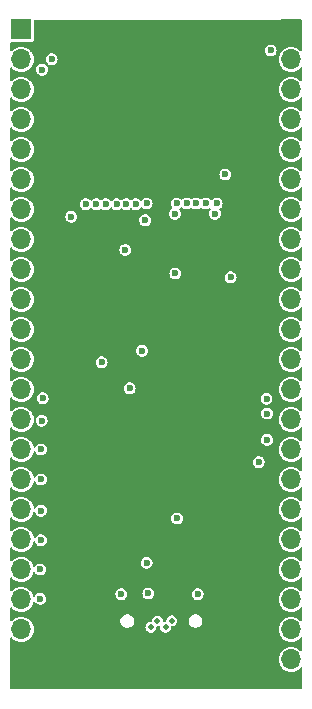
<source format=gbr>
%TF.GenerationSoftware,KiCad,Pcbnew,8.0.6*%
%TF.CreationDate,2025-02-05T21:25:15+00:00*%
%TF.ProjectId,custom-esp32,63757374-6f6d-42d6-9573-7033322e6b69,0.1*%
%TF.SameCoordinates,Original*%
%TF.FileFunction,Copper,L2,Inr*%
%TF.FilePolarity,Positive*%
%FSLAX46Y46*%
G04 Gerber Fmt 4.6, Leading zero omitted, Abs format (unit mm)*
G04 Created by KiCad (PCBNEW 8.0.6) date 2025-02-05 21:25:15*
%MOMM*%
%LPD*%
G01*
G04 APERTURE LIST*
%TA.AperFunction,ComponentPad*%
%ADD10R,1.700000X1.700000*%
%TD*%
%TA.AperFunction,ComponentPad*%
%ADD11O,1.700000X1.700000*%
%TD*%
%TA.AperFunction,ComponentPad*%
%ADD12O,1.000000X2.100000*%
%TD*%
%TA.AperFunction,ComponentPad*%
%ADD13O,1.000000X1.800000*%
%TD*%
%TA.AperFunction,ViaPad*%
%ADD14C,0.600000*%
%TD*%
%TA.AperFunction,ViaPad*%
%ADD15C,0.500000*%
%TD*%
G04 APERTURE END LIST*
D10*
%TO.N,3V3*%
%TO.C,J1*%
X90775000Y-35340800D03*
D11*
%TO.N,GPIO0*%
X90775000Y-37880800D03*
%TO.N,GPIO1*%
X90775000Y-40420800D03*
%TO.N,GPIO2*%
X90775000Y-42960800D03*
%TO.N,GPIO3*%
X90775000Y-45500800D03*
%TO.N,GPIO4*%
X90775000Y-48040800D03*
%TO.N,GPIO5*%
X90775000Y-50580800D03*
%TO.N,GPIO6*%
X90775000Y-53120800D03*
%TO.N,GPIO7*%
X90775000Y-55660800D03*
%TO.N,GPIO8*%
X90775000Y-58200800D03*
%TO.N,GPIO9*%
X90775000Y-60740800D03*
%TO.N,GPIO10*%
X90775000Y-63280800D03*
%TO.N,GPIO11*%
X90775000Y-65820800D03*
%TO.N,GPIO12*%
X90775000Y-68360800D03*
%TO.N,GPIO13*%
X90775000Y-70900800D03*
%TO.N,GPIO14*%
X90775000Y-73440800D03*
%TO.N,GPIO15*%
X90775000Y-75980800D03*
%TO.N,GPIO16*%
X90775000Y-78520800D03*
%TO.N,I2C_SCL*%
X90775000Y-81060800D03*
%TO.N,I2C_SDA*%
X90775000Y-83600800D03*
%TO.N,5VUSB*%
X90775000Y-86140800D03*
%TO.N,GND*%
X90775000Y-88680800D03*
%TD*%
D10*
%TO.N,GND*%
%TO.C,J2*%
X113635000Y-35340800D03*
D11*
%TO.N,ESP32_EN*%
X113635000Y-37880800D03*
%TO.N,GPIO46*%
X113635000Y-40420800D03*
%TO.N,GPIO45*%
X113635000Y-42960800D03*
%TO.N,RXD*%
X113635000Y-45500800D03*
%TO.N,TXD*%
X113635000Y-48040800D03*
%TO.N,GPIO42*%
X113635000Y-50580800D03*
%TO.N,GPIO41*%
X113635000Y-53120800D03*
%TO.N,GPIO40*%
X113635000Y-55660800D03*
%TO.N,GPIO39*%
X113635000Y-58200800D03*
%TO.N,GPIO38*%
X113635000Y-60740800D03*
%TO.N,GPIO37*%
X113635000Y-63280800D03*
%TO.N,GPIO36*%
X113635000Y-65820800D03*
%TO.N,GPIO35*%
X113635000Y-68360800D03*
%TO.N,GPIO34*%
X113635000Y-70900800D03*
%TO.N,GPIO33*%
X113635000Y-73440800D03*
%TO.N,GPIO26*%
X113635000Y-75980800D03*
%TO.N,GPIO21*%
X113635000Y-78520800D03*
%TO.N,unconnected-(J2-Pin_19-Pad19)*%
X113635000Y-81060800D03*
%TO.N,unconnected-(J2-Pin_20-Pad20)*%
X113635000Y-83600800D03*
%TO.N,GPIO48*%
X113635000Y-86140800D03*
%TO.N,GPIO47*%
X113635000Y-88680800D03*
%TD*%
D12*
%TO.N,GND*%
%TO.C,J3*%
X98317850Y-84940600D03*
D13*
X98317850Y-89120600D03*
D12*
X106957850Y-84940600D03*
D13*
X106957850Y-89120600D03*
%TD*%
D14*
%TO.N,GND*%
X97977800Y-35758600D03*
X96961800Y-84374200D03*
X101330600Y-35758600D03*
X99552600Y-78176600D03*
X102194200Y-35758600D03*
X105054400Y-42367200D03*
X102565200Y-39014400D03*
X108290200Y-85288600D03*
X103921400Y-35758600D03*
X106807000Y-60553600D03*
X98689000Y-52624200D03*
X111947800Y-35555400D03*
X108290200Y-89505000D03*
X96199800Y-47798200D03*
X100152200Y-44805600D03*
X108290200Y-84374200D03*
X104785000Y-35758600D03*
X94007400Y-36774600D03*
X98384200Y-60599800D03*
X101701600Y-39014400D03*
X110169800Y-37638200D03*
X109204600Y-50084200D03*
X107325000Y-35758600D03*
X99390200Y-43281600D03*
X103606600Y-44754800D03*
X102717600Y-44754800D03*
X98841400Y-35758600D03*
X106258200Y-57348600D03*
X99364800Y-41554400D03*
X97063400Y-89454200D03*
X95183800Y-50135000D03*
X106461400Y-35758600D03*
X99339400Y-39801800D03*
X105079800Y-43230800D03*
X99654200Y-35758600D03*
X96250600Y-35758600D03*
X110972600Y-74193400D03*
X99999800Y-39065200D03*
X97419000Y-60549000D03*
X99654200Y-60498200D03*
X100990400Y-44780200D03*
X103057800Y-35758600D03*
X100613874Y-74219726D03*
X105054400Y-40614600D03*
X98739800Y-53640200D03*
X109204600Y-52522600D03*
X97063400Y-88438200D03*
X101854000Y-44754800D03*
X94167800Y-74214200D03*
X105054400Y-41503600D03*
X107772200Y-81026000D03*
X99364800Y-40665400D03*
X107457800Y-54128599D03*
X104317800Y-74244200D03*
X96961800Y-85339400D03*
X105648600Y-35758600D03*
X92593000Y-88285800D03*
X99364800Y-42418000D03*
X99415600Y-44119800D03*
X106705400Y-59613800D03*
X103454200Y-39014400D03*
X105029000Y-39751000D03*
X100838000Y-39039800D03*
X110169800Y-38451000D03*
X105105200Y-44069000D03*
X104470200Y-44729400D03*
X103829400Y-52730400D03*
X92593000Y-89301800D03*
X104317800Y-38989000D03*
X100517800Y-35758600D03*
X108290200Y-88641400D03*
X110896400Y-78105000D03*
X108137800Y-35758600D03*
X93964600Y-34895000D03*
X94879000Y-64155800D03*
X110169800Y-34844200D03*
X111947800Y-34844200D03*
X97266600Y-81072200D03*
X97114200Y-35758600D03*
%TO.N,ESP32_EN*%
X111536926Y-66618674D03*
X111894300Y-37127500D03*
%TO.N,GPIO0*%
X92542200Y-38755800D03*
X92583000Y-66573400D03*
%TO.N,3V3*%
X99578000Y-54021200D03*
X93355000Y-37871400D03*
X103969500Y-76751500D03*
X103809800Y-56007000D03*
X95013850Y-51208301D03*
X99959000Y-65730600D03*
%TO.N,5VUSB*%
X108493400Y-56332600D03*
X99247800Y-83155000D03*
X101381400Y-80513400D03*
X101533800Y-83104200D03*
X105702035Y-83157635D03*
%TO.N,GPIO48*%
X107172600Y-50947800D03*
X101262250Y-51506600D03*
X103785000Y-50954507D03*
X111592200Y-70099400D03*
%TO.N,GPIO15*%
X92440600Y-76093800D03*
X98841400Y-50135000D03*
%TO.N,GPIO12*%
X96250600Y-50143000D03*
X92491400Y-68473800D03*
%TO.N,I2C_SDA*%
X92389800Y-83561400D03*
X101000400Y-62555600D03*
X101381400Y-50084200D03*
%TO.N,GPIO13*%
X97114200Y-50143000D03*
X92440600Y-70912200D03*
%TO.N,I2C_SCL*%
X97572000Y-63536400D03*
X92389800Y-81072200D03*
X100454203Y-50135000D03*
%TO.N,GPIO14*%
X92440600Y-73452200D03*
X97914203Y-50143000D03*
%TO.N,GPIO16*%
X92440600Y-78583000D03*
X99654200Y-50135000D03*
%TO.N,GPIO21*%
X103921400Y-50084200D03*
%TO.N,GPIO33*%
X106410600Y-50084200D03*
%TO.N,GPIO47*%
X105597800Y-50084200D03*
X110881000Y-71979000D03*
%TO.N,GPIO35*%
X108051600Y-47625000D03*
X111582200Y-67868800D03*
%TO.N,GPIO26*%
X104785000Y-50084200D03*
%TO.N,GPIO34*%
X107325000Y-50084200D03*
D15*
%TO.N,D-*%
X102997142Y-85975996D03*
X101738500Y-85965800D03*
%TO.N,D+*%
X102305302Y-85429497D03*
X103516500Y-85407000D03*
%TD*%
%TA.AperFunction,Conductor*%
%TO.N,GND*%
G36*
X114545600Y-34563964D02*
G01*
X114555661Y-34581389D01*
X114556900Y-34595550D01*
X114556900Y-37120307D01*
X114537821Y-37172726D01*
X114489511Y-37200618D01*
X114434575Y-37190931D01*
X114412311Y-37172042D01*
X114381413Y-37134393D01*
X114381406Y-37134386D01*
X114221453Y-37003117D01*
X114221451Y-37003116D01*
X114221450Y-37003115D01*
X114038954Y-36905568D01*
X114038951Y-36905567D01*
X114038949Y-36905566D01*
X113951149Y-36878933D01*
X113840934Y-36845500D01*
X113840930Y-36845499D01*
X113840922Y-36845498D01*
X113635003Y-36825217D01*
X113634997Y-36825217D01*
X113429077Y-36845498D01*
X113429067Y-36845499D01*
X113429066Y-36845500D01*
X113373958Y-36862216D01*
X113231050Y-36905566D01*
X113048546Y-37003117D01*
X112888593Y-37134386D01*
X112888586Y-37134393D01*
X112757317Y-37294346D01*
X112659766Y-37476850D01*
X112623008Y-37598030D01*
X112613917Y-37628000D01*
X112599700Y-37674867D01*
X112599698Y-37674877D01*
X112579417Y-37880796D01*
X112579417Y-37880803D01*
X112599698Y-38086722D01*
X112599699Y-38086730D01*
X112599700Y-38086734D01*
X112617306Y-38144773D01*
X112650300Y-38253544D01*
X112659768Y-38284754D01*
X112713100Y-38384530D01*
X112757317Y-38467253D01*
X112888586Y-38627206D01*
X112888593Y-38627213D01*
X113045278Y-38755800D01*
X113048550Y-38758485D01*
X113231046Y-38856032D01*
X113429066Y-38916100D01*
X113474413Y-38920566D01*
X113634997Y-38936383D01*
X113635000Y-38936383D01*
X113635003Y-38936383D01*
X113762455Y-38923829D01*
X113840934Y-38916100D01*
X114038954Y-38856032D01*
X114221450Y-38758485D01*
X114381410Y-38627210D01*
X114412310Y-38589557D01*
X114460313Y-38561140D01*
X114515352Y-38570227D01*
X114551673Y-38612565D01*
X114556900Y-38641292D01*
X114556900Y-39660307D01*
X114537821Y-39712726D01*
X114489511Y-39740618D01*
X114434575Y-39730931D01*
X114412311Y-39712042D01*
X114381413Y-39674393D01*
X114381406Y-39674386D01*
X114221453Y-39543117D01*
X114221451Y-39543116D01*
X114221450Y-39543115D01*
X114038954Y-39445568D01*
X114038951Y-39445567D01*
X114038949Y-39445566D01*
X113951149Y-39418933D01*
X113840934Y-39385500D01*
X113840930Y-39385499D01*
X113840922Y-39385498D01*
X113635003Y-39365217D01*
X113634997Y-39365217D01*
X113429077Y-39385498D01*
X113429067Y-39385499D01*
X113429066Y-39385500D01*
X113373958Y-39402216D01*
X113231050Y-39445566D01*
X113048546Y-39543117D01*
X112888593Y-39674386D01*
X112888586Y-39674393D01*
X112757317Y-39834346D01*
X112659766Y-40016850D01*
X112599700Y-40214867D01*
X112599698Y-40214877D01*
X112579417Y-40420796D01*
X112579417Y-40420803D01*
X112599698Y-40626722D01*
X112599699Y-40626730D01*
X112599700Y-40626734D01*
X112659768Y-40824754D01*
X112713100Y-40924530D01*
X112757317Y-41007253D01*
X112888586Y-41167206D01*
X112888593Y-41167213D01*
X113048546Y-41298482D01*
X113048550Y-41298485D01*
X113231046Y-41396032D01*
X113429066Y-41456100D01*
X113474413Y-41460566D01*
X113634997Y-41476383D01*
X113635000Y-41476383D01*
X113635003Y-41476383D01*
X113762455Y-41463829D01*
X113840934Y-41456100D01*
X114038954Y-41396032D01*
X114221450Y-41298485D01*
X114381410Y-41167210D01*
X114412310Y-41129557D01*
X114460313Y-41101140D01*
X114515352Y-41110227D01*
X114551673Y-41152565D01*
X114556900Y-41181292D01*
X114556900Y-42200307D01*
X114537821Y-42252726D01*
X114489511Y-42280618D01*
X114434575Y-42270931D01*
X114412311Y-42252042D01*
X114381413Y-42214393D01*
X114381406Y-42214386D01*
X114221453Y-42083117D01*
X114221451Y-42083116D01*
X114221450Y-42083115D01*
X114038954Y-41985568D01*
X114038951Y-41985567D01*
X114038949Y-41985566D01*
X113951149Y-41958933D01*
X113840934Y-41925500D01*
X113840930Y-41925499D01*
X113840922Y-41925498D01*
X113635003Y-41905217D01*
X113634997Y-41905217D01*
X113429077Y-41925498D01*
X113429067Y-41925499D01*
X113429066Y-41925500D01*
X113373958Y-41942216D01*
X113231050Y-41985566D01*
X113048546Y-42083117D01*
X112888593Y-42214386D01*
X112888586Y-42214393D01*
X112757317Y-42374346D01*
X112659766Y-42556850D01*
X112599700Y-42754867D01*
X112599698Y-42754877D01*
X112579417Y-42960796D01*
X112579417Y-42960803D01*
X112599698Y-43166722D01*
X112599699Y-43166730D01*
X112599700Y-43166734D01*
X112659768Y-43364754D01*
X112713100Y-43464530D01*
X112757317Y-43547253D01*
X112888586Y-43707206D01*
X112888593Y-43707213D01*
X113048546Y-43838482D01*
X113048550Y-43838485D01*
X113231046Y-43936032D01*
X113429066Y-43996100D01*
X113474413Y-44000566D01*
X113634997Y-44016383D01*
X113635000Y-44016383D01*
X113635003Y-44016383D01*
X113762455Y-44003829D01*
X113840934Y-43996100D01*
X114038954Y-43936032D01*
X114221450Y-43838485D01*
X114381410Y-43707210D01*
X114412310Y-43669557D01*
X114460313Y-43641140D01*
X114515352Y-43650227D01*
X114551673Y-43692565D01*
X114556900Y-43721292D01*
X114556900Y-44740307D01*
X114537821Y-44792726D01*
X114489511Y-44820618D01*
X114434575Y-44810931D01*
X114412311Y-44792042D01*
X114381413Y-44754393D01*
X114381406Y-44754386D01*
X114221453Y-44623117D01*
X114221451Y-44623116D01*
X114221450Y-44623115D01*
X114038954Y-44525568D01*
X114038951Y-44525567D01*
X114038949Y-44525566D01*
X113951149Y-44498933D01*
X113840934Y-44465500D01*
X113840930Y-44465499D01*
X113840922Y-44465498D01*
X113635003Y-44445217D01*
X113634997Y-44445217D01*
X113429077Y-44465498D01*
X113429067Y-44465499D01*
X113429066Y-44465500D01*
X113373958Y-44482216D01*
X113231050Y-44525566D01*
X113048546Y-44623117D01*
X112888593Y-44754386D01*
X112888586Y-44754393D01*
X112757317Y-44914346D01*
X112659766Y-45096850D01*
X112599700Y-45294867D01*
X112599698Y-45294877D01*
X112579417Y-45500796D01*
X112579417Y-45500803D01*
X112599698Y-45706722D01*
X112599699Y-45706730D01*
X112599700Y-45706734D01*
X112659768Y-45904754D01*
X112713100Y-46004530D01*
X112757317Y-46087253D01*
X112888586Y-46247206D01*
X112888593Y-46247213D01*
X113048546Y-46378482D01*
X113048550Y-46378485D01*
X113231046Y-46476032D01*
X113429066Y-46536100D01*
X113474413Y-46540566D01*
X113634997Y-46556383D01*
X113635000Y-46556383D01*
X113635003Y-46556383D01*
X113762455Y-46543829D01*
X113840934Y-46536100D01*
X114038954Y-46476032D01*
X114221450Y-46378485D01*
X114381410Y-46247210D01*
X114412310Y-46209557D01*
X114460313Y-46181140D01*
X114515352Y-46190227D01*
X114551673Y-46232565D01*
X114556900Y-46261292D01*
X114556900Y-47280307D01*
X114537821Y-47332726D01*
X114489511Y-47360618D01*
X114434575Y-47350931D01*
X114412311Y-47332042D01*
X114381413Y-47294393D01*
X114381406Y-47294386D01*
X114221453Y-47163117D01*
X114221451Y-47163116D01*
X114221450Y-47163115D01*
X114038954Y-47065568D01*
X114038951Y-47065567D01*
X114038949Y-47065566D01*
X113951149Y-47038933D01*
X113840934Y-47005500D01*
X113840930Y-47005499D01*
X113840922Y-47005498D01*
X113635003Y-46985217D01*
X113634997Y-46985217D01*
X113429077Y-47005498D01*
X113429067Y-47005499D01*
X113429066Y-47005500D01*
X113373958Y-47022216D01*
X113231050Y-47065566D01*
X113048546Y-47163117D01*
X112888593Y-47294386D01*
X112888586Y-47294393D01*
X112757317Y-47454346D01*
X112659766Y-47636850D01*
X112599700Y-47834867D01*
X112599698Y-47834877D01*
X112579417Y-48040796D01*
X112579417Y-48040803D01*
X112599698Y-48246722D01*
X112599699Y-48246730D01*
X112599700Y-48246734D01*
X112659768Y-48444754D01*
X112713100Y-48544530D01*
X112757317Y-48627253D01*
X112888586Y-48787206D01*
X112888593Y-48787213D01*
X113048546Y-48918482D01*
X113048550Y-48918485D01*
X113231046Y-49016032D01*
X113429066Y-49076100D01*
X113474413Y-49080566D01*
X113634997Y-49096383D01*
X113635000Y-49096383D01*
X113635003Y-49096383D01*
X113762455Y-49083829D01*
X113840934Y-49076100D01*
X114038954Y-49016032D01*
X114221450Y-48918485D01*
X114381410Y-48787210D01*
X114412310Y-48749557D01*
X114460313Y-48721140D01*
X114515352Y-48730227D01*
X114551673Y-48772565D01*
X114556900Y-48801292D01*
X114556900Y-49820307D01*
X114537821Y-49872726D01*
X114489511Y-49900618D01*
X114434575Y-49890931D01*
X114412311Y-49872042D01*
X114381413Y-49834393D01*
X114381406Y-49834386D01*
X114221453Y-49703117D01*
X114221451Y-49703116D01*
X114221450Y-49703115D01*
X114038954Y-49605568D01*
X114038951Y-49605567D01*
X114038949Y-49605566D01*
X113951149Y-49578933D01*
X113840934Y-49545500D01*
X113840930Y-49545499D01*
X113840922Y-49545498D01*
X113635003Y-49525217D01*
X113634997Y-49525217D01*
X113429077Y-49545498D01*
X113429067Y-49545499D01*
X113429066Y-49545500D01*
X113373958Y-49562216D01*
X113231050Y-49605566D01*
X113231046Y-49605567D01*
X113231046Y-49605568D01*
X113176919Y-49634500D01*
X113048546Y-49703117D01*
X112888593Y-49834386D01*
X112888586Y-49834393D01*
X112757317Y-49994346D01*
X112659766Y-50176850D01*
X112599700Y-50374867D01*
X112599698Y-50374877D01*
X112579417Y-50580796D01*
X112579417Y-50580803D01*
X112599698Y-50786722D01*
X112599699Y-50786730D01*
X112599700Y-50786734D01*
X112611659Y-50826158D01*
X112650592Y-50954507D01*
X112659768Y-50984754D01*
X112757315Y-51167250D01*
X112757317Y-51167253D01*
X112888586Y-51327206D01*
X112888593Y-51327213D01*
X112994905Y-51414460D01*
X113048550Y-51458485D01*
X113231046Y-51556032D01*
X113429066Y-51616100D01*
X113474413Y-51620566D01*
X113634997Y-51636383D01*
X113635000Y-51636383D01*
X113635003Y-51636383D01*
X113762455Y-51623829D01*
X113840934Y-51616100D01*
X114038954Y-51556032D01*
X114221450Y-51458485D01*
X114381410Y-51327210D01*
X114412310Y-51289557D01*
X114460313Y-51261140D01*
X114515352Y-51270227D01*
X114551673Y-51312565D01*
X114556900Y-51341292D01*
X114556900Y-52360307D01*
X114537821Y-52412726D01*
X114489511Y-52440618D01*
X114434575Y-52430931D01*
X114412311Y-52412042D01*
X114381413Y-52374393D01*
X114381406Y-52374386D01*
X114221453Y-52243117D01*
X114221451Y-52243116D01*
X114221450Y-52243115D01*
X114038954Y-52145568D01*
X114038951Y-52145567D01*
X114038949Y-52145566D01*
X113951149Y-52118933D01*
X113840934Y-52085500D01*
X113840930Y-52085499D01*
X113840922Y-52085498D01*
X113635003Y-52065217D01*
X113634997Y-52065217D01*
X113429077Y-52085498D01*
X113429067Y-52085499D01*
X113429066Y-52085500D01*
X113373958Y-52102216D01*
X113231050Y-52145566D01*
X113048546Y-52243117D01*
X112888593Y-52374386D01*
X112888586Y-52374393D01*
X112757317Y-52534346D01*
X112659766Y-52716850D01*
X112599700Y-52914867D01*
X112599698Y-52914877D01*
X112579417Y-53120796D01*
X112579417Y-53120803D01*
X112599698Y-53326722D01*
X112599699Y-53326730D01*
X112599700Y-53326734D01*
X112659768Y-53524754D01*
X112713100Y-53624530D01*
X112757317Y-53707253D01*
X112888586Y-53867206D01*
X112888593Y-53867213D01*
X113048546Y-53998482D01*
X113048550Y-53998485D01*
X113231046Y-54096032D01*
X113429066Y-54156100D01*
X113474413Y-54160566D01*
X113634997Y-54176383D01*
X113635000Y-54176383D01*
X113635003Y-54176383D01*
X113764177Y-54163660D01*
X113840934Y-54156100D01*
X114038954Y-54096032D01*
X114221450Y-53998485D01*
X114381410Y-53867210D01*
X114412310Y-53829557D01*
X114460313Y-53801140D01*
X114515352Y-53810227D01*
X114551673Y-53852565D01*
X114556900Y-53881292D01*
X114556900Y-54900307D01*
X114537821Y-54952726D01*
X114489511Y-54980618D01*
X114434575Y-54970931D01*
X114412311Y-54952042D01*
X114381413Y-54914393D01*
X114381406Y-54914386D01*
X114221453Y-54783117D01*
X114221451Y-54783116D01*
X114221450Y-54783115D01*
X114038954Y-54685568D01*
X114038951Y-54685567D01*
X114038949Y-54685566D01*
X113951149Y-54658933D01*
X113840934Y-54625500D01*
X113840930Y-54625499D01*
X113840922Y-54625498D01*
X113635003Y-54605217D01*
X113634997Y-54605217D01*
X113429077Y-54625498D01*
X113429067Y-54625499D01*
X113429066Y-54625500D01*
X113373958Y-54642216D01*
X113231050Y-54685566D01*
X113048546Y-54783117D01*
X112888593Y-54914386D01*
X112888586Y-54914393D01*
X112757317Y-55074346D01*
X112659766Y-55256850D01*
X112599700Y-55454867D01*
X112599698Y-55454877D01*
X112579417Y-55660796D01*
X112579417Y-55660803D01*
X112599698Y-55866722D01*
X112599699Y-55866730D01*
X112599700Y-55866734D01*
X112659768Y-56064754D01*
X112726791Y-56190144D01*
X112757317Y-56247253D01*
X112888586Y-56407206D01*
X112888593Y-56407213D01*
X113010794Y-56507500D01*
X113048550Y-56538485D01*
X113231046Y-56636032D01*
X113429066Y-56696100D01*
X113474413Y-56700566D01*
X113634997Y-56716383D01*
X113635000Y-56716383D01*
X113635003Y-56716383D01*
X113762455Y-56703829D01*
X113840934Y-56696100D01*
X114038954Y-56636032D01*
X114221450Y-56538485D01*
X114381410Y-56407210D01*
X114412310Y-56369557D01*
X114460313Y-56341140D01*
X114515352Y-56350227D01*
X114551673Y-56392565D01*
X114556900Y-56421292D01*
X114556900Y-57440307D01*
X114537821Y-57492726D01*
X114489511Y-57520618D01*
X114434575Y-57510931D01*
X114412311Y-57492042D01*
X114381413Y-57454393D01*
X114381406Y-57454386D01*
X114221453Y-57323117D01*
X114221451Y-57323116D01*
X114221450Y-57323115D01*
X114038954Y-57225568D01*
X114038951Y-57225567D01*
X114038949Y-57225566D01*
X113951149Y-57198933D01*
X113840934Y-57165500D01*
X113840930Y-57165499D01*
X113840922Y-57165498D01*
X113635003Y-57145217D01*
X113634997Y-57145217D01*
X113429077Y-57165498D01*
X113429067Y-57165499D01*
X113429066Y-57165500D01*
X113373958Y-57182216D01*
X113231050Y-57225566D01*
X113048546Y-57323117D01*
X112888593Y-57454386D01*
X112888586Y-57454393D01*
X112757317Y-57614346D01*
X112659766Y-57796850D01*
X112599700Y-57994867D01*
X112599698Y-57994877D01*
X112579417Y-58200796D01*
X112579417Y-58200803D01*
X112599698Y-58406722D01*
X112599699Y-58406730D01*
X112599700Y-58406734D01*
X112659768Y-58604754D01*
X112713100Y-58704530D01*
X112757317Y-58787253D01*
X112888586Y-58947206D01*
X112888593Y-58947213D01*
X113048546Y-59078482D01*
X113048550Y-59078485D01*
X113231046Y-59176032D01*
X113429066Y-59236100D01*
X113474413Y-59240566D01*
X113634997Y-59256383D01*
X113635000Y-59256383D01*
X113635003Y-59256383D01*
X113762455Y-59243829D01*
X113840934Y-59236100D01*
X114038954Y-59176032D01*
X114221450Y-59078485D01*
X114381410Y-58947210D01*
X114412310Y-58909557D01*
X114460313Y-58881140D01*
X114515352Y-58890227D01*
X114551673Y-58932565D01*
X114556900Y-58961292D01*
X114556900Y-59980307D01*
X114537821Y-60032726D01*
X114489511Y-60060618D01*
X114434575Y-60050931D01*
X114412311Y-60032042D01*
X114381413Y-59994393D01*
X114381406Y-59994386D01*
X114221453Y-59863117D01*
X114221451Y-59863116D01*
X114221450Y-59863115D01*
X114038954Y-59765568D01*
X114038951Y-59765567D01*
X114038949Y-59765566D01*
X113951149Y-59738933D01*
X113840934Y-59705500D01*
X113840930Y-59705499D01*
X113840922Y-59705498D01*
X113635003Y-59685217D01*
X113634997Y-59685217D01*
X113429077Y-59705498D01*
X113429067Y-59705499D01*
X113429066Y-59705500D01*
X113373958Y-59722216D01*
X113231050Y-59765566D01*
X113048546Y-59863117D01*
X112888593Y-59994386D01*
X112888586Y-59994393D01*
X112757317Y-60154346D01*
X112659766Y-60336850D01*
X112599700Y-60534867D01*
X112599698Y-60534877D01*
X112579417Y-60740796D01*
X112579417Y-60740803D01*
X112599698Y-60946722D01*
X112599699Y-60946730D01*
X112599700Y-60946734D01*
X112659768Y-61144754D01*
X112713100Y-61244530D01*
X112757317Y-61327253D01*
X112888586Y-61487206D01*
X112888593Y-61487213D01*
X113048546Y-61618482D01*
X113048550Y-61618485D01*
X113231046Y-61716032D01*
X113429066Y-61776100D01*
X113474413Y-61780566D01*
X113634997Y-61796383D01*
X113635000Y-61796383D01*
X113635003Y-61796383D01*
X113762455Y-61783829D01*
X113840934Y-61776100D01*
X114038954Y-61716032D01*
X114221450Y-61618485D01*
X114381410Y-61487210D01*
X114412310Y-61449557D01*
X114460313Y-61421140D01*
X114515352Y-61430227D01*
X114551673Y-61472565D01*
X114556900Y-61501292D01*
X114556900Y-62520307D01*
X114537821Y-62572726D01*
X114489511Y-62600618D01*
X114434575Y-62590931D01*
X114412311Y-62572042D01*
X114381413Y-62534393D01*
X114381406Y-62534386D01*
X114221453Y-62403117D01*
X114221451Y-62403116D01*
X114221450Y-62403115D01*
X114038954Y-62305568D01*
X114038951Y-62305567D01*
X114038949Y-62305566D01*
X113951149Y-62278933D01*
X113840934Y-62245500D01*
X113840930Y-62245499D01*
X113840922Y-62245498D01*
X113635003Y-62225217D01*
X113634997Y-62225217D01*
X113429077Y-62245498D01*
X113429067Y-62245499D01*
X113429066Y-62245500D01*
X113373958Y-62262216D01*
X113231050Y-62305566D01*
X113048546Y-62403117D01*
X112888593Y-62534386D01*
X112888586Y-62534393D01*
X112757317Y-62694346D01*
X112659766Y-62876850D01*
X112599700Y-63074867D01*
X112599698Y-63074877D01*
X112579417Y-63280796D01*
X112579417Y-63280803D01*
X112599698Y-63486722D01*
X112599699Y-63486730D01*
X112599700Y-63486734D01*
X112614766Y-63536400D01*
X112657978Y-63678855D01*
X112659768Y-63684754D01*
X112726593Y-63809773D01*
X112757317Y-63867253D01*
X112888586Y-64027206D01*
X112888593Y-64027213D01*
X113048546Y-64158482D01*
X113048550Y-64158485D01*
X113231046Y-64256032D01*
X113429066Y-64316100D01*
X113474413Y-64320566D01*
X113634997Y-64336383D01*
X113635000Y-64336383D01*
X113635003Y-64336383D01*
X113762455Y-64323829D01*
X113840934Y-64316100D01*
X114038954Y-64256032D01*
X114221450Y-64158485D01*
X114381410Y-64027210D01*
X114412310Y-63989557D01*
X114460313Y-63961140D01*
X114515352Y-63970227D01*
X114551673Y-64012565D01*
X114556900Y-64041292D01*
X114556900Y-65060307D01*
X114537821Y-65112726D01*
X114489511Y-65140618D01*
X114434575Y-65130931D01*
X114412311Y-65112042D01*
X114381413Y-65074393D01*
X114381406Y-65074386D01*
X114221453Y-64943117D01*
X114221451Y-64943116D01*
X114221450Y-64943115D01*
X114038954Y-64845568D01*
X114038951Y-64845567D01*
X114038949Y-64845566D01*
X113951149Y-64818933D01*
X113840934Y-64785500D01*
X113840930Y-64785499D01*
X113840922Y-64785498D01*
X113635003Y-64765217D01*
X113634997Y-64765217D01*
X113429077Y-64785498D01*
X113429067Y-64785499D01*
X113429066Y-64785500D01*
X113373958Y-64802216D01*
X113231050Y-64845566D01*
X113048546Y-64943117D01*
X112888593Y-65074386D01*
X112888586Y-65074393D01*
X112757317Y-65234346D01*
X112659766Y-65416850D01*
X112616416Y-65559758D01*
X112607808Y-65588139D01*
X112599700Y-65614867D01*
X112599698Y-65614877D01*
X112579417Y-65820796D01*
X112579417Y-65820803D01*
X112599698Y-66026722D01*
X112599699Y-66026730D01*
X112599700Y-66026734D01*
X112659768Y-66224754D01*
X112724204Y-66345304D01*
X112757317Y-66407253D01*
X112888586Y-66567206D01*
X112888593Y-66567213D01*
X112951299Y-66618674D01*
X113048550Y-66698485D01*
X113231046Y-66796032D01*
X113429066Y-66856100D01*
X113474413Y-66860566D01*
X113634997Y-66876383D01*
X113635000Y-66876383D01*
X113635003Y-66876383D01*
X113762455Y-66863829D01*
X113840934Y-66856100D01*
X114038954Y-66796032D01*
X114221450Y-66698485D01*
X114381410Y-66567210D01*
X114412310Y-66529557D01*
X114460313Y-66501140D01*
X114515352Y-66510227D01*
X114551673Y-66552565D01*
X114556900Y-66581292D01*
X114556900Y-67600307D01*
X114537821Y-67652726D01*
X114489511Y-67680618D01*
X114434575Y-67670931D01*
X114412311Y-67652042D01*
X114381413Y-67614393D01*
X114381406Y-67614386D01*
X114221453Y-67483117D01*
X114221451Y-67483116D01*
X114221450Y-67483115D01*
X114038954Y-67385568D01*
X114038951Y-67385567D01*
X114038949Y-67385566D01*
X113951149Y-67358933D01*
X113840934Y-67325500D01*
X113840930Y-67325499D01*
X113840922Y-67325498D01*
X113635003Y-67305217D01*
X113634997Y-67305217D01*
X113429077Y-67325498D01*
X113429067Y-67325499D01*
X113429066Y-67325500D01*
X113373958Y-67342216D01*
X113231050Y-67385566D01*
X113231046Y-67385567D01*
X113231046Y-67385568D01*
X113139798Y-67434341D01*
X113048546Y-67483117D01*
X112888593Y-67614386D01*
X112888586Y-67614393D01*
X112757317Y-67774346D01*
X112659766Y-67956850D01*
X112642477Y-68013847D01*
X112603551Y-68142173D01*
X112599700Y-68154867D01*
X112599698Y-68154877D01*
X112579417Y-68360796D01*
X112579417Y-68360803D01*
X112599698Y-68566722D01*
X112599699Y-68566730D01*
X112599700Y-68566734D01*
X112633133Y-68676949D01*
X112654434Y-68747172D01*
X112659768Y-68764754D01*
X112750101Y-68933753D01*
X112757317Y-68947253D01*
X112888586Y-69107206D01*
X112888593Y-69107213D01*
X113048546Y-69238482D01*
X113048550Y-69238485D01*
X113231046Y-69336032D01*
X113429066Y-69396100D01*
X113474413Y-69400566D01*
X113634997Y-69416383D01*
X113635000Y-69416383D01*
X113635003Y-69416383D01*
X113762455Y-69403829D01*
X113840934Y-69396100D01*
X114038954Y-69336032D01*
X114221450Y-69238485D01*
X114381410Y-69107210D01*
X114412310Y-69069557D01*
X114460313Y-69041140D01*
X114515352Y-69050227D01*
X114551673Y-69092565D01*
X114556900Y-69121292D01*
X114556900Y-70140307D01*
X114537821Y-70192726D01*
X114489511Y-70220618D01*
X114434575Y-70210931D01*
X114412311Y-70192042D01*
X114381413Y-70154393D01*
X114381406Y-70154386D01*
X114221453Y-70023117D01*
X114221451Y-70023116D01*
X114221450Y-70023115D01*
X114038954Y-69925568D01*
X114038951Y-69925567D01*
X114038949Y-69925566D01*
X113951149Y-69898933D01*
X113840934Y-69865500D01*
X113840930Y-69865499D01*
X113840922Y-69865498D01*
X113635003Y-69845217D01*
X113634997Y-69845217D01*
X113429077Y-69865498D01*
X113429067Y-69865499D01*
X113429066Y-69865500D01*
X113373958Y-69882216D01*
X113231050Y-69925566D01*
X113048546Y-70023117D01*
X112888593Y-70154386D01*
X112888586Y-70154393D01*
X112757317Y-70314346D01*
X112659766Y-70496850D01*
X112599700Y-70694867D01*
X112599698Y-70694877D01*
X112579417Y-70900796D01*
X112579417Y-70900803D01*
X112599698Y-71106722D01*
X112599699Y-71106727D01*
X112599700Y-71106734D01*
X112623614Y-71185569D01*
X112656609Y-71294343D01*
X112659768Y-71304754D01*
X112695794Y-71372153D01*
X112757317Y-71487253D01*
X112888586Y-71647206D01*
X112888593Y-71647213D01*
X112959775Y-71705630D01*
X113048550Y-71778485D01*
X113231046Y-71876032D01*
X113429066Y-71936100D01*
X113474413Y-71940566D01*
X113634997Y-71956383D01*
X113635000Y-71956383D01*
X113635003Y-71956383D01*
X113762455Y-71943829D01*
X113840934Y-71936100D01*
X114038954Y-71876032D01*
X114221450Y-71778485D01*
X114381410Y-71647210D01*
X114412310Y-71609557D01*
X114460313Y-71581140D01*
X114515352Y-71590227D01*
X114551673Y-71632565D01*
X114556900Y-71661292D01*
X114556900Y-72680307D01*
X114537821Y-72732726D01*
X114489511Y-72760618D01*
X114434575Y-72750931D01*
X114412311Y-72732042D01*
X114381413Y-72694393D01*
X114381406Y-72694386D01*
X114221453Y-72563117D01*
X114221451Y-72563116D01*
X114221450Y-72563115D01*
X114038954Y-72465568D01*
X114038951Y-72465567D01*
X114038949Y-72465566D01*
X113951149Y-72438933D01*
X113840934Y-72405500D01*
X113840930Y-72405499D01*
X113840922Y-72405498D01*
X113635003Y-72385217D01*
X113634997Y-72385217D01*
X113429077Y-72405498D01*
X113429067Y-72405499D01*
X113429066Y-72405500D01*
X113373958Y-72422216D01*
X113231050Y-72465566D01*
X113048546Y-72563117D01*
X112888593Y-72694386D01*
X112888586Y-72694393D01*
X112757317Y-72854346D01*
X112659766Y-73036850D01*
X112599700Y-73234867D01*
X112599698Y-73234877D01*
X112579417Y-73440796D01*
X112579417Y-73440803D01*
X112599698Y-73646722D01*
X112599699Y-73646727D01*
X112599700Y-73646734D01*
X112623614Y-73725569D01*
X112656609Y-73834343D01*
X112659768Y-73844754D01*
X112695794Y-73912153D01*
X112757317Y-74027253D01*
X112888586Y-74187206D01*
X112888593Y-74187213D01*
X113048546Y-74318482D01*
X113048550Y-74318485D01*
X113231046Y-74416032D01*
X113429066Y-74476100D01*
X113474413Y-74480566D01*
X113634997Y-74496383D01*
X113635000Y-74496383D01*
X113635003Y-74496383D01*
X113762455Y-74483829D01*
X113840934Y-74476100D01*
X114038954Y-74416032D01*
X114221450Y-74318485D01*
X114381410Y-74187210D01*
X114412310Y-74149557D01*
X114460313Y-74121140D01*
X114515352Y-74130227D01*
X114551673Y-74172565D01*
X114556900Y-74201292D01*
X114556900Y-75220307D01*
X114537821Y-75272726D01*
X114489511Y-75300618D01*
X114434575Y-75290931D01*
X114412311Y-75272042D01*
X114381413Y-75234393D01*
X114381406Y-75234386D01*
X114221453Y-75103117D01*
X114221451Y-75103116D01*
X114221450Y-75103115D01*
X114038954Y-75005568D01*
X114038951Y-75005567D01*
X114038949Y-75005566D01*
X113951149Y-74978933D01*
X113840934Y-74945500D01*
X113840930Y-74945499D01*
X113840922Y-74945498D01*
X113635003Y-74925217D01*
X113634997Y-74925217D01*
X113429077Y-74945498D01*
X113429067Y-74945499D01*
X113429066Y-74945500D01*
X113373958Y-74962216D01*
X113231050Y-75005566D01*
X113048546Y-75103117D01*
X112888593Y-75234386D01*
X112888586Y-75234393D01*
X112757317Y-75394346D01*
X112659766Y-75576850D01*
X112599700Y-75774867D01*
X112599698Y-75774877D01*
X112579417Y-75980796D01*
X112579417Y-75980803D01*
X112599698Y-76186722D01*
X112599699Y-76186730D01*
X112599700Y-76186734D01*
X112619195Y-76251000D01*
X112655096Y-76369355D01*
X112659768Y-76384754D01*
X112750101Y-76553753D01*
X112757317Y-76567253D01*
X112888586Y-76727206D01*
X112888593Y-76727213D01*
X113048546Y-76858482D01*
X113048550Y-76858485D01*
X113231046Y-76956032D01*
X113429066Y-77016100D01*
X113474413Y-77020566D01*
X113634997Y-77036383D01*
X113635000Y-77036383D01*
X113635003Y-77036383D01*
X113762455Y-77023829D01*
X113840934Y-77016100D01*
X114038954Y-76956032D01*
X114221450Y-76858485D01*
X114381410Y-76727210D01*
X114412310Y-76689557D01*
X114460313Y-76661140D01*
X114515352Y-76670227D01*
X114551673Y-76712565D01*
X114556900Y-76741292D01*
X114556900Y-77760307D01*
X114537821Y-77812726D01*
X114489511Y-77840618D01*
X114434575Y-77830931D01*
X114412311Y-77812042D01*
X114381413Y-77774393D01*
X114381406Y-77774386D01*
X114221453Y-77643117D01*
X114221451Y-77643116D01*
X114221450Y-77643115D01*
X114038954Y-77545568D01*
X114038951Y-77545567D01*
X114038949Y-77545566D01*
X113951149Y-77518933D01*
X113840934Y-77485500D01*
X113840930Y-77485499D01*
X113840922Y-77485498D01*
X113635003Y-77465217D01*
X113634997Y-77465217D01*
X113429077Y-77485498D01*
X113429067Y-77485499D01*
X113429066Y-77485500D01*
X113373958Y-77502216D01*
X113231050Y-77545566D01*
X113048546Y-77643117D01*
X112888593Y-77774386D01*
X112888586Y-77774393D01*
X112757317Y-77934346D01*
X112757315Y-77934350D01*
X112678127Y-78082500D01*
X112659766Y-78116850D01*
X112634284Y-78200855D01*
X112601289Y-78309630D01*
X112599700Y-78314867D01*
X112599698Y-78314877D01*
X112579417Y-78520796D01*
X112579417Y-78520803D01*
X112599698Y-78726722D01*
X112599699Y-78726730D01*
X112599700Y-78726734D01*
X112659768Y-78924754D01*
X112757315Y-79107250D01*
X112757317Y-79107253D01*
X112888586Y-79267206D01*
X112888593Y-79267213D01*
X113048546Y-79398482D01*
X113048550Y-79398485D01*
X113231046Y-79496032D01*
X113429066Y-79556100D01*
X113474413Y-79560566D01*
X113634997Y-79576383D01*
X113635000Y-79576383D01*
X113635003Y-79576383D01*
X113762455Y-79563829D01*
X113840934Y-79556100D01*
X114038954Y-79496032D01*
X114221450Y-79398485D01*
X114381410Y-79267210D01*
X114412310Y-79229557D01*
X114460313Y-79201140D01*
X114515352Y-79210227D01*
X114551673Y-79252565D01*
X114556900Y-79281292D01*
X114556900Y-80300307D01*
X114537821Y-80352726D01*
X114489511Y-80380618D01*
X114434575Y-80370931D01*
X114412311Y-80352042D01*
X114381413Y-80314393D01*
X114381406Y-80314386D01*
X114221453Y-80183117D01*
X114221451Y-80183116D01*
X114221450Y-80183115D01*
X114038954Y-80085568D01*
X114038951Y-80085567D01*
X114038949Y-80085566D01*
X113933064Y-80053447D01*
X113840934Y-80025500D01*
X113840930Y-80025499D01*
X113840922Y-80025498D01*
X113635003Y-80005217D01*
X113634997Y-80005217D01*
X113429077Y-80025498D01*
X113429067Y-80025499D01*
X113429066Y-80025500D01*
X113373958Y-80042216D01*
X113231050Y-80085566D01*
X113048546Y-80183117D01*
X112888593Y-80314386D01*
X112888586Y-80314393D01*
X112757317Y-80474346D01*
X112659766Y-80656850D01*
X112599700Y-80854867D01*
X112599698Y-80854877D01*
X112579417Y-81060796D01*
X112579417Y-81060803D01*
X112599698Y-81266722D01*
X112599699Y-81266730D01*
X112599700Y-81266734D01*
X112623614Y-81345569D01*
X112656609Y-81454343D01*
X112659768Y-81464754D01*
X112695794Y-81532153D01*
X112757317Y-81647253D01*
X112888586Y-81807206D01*
X112888593Y-81807213D01*
X113048546Y-81938482D01*
X113048550Y-81938485D01*
X113231046Y-82036032D01*
X113429066Y-82096100D01*
X113474413Y-82100566D01*
X113634997Y-82116383D01*
X113635000Y-82116383D01*
X113635003Y-82116383D01*
X113762455Y-82103829D01*
X113840934Y-82096100D01*
X114038954Y-82036032D01*
X114221450Y-81938485D01*
X114381410Y-81807210D01*
X114412310Y-81769557D01*
X114460313Y-81741140D01*
X114515352Y-81750227D01*
X114551673Y-81792565D01*
X114556900Y-81821292D01*
X114556900Y-82840307D01*
X114537821Y-82892726D01*
X114489511Y-82920618D01*
X114434575Y-82910931D01*
X114412311Y-82892042D01*
X114381413Y-82854393D01*
X114381406Y-82854386D01*
X114221453Y-82723117D01*
X114221451Y-82723116D01*
X114221450Y-82723115D01*
X114038954Y-82625568D01*
X114038951Y-82625567D01*
X114038949Y-82625566D01*
X113951149Y-82598933D01*
X113840934Y-82565500D01*
X113840930Y-82565499D01*
X113840922Y-82565498D01*
X113635003Y-82545217D01*
X113634997Y-82545217D01*
X113429077Y-82565498D01*
X113429067Y-82565499D01*
X113429066Y-82565500D01*
X113373958Y-82582216D01*
X113231050Y-82625566D01*
X113231046Y-82625567D01*
X113231046Y-82625568D01*
X113176919Y-82654500D01*
X113048546Y-82723117D01*
X112888593Y-82854386D01*
X112888586Y-82854393D01*
X112757317Y-83014346D01*
X112659766Y-83196850D01*
X112628449Y-83300092D01*
X112603511Y-83382305D01*
X112599700Y-83394867D01*
X112599698Y-83394877D01*
X112579417Y-83600796D01*
X112579417Y-83600803D01*
X112599698Y-83806722D01*
X112599699Y-83806730D01*
X112599700Y-83806734D01*
X112659768Y-84004754D01*
X112713100Y-84104530D01*
X112757317Y-84187253D01*
X112888586Y-84347206D01*
X112888593Y-84347213D01*
X113048546Y-84478482D01*
X113048550Y-84478485D01*
X113231046Y-84576032D01*
X113429066Y-84636100D01*
X113474413Y-84640566D01*
X113634997Y-84656383D01*
X113635000Y-84656383D01*
X113635003Y-84656383D01*
X113762455Y-84643829D01*
X113840934Y-84636100D01*
X114038954Y-84576032D01*
X114221450Y-84478485D01*
X114381410Y-84347210D01*
X114412310Y-84309557D01*
X114460313Y-84281140D01*
X114515352Y-84290227D01*
X114551673Y-84332565D01*
X114556900Y-84361292D01*
X114556900Y-85380307D01*
X114537821Y-85432726D01*
X114489511Y-85460618D01*
X114434575Y-85450931D01*
X114412311Y-85432042D01*
X114381413Y-85394393D01*
X114381406Y-85394386D01*
X114221453Y-85263117D01*
X114221451Y-85263116D01*
X114221450Y-85263115D01*
X114038954Y-85165568D01*
X114038951Y-85165567D01*
X114038949Y-85165566D01*
X113951149Y-85138933D01*
X113840934Y-85105500D01*
X113840930Y-85105499D01*
X113840922Y-85105498D01*
X113635003Y-85085217D01*
X113634997Y-85085217D01*
X113429077Y-85105498D01*
X113429067Y-85105499D01*
X113429066Y-85105500D01*
X113373958Y-85122216D01*
X113231050Y-85165566D01*
X113231046Y-85165567D01*
X113231046Y-85165568D01*
X113197616Y-85183437D01*
X113048546Y-85263117D01*
X112888593Y-85394386D01*
X112888586Y-85394393D01*
X112757317Y-85554346D01*
X112713100Y-85637069D01*
X112668912Y-85719740D01*
X112659766Y-85736850D01*
X112621699Y-85862344D01*
X112607508Y-85909128D01*
X112599700Y-85934867D01*
X112599698Y-85934877D01*
X112579417Y-86140796D01*
X112579417Y-86140803D01*
X112599698Y-86346722D01*
X112599699Y-86346730D01*
X112599700Y-86346734D01*
X112659768Y-86544754D01*
X112713100Y-86644530D01*
X112757317Y-86727253D01*
X112888586Y-86887206D01*
X112888593Y-86887213D01*
X113048546Y-87018482D01*
X113048550Y-87018485D01*
X113231046Y-87116032D01*
X113429066Y-87176100D01*
X113474413Y-87180566D01*
X113634997Y-87196383D01*
X113635000Y-87196383D01*
X113635003Y-87196383D01*
X113762455Y-87183829D01*
X113840934Y-87176100D01*
X114038954Y-87116032D01*
X114221450Y-87018485D01*
X114381410Y-86887210D01*
X114412310Y-86849557D01*
X114460313Y-86821140D01*
X114515352Y-86830227D01*
X114551673Y-86872565D01*
X114556900Y-86901292D01*
X114556900Y-87920307D01*
X114537821Y-87972726D01*
X114489511Y-88000618D01*
X114434575Y-87990931D01*
X114412311Y-87972042D01*
X114381413Y-87934393D01*
X114381406Y-87934386D01*
X114221453Y-87803117D01*
X114221451Y-87803116D01*
X114221450Y-87803115D01*
X114038954Y-87705568D01*
X114038951Y-87705567D01*
X114038949Y-87705566D01*
X113951149Y-87678933D01*
X113840934Y-87645500D01*
X113840930Y-87645499D01*
X113840922Y-87645498D01*
X113635003Y-87625217D01*
X113634997Y-87625217D01*
X113429077Y-87645498D01*
X113429067Y-87645499D01*
X113429066Y-87645500D01*
X113373958Y-87662216D01*
X113231050Y-87705566D01*
X113048546Y-87803117D01*
X112888593Y-87934386D01*
X112888586Y-87934393D01*
X112757317Y-88094346D01*
X112659766Y-88276850D01*
X112599700Y-88474867D01*
X112599698Y-88474877D01*
X112579417Y-88680796D01*
X112579417Y-88680803D01*
X112599698Y-88886722D01*
X112599699Y-88886730D01*
X112599700Y-88886734D01*
X112659768Y-89084754D01*
X112713100Y-89184530D01*
X112757317Y-89267253D01*
X112888586Y-89427206D01*
X112888593Y-89427213D01*
X113048546Y-89558482D01*
X113048550Y-89558485D01*
X113231046Y-89656032D01*
X113429066Y-89716100D01*
X113474413Y-89720566D01*
X113634997Y-89736383D01*
X113635000Y-89736383D01*
X113635003Y-89736383D01*
X113762455Y-89723829D01*
X113840934Y-89716100D01*
X114038954Y-89656032D01*
X114221450Y-89558485D01*
X114381410Y-89427210D01*
X114412310Y-89389557D01*
X114460313Y-89361140D01*
X114515352Y-89370227D01*
X114551673Y-89412565D01*
X114556900Y-89441292D01*
X114556900Y-91123350D01*
X114537821Y-91175769D01*
X114489511Y-91203661D01*
X114475350Y-91204900D01*
X89934650Y-91204900D01*
X89882231Y-91185821D01*
X89854339Y-91137511D01*
X89853100Y-91123350D01*
X89853100Y-86901292D01*
X89872179Y-86848873D01*
X89920489Y-86820981D01*
X89975425Y-86830668D01*
X89997690Y-86849558D01*
X90028587Y-86887207D01*
X90028593Y-86887213D01*
X90188546Y-87018482D01*
X90188550Y-87018485D01*
X90371046Y-87116032D01*
X90569066Y-87176100D01*
X90614413Y-87180566D01*
X90774997Y-87196383D01*
X90775000Y-87196383D01*
X90775003Y-87196383D01*
X90902455Y-87183829D01*
X90980934Y-87176100D01*
X91178954Y-87116032D01*
X91361450Y-87018485D01*
X91521410Y-86887210D01*
X91652685Y-86727250D01*
X91750232Y-86544754D01*
X91810300Y-86346734D01*
X91830583Y-86140800D01*
X91826980Y-86104222D01*
X91810301Y-85934877D01*
X91810300Y-85934866D01*
X91750232Y-85736846D01*
X91652685Y-85554350D01*
X91650589Y-85551796D01*
X91521413Y-85394393D01*
X91521406Y-85394386D01*
X91485389Y-85364828D01*
X99172350Y-85364828D01*
X99172350Y-85516371D01*
X99211567Y-85662732D01*
X99211569Y-85662737D01*
X99287332Y-85793961D01*
X99287333Y-85793962D01*
X99287335Y-85793965D01*
X99394485Y-85901115D01*
X99394487Y-85901116D01*
X99394488Y-85901117D01*
X99525712Y-85976880D01*
X99525717Y-85976882D01*
X99672078Y-86016099D01*
X99672082Y-86016099D01*
X99672084Y-86016100D01*
X99672085Y-86016100D01*
X99823615Y-86016100D01*
X99823616Y-86016100D01*
X99823617Y-86016099D01*
X99823621Y-86016099D01*
X99969982Y-85976882D01*
X99969983Y-85976881D01*
X99969985Y-85976881D01*
X99971522Y-85975994D01*
X99989178Y-85965800D01*
X101283367Y-85965800D01*
X101301802Y-86094024D01*
X101301804Y-86094029D01*
X101355616Y-86211859D01*
X101355620Y-86211866D01*
X101364455Y-86222062D01*
X101440451Y-86309767D01*
X101549431Y-86379804D01*
X101673728Y-86416300D01*
X101803272Y-86416300D01*
X101927569Y-86379804D01*
X102036549Y-86309767D01*
X102121382Y-86211863D01*
X102175197Y-86094026D01*
X102193633Y-85965800D01*
X102193633Y-85965798D01*
X102193633Y-85961547D01*
X102212712Y-85909128D01*
X102261022Y-85881236D01*
X102275183Y-85879997D01*
X102370074Y-85879997D01*
X102442245Y-85858806D01*
X102497915Y-85862344D01*
X102538287Y-85900840D01*
X102545939Y-85948658D01*
X102545652Y-85950655D01*
X102542009Y-85975996D01*
X102545104Y-85997526D01*
X102560444Y-86104220D01*
X102560446Y-86104225D01*
X102614258Y-86222055D01*
X102614262Y-86222062D01*
X102690258Y-86309767D01*
X102699093Y-86319963D01*
X102808073Y-86390000D01*
X102932370Y-86426496D01*
X103061914Y-86426496D01*
X103186211Y-86390000D01*
X103295191Y-86319963D01*
X103380024Y-86222059D01*
X103433839Y-86104222D01*
X103452275Y-85975996D01*
X103448632Y-85950655D01*
X103460057Y-85896054D01*
X103503907Y-85861571D01*
X103529352Y-85857500D01*
X103581272Y-85857500D01*
X103705569Y-85821004D01*
X103814549Y-85750967D01*
X103899382Y-85653063D01*
X103953197Y-85535226D01*
X103971633Y-85407000D01*
X103965570Y-85364828D01*
X104952350Y-85364828D01*
X104952350Y-85516371D01*
X104991567Y-85662732D01*
X104991569Y-85662737D01*
X105067332Y-85793961D01*
X105067333Y-85793962D01*
X105067335Y-85793965D01*
X105174485Y-85901115D01*
X105174487Y-85901116D01*
X105174488Y-85901117D01*
X105305712Y-85976880D01*
X105305717Y-85976882D01*
X105452078Y-86016099D01*
X105452082Y-86016099D01*
X105452084Y-86016100D01*
X105452085Y-86016100D01*
X105603615Y-86016100D01*
X105603616Y-86016100D01*
X105603617Y-86016099D01*
X105603621Y-86016099D01*
X105749982Y-85976882D01*
X105749983Y-85976881D01*
X105749985Y-85976881D01*
X105751522Y-85975994D01*
X105867336Y-85909128D01*
X105881215Y-85901115D01*
X105988365Y-85793965D01*
X106064131Y-85662735D01*
X106092269Y-85557723D01*
X106103349Y-85516371D01*
X106103350Y-85516364D01*
X106103350Y-85364835D01*
X106103349Y-85364828D01*
X106064132Y-85218467D01*
X106064130Y-85218462D01*
X105988367Y-85087238D01*
X105988366Y-85087237D01*
X105988365Y-85087235D01*
X105881215Y-84980085D01*
X105881212Y-84980083D01*
X105881211Y-84980082D01*
X105749987Y-84904319D01*
X105749982Y-84904317D01*
X105603621Y-84865100D01*
X105603616Y-84865100D01*
X105452084Y-84865100D01*
X105452078Y-84865100D01*
X105305717Y-84904317D01*
X105305712Y-84904319D01*
X105174488Y-84980082D01*
X105067332Y-85087238D01*
X104991569Y-85218462D01*
X104991567Y-85218467D01*
X104952350Y-85364828D01*
X103965570Y-85364828D01*
X103953197Y-85278774D01*
X103899382Y-85160937D01*
X103814549Y-85063033D01*
X103814548Y-85063032D01*
X103705569Y-84992996D01*
X103705570Y-84992996D01*
X103581272Y-84956500D01*
X103451728Y-84956500D01*
X103327429Y-84992996D01*
X103218451Y-85063032D01*
X103218450Y-85063032D01*
X103133620Y-85160933D01*
X103133616Y-85160940D01*
X103079804Y-85278770D01*
X103079802Y-85278775D01*
X103061367Y-85407000D01*
X103061367Y-85407001D01*
X103065010Y-85432342D01*
X103053584Y-85486942D01*
X103009735Y-85521425D01*
X102984290Y-85525496D01*
X102932369Y-85525496D01*
X102860198Y-85546686D01*
X102804527Y-85543147D01*
X102764155Y-85504651D01*
X102756504Y-85456834D01*
X102760435Y-85429497D01*
X102741999Y-85301271D01*
X102688184Y-85183434D01*
X102672703Y-85165568D01*
X102603350Y-85085529D01*
X102494371Y-85015493D01*
X102494372Y-85015493D01*
X102370074Y-84978997D01*
X102240530Y-84978997D01*
X102116231Y-85015493D01*
X102007253Y-85085529D01*
X102007252Y-85085529D01*
X101922422Y-85183430D01*
X101922418Y-85183437D01*
X101868606Y-85301267D01*
X101868604Y-85301272D01*
X101850169Y-85429497D01*
X101850169Y-85433750D01*
X101831090Y-85486169D01*
X101782780Y-85514061D01*
X101768619Y-85515300D01*
X101673728Y-85515300D01*
X101549429Y-85551796D01*
X101440451Y-85621832D01*
X101440450Y-85621832D01*
X101355620Y-85719733D01*
X101355616Y-85719740D01*
X101301804Y-85837570D01*
X101301802Y-85837575D01*
X101283367Y-85965800D01*
X99989178Y-85965800D01*
X100087336Y-85909128D01*
X100101215Y-85901115D01*
X100208365Y-85793965D01*
X100284131Y-85662735D01*
X100312269Y-85557723D01*
X100323349Y-85516371D01*
X100323350Y-85516364D01*
X100323350Y-85364835D01*
X100323349Y-85364828D01*
X100284132Y-85218467D01*
X100284130Y-85218462D01*
X100208367Y-85087238D01*
X100208366Y-85087237D01*
X100208365Y-85087235D01*
X100101215Y-84980085D01*
X100101212Y-84980083D01*
X100101211Y-84980082D01*
X99969987Y-84904319D01*
X99969982Y-84904317D01*
X99823621Y-84865100D01*
X99823616Y-84865100D01*
X99672084Y-84865100D01*
X99672078Y-84865100D01*
X99525717Y-84904317D01*
X99525712Y-84904319D01*
X99394488Y-84980082D01*
X99287332Y-85087238D01*
X99211569Y-85218462D01*
X99211567Y-85218467D01*
X99172350Y-85364828D01*
X91485389Y-85364828D01*
X91361453Y-85263117D01*
X91361451Y-85263116D01*
X91361450Y-85263115D01*
X91178954Y-85165568D01*
X91178951Y-85165567D01*
X91178949Y-85165566D01*
X91091149Y-85138933D01*
X90980934Y-85105500D01*
X90980930Y-85105499D01*
X90980922Y-85105498D01*
X90775003Y-85085217D01*
X90774997Y-85085217D01*
X90569077Y-85105498D01*
X90569067Y-85105499D01*
X90569066Y-85105500D01*
X90513958Y-85122216D01*
X90371050Y-85165566D01*
X90371046Y-85165567D01*
X90371046Y-85165568D01*
X90337616Y-85183437D01*
X90188546Y-85263117D01*
X90028593Y-85394386D01*
X90028586Y-85394393D01*
X89997689Y-85432042D01*
X89949686Y-85460459D01*
X89894648Y-85451372D01*
X89858327Y-85409033D01*
X89853100Y-85380307D01*
X89853100Y-84361292D01*
X89872179Y-84308873D01*
X89920489Y-84280981D01*
X89975425Y-84290668D01*
X89997690Y-84309558D01*
X90028587Y-84347207D01*
X90028593Y-84347213D01*
X90188546Y-84478482D01*
X90188550Y-84478485D01*
X90371046Y-84576032D01*
X90569066Y-84636100D01*
X90614413Y-84640566D01*
X90774997Y-84656383D01*
X90775000Y-84656383D01*
X90775003Y-84656383D01*
X90902455Y-84643829D01*
X90980934Y-84636100D01*
X91178954Y-84576032D01*
X91361450Y-84478485D01*
X91521410Y-84347210D01*
X91652685Y-84187250D01*
X91750232Y-84004754D01*
X91804090Y-83827204D01*
X91837562Y-83782584D01*
X91891888Y-83769916D01*
X91941647Y-83795132D01*
X91956306Y-83816999D01*
X91964423Y-83834773D01*
X92058672Y-83943543D01*
X92179747Y-84021353D01*
X92317839Y-84061900D01*
X92461761Y-84061900D01*
X92599853Y-84021353D01*
X92720928Y-83943543D01*
X92815177Y-83834773D01*
X92874965Y-83703857D01*
X92895447Y-83561400D01*
X92874965Y-83418943D01*
X92815177Y-83288027D01*
X92720928Y-83179257D01*
X92687283Y-83157635D01*
X92683183Y-83155000D01*
X98742153Y-83155000D01*
X98762634Y-83297455D01*
X98762636Y-83297460D01*
X98818116Y-83418943D01*
X98822423Y-83428373D01*
X98916672Y-83537143D01*
X99037747Y-83614953D01*
X99175839Y-83655500D01*
X99319761Y-83655500D01*
X99457853Y-83614953D01*
X99578928Y-83537143D01*
X99673177Y-83428373D01*
X99732965Y-83297457D01*
X99753447Y-83155000D01*
X99746143Y-83104200D01*
X101028153Y-83104200D01*
X101048634Y-83246655D01*
X101048636Y-83246660D01*
X101090007Y-83337248D01*
X101108423Y-83377573D01*
X101202672Y-83486343D01*
X101323747Y-83564153D01*
X101461839Y-83604700D01*
X101605761Y-83604700D01*
X101743853Y-83564153D01*
X101864928Y-83486343D01*
X101959177Y-83377573D01*
X102018965Y-83246657D01*
X102031764Y-83157635D01*
X105196388Y-83157635D01*
X105216869Y-83300090D01*
X105216871Y-83300095D01*
X105276656Y-83431004D01*
X105276658Y-83431008D01*
X105370907Y-83539778D01*
X105491982Y-83617588D01*
X105630074Y-83658135D01*
X105773996Y-83658135D01*
X105912088Y-83617588D01*
X106033163Y-83539778D01*
X106127412Y-83431008D01*
X106187200Y-83300092D01*
X106207682Y-83157635D01*
X106187200Y-83015178D01*
X106127412Y-82884262D01*
X106033163Y-82775492D01*
X105912088Y-82697682D01*
X105912089Y-82697682D01*
X105773996Y-82657135D01*
X105630074Y-82657135D01*
X105491980Y-82697682D01*
X105370909Y-82775490D01*
X105370907Y-82775491D01*
X105370907Y-82775492D01*
X105289854Y-82869033D01*
X105276658Y-82884262D01*
X105276656Y-82884265D01*
X105216871Y-83015174D01*
X105216869Y-83015179D01*
X105196388Y-83157635D01*
X102031764Y-83157635D01*
X102039447Y-83104200D01*
X102018965Y-82961743D01*
X101959177Y-82830827D01*
X101864928Y-82722057D01*
X101743853Y-82644247D01*
X101743854Y-82644247D01*
X101605761Y-82603700D01*
X101461839Y-82603700D01*
X101323745Y-82644247D01*
X101202674Y-82722055D01*
X101202672Y-82722056D01*
X101202672Y-82722057D01*
X101156371Y-82775492D01*
X101108423Y-82830827D01*
X101108421Y-82830830D01*
X101048636Y-82961739D01*
X101048634Y-82961744D01*
X101028153Y-83104200D01*
X99746143Y-83104200D01*
X99732965Y-83012543D01*
X99673177Y-82881627D01*
X99578928Y-82772857D01*
X99499881Y-82722057D01*
X99457853Y-82695047D01*
X99457854Y-82695047D01*
X99319761Y-82654500D01*
X99175839Y-82654500D01*
X99037745Y-82695047D01*
X98916674Y-82772855D01*
X98822423Y-82881627D01*
X98822421Y-82881630D01*
X98762636Y-83012539D01*
X98762634Y-83012544D01*
X98742153Y-83155000D01*
X92683183Y-83155000D01*
X92599853Y-83101447D01*
X92599854Y-83101447D01*
X92461761Y-83060900D01*
X92317839Y-83060900D01*
X92179745Y-83101447D01*
X92058674Y-83179255D01*
X91964423Y-83288026D01*
X91941944Y-83337248D01*
X91902812Y-83377003D01*
X91847281Y-83382305D01*
X91801334Y-83350671D01*
X91789726Y-83327045D01*
X91750232Y-83196846D01*
X91652685Y-83014350D01*
X91575762Y-82920618D01*
X91521413Y-82854393D01*
X91521406Y-82854386D01*
X91361453Y-82723117D01*
X91361451Y-82723116D01*
X91361450Y-82723115D01*
X91178954Y-82625568D01*
X91178951Y-82625567D01*
X91178949Y-82625566D01*
X91091149Y-82598933D01*
X90980934Y-82565500D01*
X90980930Y-82565499D01*
X90980922Y-82565498D01*
X90775003Y-82545217D01*
X90774997Y-82545217D01*
X90569077Y-82565498D01*
X90569067Y-82565499D01*
X90569066Y-82565500D01*
X90513958Y-82582216D01*
X90371050Y-82625566D01*
X90371046Y-82625567D01*
X90371046Y-82625568D01*
X90316919Y-82654500D01*
X90188546Y-82723117D01*
X90028593Y-82854386D01*
X90028586Y-82854393D01*
X89997689Y-82892042D01*
X89949686Y-82920459D01*
X89894648Y-82911372D01*
X89858327Y-82869033D01*
X89853100Y-82840307D01*
X89853100Y-81821292D01*
X89872179Y-81768873D01*
X89920489Y-81740981D01*
X89975425Y-81750668D01*
X89997690Y-81769558D01*
X90028587Y-81807207D01*
X90028593Y-81807213D01*
X90188546Y-81938482D01*
X90188550Y-81938485D01*
X90371046Y-82036032D01*
X90569066Y-82096100D01*
X90614413Y-82100566D01*
X90774997Y-82116383D01*
X90775000Y-82116383D01*
X90775003Y-82116383D01*
X90902455Y-82103829D01*
X90980934Y-82096100D01*
X91178954Y-82036032D01*
X91361450Y-81938485D01*
X91521410Y-81807210D01*
X91652685Y-81647250D01*
X91750232Y-81464754D01*
X91794830Y-81317731D01*
X91828303Y-81273109D01*
X91882629Y-81260441D01*
X91932388Y-81285658D01*
X91947048Y-81307528D01*
X91964423Y-81345573D01*
X92058672Y-81454343D01*
X92179747Y-81532153D01*
X92317839Y-81572700D01*
X92461761Y-81572700D01*
X92599853Y-81532153D01*
X92720928Y-81454343D01*
X92815177Y-81345573D01*
X92874965Y-81214657D01*
X92895447Y-81072200D01*
X92874965Y-80929743D01*
X92815177Y-80798827D01*
X92720928Y-80690057D01*
X92599853Y-80612247D01*
X92599854Y-80612247D01*
X92461761Y-80571700D01*
X92317839Y-80571700D01*
X92179745Y-80612247D01*
X92058674Y-80690055D01*
X91964423Y-80798827D01*
X91964421Y-80798829D01*
X91951202Y-80827774D01*
X91912070Y-80867529D01*
X91856539Y-80872829D01*
X91810593Y-80841195D01*
X91798987Y-80817572D01*
X91750232Y-80656846D01*
X91673558Y-80513400D01*
X100875753Y-80513400D01*
X100896234Y-80655855D01*
X100896236Y-80655860D01*
X100956021Y-80786769D01*
X100956023Y-80786773D01*
X101050272Y-80895543D01*
X101171347Y-80973353D01*
X101309439Y-81013900D01*
X101453361Y-81013900D01*
X101591453Y-80973353D01*
X101712528Y-80895543D01*
X101806777Y-80786773D01*
X101866565Y-80655857D01*
X101887047Y-80513400D01*
X101866565Y-80370943D01*
X101806777Y-80240027D01*
X101712528Y-80131257D01*
X101591453Y-80053447D01*
X101591454Y-80053447D01*
X101453361Y-80012900D01*
X101309439Y-80012900D01*
X101171345Y-80053447D01*
X101050274Y-80131255D01*
X101050272Y-80131256D01*
X101050272Y-80131257D01*
X100956023Y-80240027D01*
X100956021Y-80240030D01*
X100896236Y-80370939D01*
X100896234Y-80370944D01*
X100875753Y-80513400D01*
X91673558Y-80513400D01*
X91652685Y-80474350D01*
X91575762Y-80380618D01*
X91521413Y-80314393D01*
X91521406Y-80314386D01*
X91361453Y-80183117D01*
X91361451Y-80183116D01*
X91361450Y-80183115D01*
X91178954Y-80085568D01*
X91178951Y-80085567D01*
X91178949Y-80085566D01*
X91073064Y-80053447D01*
X90980934Y-80025500D01*
X90980930Y-80025499D01*
X90980922Y-80025498D01*
X90775003Y-80005217D01*
X90774997Y-80005217D01*
X90569077Y-80025498D01*
X90569067Y-80025499D01*
X90569066Y-80025500D01*
X90513958Y-80042216D01*
X90371050Y-80085566D01*
X90188546Y-80183117D01*
X90028593Y-80314386D01*
X90028586Y-80314393D01*
X89997689Y-80352042D01*
X89949686Y-80380459D01*
X89894648Y-80371372D01*
X89858327Y-80329033D01*
X89853100Y-80300307D01*
X89853100Y-79281292D01*
X89872179Y-79228873D01*
X89920489Y-79200981D01*
X89975425Y-79210668D01*
X89997690Y-79229558D01*
X90028587Y-79267207D01*
X90028593Y-79267213D01*
X90188546Y-79398482D01*
X90188550Y-79398485D01*
X90371046Y-79496032D01*
X90569066Y-79556100D01*
X90614413Y-79560566D01*
X90774997Y-79576383D01*
X90775000Y-79576383D01*
X90775003Y-79576383D01*
X90902455Y-79563829D01*
X90980934Y-79556100D01*
X91178954Y-79496032D01*
X91361450Y-79398485D01*
X91521410Y-79267210D01*
X91652685Y-79107250D01*
X91750232Y-78924754D01*
X91805846Y-78741414D01*
X91839318Y-78696794D01*
X91893644Y-78684126D01*
X91943403Y-78709342D01*
X91958063Y-78731212D01*
X92015222Y-78856372D01*
X92015223Y-78856373D01*
X92109472Y-78965143D01*
X92230547Y-79042953D01*
X92368639Y-79083500D01*
X92512561Y-79083500D01*
X92650653Y-79042953D01*
X92771728Y-78965143D01*
X92865977Y-78856373D01*
X92925765Y-78725457D01*
X92946247Y-78583000D01*
X92925765Y-78440543D01*
X92865977Y-78309627D01*
X92771728Y-78200857D01*
X92650653Y-78123047D01*
X92650654Y-78123047D01*
X92512561Y-78082500D01*
X92368639Y-78082500D01*
X92230545Y-78123047D01*
X92109474Y-78200855D01*
X92015223Y-78309627D01*
X92015222Y-78309628D01*
X91971912Y-78404462D01*
X91932781Y-78444218D01*
X91877250Y-78449520D01*
X91831303Y-78417887D01*
X91816575Y-78378577D01*
X91810301Y-78314877D01*
X91810300Y-78314866D01*
X91750232Y-78116846D01*
X91652685Y-77934350D01*
X91575762Y-77840618D01*
X91521413Y-77774393D01*
X91521406Y-77774386D01*
X91361453Y-77643117D01*
X91361451Y-77643116D01*
X91361450Y-77643115D01*
X91178954Y-77545568D01*
X91178951Y-77545567D01*
X91178949Y-77545566D01*
X91091149Y-77518933D01*
X90980934Y-77485500D01*
X90980930Y-77485499D01*
X90980922Y-77485498D01*
X90775003Y-77465217D01*
X90774997Y-77465217D01*
X90569077Y-77485498D01*
X90569067Y-77485499D01*
X90569066Y-77485500D01*
X90513958Y-77502216D01*
X90371050Y-77545566D01*
X90188546Y-77643117D01*
X90028593Y-77774386D01*
X90028586Y-77774393D01*
X89997689Y-77812042D01*
X89949686Y-77840459D01*
X89894648Y-77831372D01*
X89858327Y-77789033D01*
X89853100Y-77760307D01*
X89853100Y-76741292D01*
X89872179Y-76688873D01*
X89920489Y-76660981D01*
X89975425Y-76670668D01*
X89997690Y-76689558D01*
X90028587Y-76727207D01*
X90028593Y-76727213D01*
X90188546Y-76858482D01*
X90188550Y-76858485D01*
X90371046Y-76956032D01*
X90569066Y-77016100D01*
X90614413Y-77020566D01*
X90774997Y-77036383D01*
X90775000Y-77036383D01*
X90775003Y-77036383D01*
X90902455Y-77023829D01*
X90980934Y-77016100D01*
X91178954Y-76956032D01*
X91361450Y-76858485D01*
X91491812Y-76751500D01*
X103463853Y-76751500D01*
X103484334Y-76893955D01*
X103484335Y-76893957D01*
X103544123Y-77024873D01*
X103638372Y-77133643D01*
X103759447Y-77211453D01*
X103897539Y-77252000D01*
X104041461Y-77252000D01*
X104179553Y-77211453D01*
X104300628Y-77133643D01*
X104394877Y-77024873D01*
X104454665Y-76893957D01*
X104475147Y-76751500D01*
X104454665Y-76609043D01*
X104394877Y-76478127D01*
X104300628Y-76369357D01*
X104297223Y-76367169D01*
X104179553Y-76291547D01*
X104179554Y-76291547D01*
X104041461Y-76251000D01*
X103897539Y-76251000D01*
X103759445Y-76291547D01*
X103638374Y-76369355D01*
X103544123Y-76478127D01*
X103544121Y-76478130D01*
X103484336Y-76609039D01*
X103484334Y-76609044D01*
X103463853Y-76751500D01*
X91491812Y-76751500D01*
X91521410Y-76727210D01*
X91652685Y-76567250D01*
X91750232Y-76384754D01*
X91797404Y-76229246D01*
X91830877Y-76184624D01*
X91885203Y-76171956D01*
X91934962Y-76197173D01*
X91951384Y-76231364D01*
X91953791Y-76230658D01*
X91955435Y-76236255D01*
X91955435Y-76236257D01*
X92015223Y-76367173D01*
X92109472Y-76475943D01*
X92230547Y-76553753D01*
X92368639Y-76594300D01*
X92512561Y-76594300D01*
X92650653Y-76553753D01*
X92771728Y-76475943D01*
X92865977Y-76367173D01*
X92925765Y-76236257D01*
X92946247Y-76093800D01*
X92925765Y-75951343D01*
X92865977Y-75820427D01*
X92771728Y-75711657D01*
X92650653Y-75633847D01*
X92650654Y-75633847D01*
X92512561Y-75593300D01*
X92368639Y-75593300D01*
X92230545Y-75633847D01*
X92109474Y-75711655D01*
X92015223Y-75820427D01*
X92015222Y-75820427D01*
X91976028Y-75906250D01*
X91936897Y-75946006D01*
X91881366Y-75951308D01*
X91835419Y-75919675D01*
X91820691Y-75880365D01*
X91810301Y-75774877D01*
X91810300Y-75774866D01*
X91750232Y-75576846D01*
X91652685Y-75394350D01*
X91575762Y-75300618D01*
X91521413Y-75234393D01*
X91521406Y-75234386D01*
X91361453Y-75103117D01*
X91361451Y-75103116D01*
X91361450Y-75103115D01*
X91178954Y-75005568D01*
X91178951Y-75005567D01*
X91178949Y-75005566D01*
X91091149Y-74978933D01*
X90980934Y-74945500D01*
X90980930Y-74945499D01*
X90980922Y-74945498D01*
X90775003Y-74925217D01*
X90774997Y-74925217D01*
X90569077Y-74945498D01*
X90569067Y-74945499D01*
X90569066Y-74945500D01*
X90513958Y-74962216D01*
X90371050Y-75005566D01*
X90188546Y-75103117D01*
X90028593Y-75234386D01*
X90028586Y-75234393D01*
X89997689Y-75272042D01*
X89949686Y-75300459D01*
X89894648Y-75291372D01*
X89858327Y-75249033D01*
X89853100Y-75220307D01*
X89853100Y-74201292D01*
X89872179Y-74148873D01*
X89920489Y-74120981D01*
X89975425Y-74130668D01*
X89997690Y-74149558D01*
X90028587Y-74187207D01*
X90028593Y-74187213D01*
X90188546Y-74318482D01*
X90188550Y-74318485D01*
X90371046Y-74416032D01*
X90569066Y-74476100D01*
X90614413Y-74480566D01*
X90774997Y-74496383D01*
X90775000Y-74496383D01*
X90775003Y-74496383D01*
X90902455Y-74483829D01*
X90980934Y-74476100D01*
X91178954Y-74416032D01*
X91361450Y-74318485D01*
X91521410Y-74187210D01*
X91652685Y-74027250D01*
X91750232Y-73844754D01*
X91810300Y-73646734D01*
X91810611Y-73643573D01*
X91834730Y-73593274D01*
X91885539Y-73570246D01*
X91939263Y-73585265D01*
X91965949Y-73617680D01*
X92015222Y-73725572D01*
X92015223Y-73725573D01*
X92109472Y-73834343D01*
X92230547Y-73912153D01*
X92368639Y-73952700D01*
X92512561Y-73952700D01*
X92650653Y-73912153D01*
X92771728Y-73834343D01*
X92865977Y-73725573D01*
X92925765Y-73594657D01*
X92946247Y-73452200D01*
X92925765Y-73309743D01*
X92865977Y-73178827D01*
X92771728Y-73070057D01*
X92650653Y-72992247D01*
X92650654Y-72992247D01*
X92512561Y-72951700D01*
X92368639Y-72951700D01*
X92230545Y-72992247D01*
X92109474Y-73070055D01*
X92015223Y-73178827D01*
X92015222Y-73178828D01*
X91967796Y-73282674D01*
X91928665Y-73322430D01*
X91873134Y-73327732D01*
X91827187Y-73296099D01*
X91812459Y-73256789D01*
X91810300Y-73234866D01*
X91750232Y-73036846D01*
X91652685Y-72854350D01*
X91575762Y-72760618D01*
X91521413Y-72694393D01*
X91521406Y-72694386D01*
X91361453Y-72563117D01*
X91361451Y-72563116D01*
X91361450Y-72563115D01*
X91178954Y-72465568D01*
X91178951Y-72465567D01*
X91178949Y-72465566D01*
X91091149Y-72438933D01*
X90980934Y-72405500D01*
X90980930Y-72405499D01*
X90980922Y-72405498D01*
X90775003Y-72385217D01*
X90774997Y-72385217D01*
X90569077Y-72405498D01*
X90569067Y-72405499D01*
X90569066Y-72405500D01*
X90513958Y-72422216D01*
X90371050Y-72465566D01*
X90188546Y-72563117D01*
X90028593Y-72694386D01*
X90028586Y-72694393D01*
X89997689Y-72732042D01*
X89949686Y-72760459D01*
X89894648Y-72751372D01*
X89858327Y-72709033D01*
X89853100Y-72680307D01*
X89853100Y-71979000D01*
X110375353Y-71979000D01*
X110395834Y-72121455D01*
X110395835Y-72121457D01*
X110455623Y-72252373D01*
X110549872Y-72361143D01*
X110670947Y-72438953D01*
X110809039Y-72479500D01*
X110952961Y-72479500D01*
X111091053Y-72438953D01*
X111212128Y-72361143D01*
X111306377Y-72252373D01*
X111366165Y-72121457D01*
X111386647Y-71979000D01*
X111366165Y-71836543D01*
X111306377Y-71705627D01*
X111212128Y-71596857D01*
X111201811Y-71590227D01*
X111091053Y-71519047D01*
X111091054Y-71519047D01*
X110952961Y-71478500D01*
X110809039Y-71478500D01*
X110670945Y-71519047D01*
X110549874Y-71596855D01*
X110455623Y-71705627D01*
X110455621Y-71705630D01*
X110395836Y-71836539D01*
X110395834Y-71836544D01*
X110375353Y-71979000D01*
X89853100Y-71979000D01*
X89853100Y-71661292D01*
X89872179Y-71608873D01*
X89920489Y-71580981D01*
X89975425Y-71590668D01*
X89997690Y-71609558D01*
X90028587Y-71647207D01*
X90028593Y-71647213D01*
X90099775Y-71705630D01*
X90188550Y-71778485D01*
X90371046Y-71876032D01*
X90569066Y-71936100D01*
X90614413Y-71940566D01*
X90774997Y-71956383D01*
X90775000Y-71956383D01*
X90775003Y-71956383D01*
X90902455Y-71943829D01*
X90980934Y-71936100D01*
X91178954Y-71876032D01*
X91361450Y-71778485D01*
X91521410Y-71647210D01*
X91652685Y-71487250D01*
X91750232Y-71304754D01*
X91810300Y-71106734D01*
X91810611Y-71103573D01*
X91834730Y-71053274D01*
X91885539Y-71030246D01*
X91939263Y-71045265D01*
X91965949Y-71077680D01*
X92015222Y-71185572D01*
X92015223Y-71185573D01*
X92109472Y-71294343D01*
X92230547Y-71372153D01*
X92368639Y-71412700D01*
X92512561Y-71412700D01*
X92650653Y-71372153D01*
X92771728Y-71294343D01*
X92865977Y-71185573D01*
X92925765Y-71054657D01*
X92946247Y-70912200D01*
X92925765Y-70769743D01*
X92865977Y-70638827D01*
X92771728Y-70530057D01*
X92650653Y-70452247D01*
X92650654Y-70452247D01*
X92512561Y-70411700D01*
X92368639Y-70411700D01*
X92230545Y-70452247D01*
X92109474Y-70530055D01*
X92015223Y-70638827D01*
X92015222Y-70638828D01*
X91967796Y-70742674D01*
X91928665Y-70782430D01*
X91873134Y-70787732D01*
X91827187Y-70756099D01*
X91812459Y-70716789D01*
X91810300Y-70694866D01*
X91750232Y-70496846D01*
X91652685Y-70314350D01*
X91652682Y-70314346D01*
X91521413Y-70154393D01*
X91521406Y-70154386D01*
X91454405Y-70099400D01*
X111086553Y-70099400D01*
X111107034Y-70241855D01*
X111107035Y-70241857D01*
X111166823Y-70372773D01*
X111261072Y-70481543D01*
X111382147Y-70559353D01*
X111520239Y-70599900D01*
X111664161Y-70599900D01*
X111802253Y-70559353D01*
X111923328Y-70481543D01*
X112017577Y-70372773D01*
X112077365Y-70241857D01*
X112097847Y-70099400D01*
X112077365Y-69956943D01*
X112017577Y-69826027D01*
X111923328Y-69717257D01*
X111802253Y-69639447D01*
X111802254Y-69639447D01*
X111664161Y-69598900D01*
X111520239Y-69598900D01*
X111382145Y-69639447D01*
X111261074Y-69717255D01*
X111166823Y-69826027D01*
X111166821Y-69826030D01*
X111107036Y-69956939D01*
X111107034Y-69956944D01*
X111086553Y-70099400D01*
X91454405Y-70099400D01*
X91361453Y-70023117D01*
X91361451Y-70023116D01*
X91361450Y-70023115D01*
X91178954Y-69925568D01*
X91178951Y-69925567D01*
X91178949Y-69925566D01*
X91091149Y-69898933D01*
X90980934Y-69865500D01*
X90980930Y-69865499D01*
X90980922Y-69865498D01*
X90775003Y-69845217D01*
X90774997Y-69845217D01*
X90569077Y-69865498D01*
X90569067Y-69865499D01*
X90569066Y-69865500D01*
X90513958Y-69882216D01*
X90371050Y-69925566D01*
X90188546Y-70023117D01*
X90028593Y-70154386D01*
X90028586Y-70154393D01*
X89997689Y-70192042D01*
X89949686Y-70220459D01*
X89894648Y-70211372D01*
X89858327Y-70169033D01*
X89853100Y-70140307D01*
X89853100Y-69121292D01*
X89872179Y-69068873D01*
X89920489Y-69040981D01*
X89975425Y-69050668D01*
X89997690Y-69069558D01*
X90028587Y-69107207D01*
X90028593Y-69107213D01*
X90188546Y-69238482D01*
X90188550Y-69238485D01*
X90371046Y-69336032D01*
X90569066Y-69396100D01*
X90614413Y-69400566D01*
X90774997Y-69416383D01*
X90775000Y-69416383D01*
X90775003Y-69416383D01*
X90902455Y-69403829D01*
X90980934Y-69396100D01*
X91178954Y-69336032D01*
X91361450Y-69238485D01*
X91521410Y-69107210D01*
X91652685Y-68947250D01*
X91750232Y-68764754D01*
X91810300Y-68566734D01*
X91819453Y-68473800D01*
X91985753Y-68473800D01*
X92006234Y-68616255D01*
X92006235Y-68616257D01*
X92066023Y-68747173D01*
X92160272Y-68855943D01*
X92281347Y-68933753D01*
X92419439Y-68974300D01*
X92563361Y-68974300D01*
X92701453Y-68933753D01*
X92822528Y-68855943D01*
X92916777Y-68747173D01*
X92976565Y-68616257D01*
X92997047Y-68473800D01*
X92976565Y-68331343D01*
X92916777Y-68200427D01*
X92822528Y-68091657D01*
X92701453Y-68013847D01*
X92701454Y-68013847D01*
X92563361Y-67973300D01*
X92419439Y-67973300D01*
X92281345Y-68013847D01*
X92160274Y-68091655D01*
X92160272Y-68091656D01*
X92160272Y-68091657D01*
X92116501Y-68142172D01*
X92066023Y-68200427D01*
X92066021Y-68200430D01*
X92006236Y-68331339D01*
X92006234Y-68331344D01*
X91985753Y-68473800D01*
X91819453Y-68473800D01*
X91830583Y-68360800D01*
X91827681Y-68331339D01*
X91810301Y-68154877D01*
X91810300Y-68154866D01*
X91750232Y-67956846D01*
X91703170Y-67868800D01*
X111076553Y-67868800D01*
X111097034Y-68011255D01*
X111097036Y-68011260D01*
X111133752Y-68091655D01*
X111156823Y-68142173D01*
X111251072Y-68250943D01*
X111372147Y-68328753D01*
X111510239Y-68369300D01*
X111654161Y-68369300D01*
X111792253Y-68328753D01*
X111913328Y-68250943D01*
X112007577Y-68142173D01*
X112067365Y-68011257D01*
X112087847Y-67868800D01*
X112067365Y-67726343D01*
X112007577Y-67595427D01*
X111913328Y-67486657D01*
X111792253Y-67408847D01*
X111792254Y-67408847D01*
X111654161Y-67368300D01*
X111510239Y-67368300D01*
X111372145Y-67408847D01*
X111251074Y-67486655D01*
X111156823Y-67595427D01*
X111156821Y-67595430D01*
X111097036Y-67726339D01*
X111097034Y-67726344D01*
X111076553Y-67868800D01*
X91703170Y-67868800D01*
X91652685Y-67774350D01*
X91575762Y-67680618D01*
X91521413Y-67614393D01*
X91521406Y-67614386D01*
X91361453Y-67483117D01*
X91361451Y-67483116D01*
X91361450Y-67483115D01*
X91178954Y-67385568D01*
X91178951Y-67385567D01*
X91178949Y-67385566D01*
X91091149Y-67358933D01*
X90980934Y-67325500D01*
X90980930Y-67325499D01*
X90980922Y-67325498D01*
X90775003Y-67305217D01*
X90774997Y-67305217D01*
X90569077Y-67325498D01*
X90569067Y-67325499D01*
X90569066Y-67325500D01*
X90513958Y-67342216D01*
X90371050Y-67385566D01*
X90371046Y-67385567D01*
X90371046Y-67385568D01*
X90279798Y-67434341D01*
X90188546Y-67483117D01*
X90028593Y-67614386D01*
X90028586Y-67614393D01*
X89997689Y-67652042D01*
X89949686Y-67680459D01*
X89894648Y-67671372D01*
X89858327Y-67629033D01*
X89853100Y-67600307D01*
X89853100Y-66581292D01*
X89872179Y-66528873D01*
X89920489Y-66500981D01*
X89975425Y-66510668D01*
X89997690Y-66529558D01*
X90028587Y-66567207D01*
X90028593Y-66567213D01*
X90091299Y-66618674D01*
X90188550Y-66698485D01*
X90371046Y-66796032D01*
X90569066Y-66856100D01*
X90614413Y-66860566D01*
X90774997Y-66876383D01*
X90775000Y-66876383D01*
X90775003Y-66876383D01*
X90902455Y-66863829D01*
X90980934Y-66856100D01*
X91178954Y-66796032D01*
X91361450Y-66698485D01*
X91513867Y-66573400D01*
X92077353Y-66573400D01*
X92097834Y-66715855D01*
X92097836Y-66715860D01*
X92157621Y-66846769D01*
X92157623Y-66846773D01*
X92251872Y-66955543D01*
X92372947Y-67033353D01*
X92511039Y-67073900D01*
X92654961Y-67073900D01*
X92793053Y-67033353D01*
X92914128Y-66955543D01*
X93008377Y-66846773D01*
X93068165Y-66715857D01*
X93082138Y-66618674D01*
X111031279Y-66618674D01*
X111051760Y-66761129D01*
X111051761Y-66761131D01*
X111111549Y-66892047D01*
X111205798Y-67000817D01*
X111326873Y-67078627D01*
X111464965Y-67119174D01*
X111608887Y-67119174D01*
X111746979Y-67078627D01*
X111868054Y-67000817D01*
X111962303Y-66892047D01*
X112022091Y-66761131D01*
X112042573Y-66618674D01*
X112022091Y-66476217D01*
X111962303Y-66345301D01*
X111868054Y-66236531D01*
X111746979Y-66158721D01*
X111746980Y-66158721D01*
X111608887Y-66118174D01*
X111464965Y-66118174D01*
X111326871Y-66158721D01*
X111205800Y-66236529D01*
X111111549Y-66345301D01*
X111111547Y-66345304D01*
X111051762Y-66476213D01*
X111051760Y-66476218D01*
X111031279Y-66618674D01*
X93082138Y-66618674D01*
X93088647Y-66573400D01*
X93068165Y-66430943D01*
X93008377Y-66300027D01*
X92914128Y-66191257D01*
X92793053Y-66113447D01*
X92793054Y-66113447D01*
X92654961Y-66072900D01*
X92511039Y-66072900D01*
X92372945Y-66113447D01*
X92251874Y-66191255D01*
X92157623Y-66300027D01*
X92157621Y-66300030D01*
X92097836Y-66430939D01*
X92097834Y-66430944D01*
X92077353Y-66573400D01*
X91513867Y-66573400D01*
X91521410Y-66567210D01*
X91652685Y-66407250D01*
X91750232Y-66224754D01*
X91810300Y-66026734D01*
X91830583Y-65820800D01*
X91821699Y-65730600D01*
X99453353Y-65730600D01*
X99473834Y-65873055D01*
X99473835Y-65873057D01*
X99533623Y-66003973D01*
X99627872Y-66112743D01*
X99748947Y-66190553D01*
X99887039Y-66231100D01*
X100030961Y-66231100D01*
X100169053Y-66190553D01*
X100290128Y-66112743D01*
X100384377Y-66003973D01*
X100444165Y-65873057D01*
X100464647Y-65730600D01*
X100444165Y-65588143D01*
X100384377Y-65457227D01*
X100290128Y-65348457D01*
X100169053Y-65270647D01*
X100169054Y-65270647D01*
X100030961Y-65230100D01*
X99887039Y-65230100D01*
X99748945Y-65270647D01*
X99627874Y-65348455D01*
X99533623Y-65457227D01*
X99533621Y-65457230D01*
X99473836Y-65588139D01*
X99473834Y-65588144D01*
X99453353Y-65730600D01*
X91821699Y-65730600D01*
X91810300Y-65614866D01*
X91750232Y-65416846D01*
X91652685Y-65234350D01*
X91575762Y-65140618D01*
X91521413Y-65074393D01*
X91521406Y-65074386D01*
X91361453Y-64943117D01*
X91361451Y-64943116D01*
X91361450Y-64943115D01*
X91178954Y-64845568D01*
X91178951Y-64845567D01*
X91178949Y-64845566D01*
X91091149Y-64818933D01*
X90980934Y-64785500D01*
X90980930Y-64785499D01*
X90980922Y-64785498D01*
X90775003Y-64765217D01*
X90774997Y-64765217D01*
X90569077Y-64785498D01*
X90569067Y-64785499D01*
X90569066Y-64785500D01*
X90513958Y-64802216D01*
X90371050Y-64845566D01*
X90188546Y-64943117D01*
X90028593Y-65074386D01*
X90028586Y-65074393D01*
X89997689Y-65112042D01*
X89949686Y-65140459D01*
X89894648Y-65131372D01*
X89858327Y-65089033D01*
X89853100Y-65060307D01*
X89853100Y-64041292D01*
X89872179Y-63988873D01*
X89920489Y-63960981D01*
X89975425Y-63970668D01*
X89997690Y-63989558D01*
X90028587Y-64027207D01*
X90028593Y-64027213D01*
X90188546Y-64158482D01*
X90188550Y-64158485D01*
X90371046Y-64256032D01*
X90569066Y-64316100D01*
X90614413Y-64320566D01*
X90774997Y-64336383D01*
X90775000Y-64336383D01*
X90775003Y-64336383D01*
X90902455Y-64323829D01*
X90980934Y-64316100D01*
X91178954Y-64256032D01*
X91361450Y-64158485D01*
X91521410Y-64027210D01*
X91652685Y-63867250D01*
X91750232Y-63684754D01*
X91795234Y-63536400D01*
X97066353Y-63536400D01*
X97086834Y-63678855D01*
X97086836Y-63678860D01*
X97089528Y-63684754D01*
X97146623Y-63809773D01*
X97240872Y-63918543D01*
X97361947Y-63996353D01*
X97500039Y-64036900D01*
X97643961Y-64036900D01*
X97782053Y-63996353D01*
X97903128Y-63918543D01*
X97997377Y-63809773D01*
X98057165Y-63678857D01*
X98077647Y-63536400D01*
X98057165Y-63393943D01*
X97997377Y-63263027D01*
X97903128Y-63154257D01*
X97782053Y-63076447D01*
X97782054Y-63076447D01*
X97643961Y-63035900D01*
X97500039Y-63035900D01*
X97361945Y-63076447D01*
X97240874Y-63154255D01*
X97146623Y-63263027D01*
X97146621Y-63263030D01*
X97086836Y-63393939D01*
X97086834Y-63393944D01*
X97066353Y-63536400D01*
X91795234Y-63536400D01*
X91810300Y-63486734D01*
X91830583Y-63280800D01*
X91828832Y-63263027D01*
X91810301Y-63074877D01*
X91810300Y-63074866D01*
X91750232Y-62876846D01*
X91652685Y-62694350D01*
X91575762Y-62600618D01*
X91538817Y-62555600D01*
X100494753Y-62555600D01*
X100515234Y-62698055D01*
X100515235Y-62698057D01*
X100575023Y-62828973D01*
X100669272Y-62937743D01*
X100790347Y-63015553D01*
X100928439Y-63056100D01*
X101072361Y-63056100D01*
X101210453Y-63015553D01*
X101331528Y-62937743D01*
X101425777Y-62828973D01*
X101485565Y-62698057D01*
X101506047Y-62555600D01*
X101485565Y-62413143D01*
X101425777Y-62282227D01*
X101331528Y-62173457D01*
X101210453Y-62095647D01*
X101210454Y-62095647D01*
X101072361Y-62055100D01*
X100928439Y-62055100D01*
X100790345Y-62095647D01*
X100669274Y-62173455D01*
X100575023Y-62282227D01*
X100575021Y-62282230D01*
X100515236Y-62413139D01*
X100515234Y-62413144D01*
X100494753Y-62555600D01*
X91538817Y-62555600D01*
X91521413Y-62534393D01*
X91521406Y-62534386D01*
X91361453Y-62403117D01*
X91361451Y-62403116D01*
X91361450Y-62403115D01*
X91178954Y-62305568D01*
X91178951Y-62305567D01*
X91178949Y-62305566D01*
X91091149Y-62278933D01*
X90980934Y-62245500D01*
X90980930Y-62245499D01*
X90980922Y-62245498D01*
X90775003Y-62225217D01*
X90774997Y-62225217D01*
X90569077Y-62245498D01*
X90569067Y-62245499D01*
X90569066Y-62245500D01*
X90513958Y-62262216D01*
X90371050Y-62305566D01*
X90188546Y-62403117D01*
X90028593Y-62534386D01*
X90028586Y-62534393D01*
X89997689Y-62572042D01*
X89949686Y-62600459D01*
X89894648Y-62591372D01*
X89858327Y-62549033D01*
X89853100Y-62520307D01*
X89853100Y-61501292D01*
X89872179Y-61448873D01*
X89920489Y-61420981D01*
X89975425Y-61430668D01*
X89997690Y-61449558D01*
X90028587Y-61487207D01*
X90028593Y-61487213D01*
X90188546Y-61618482D01*
X90188550Y-61618485D01*
X90371046Y-61716032D01*
X90569066Y-61776100D01*
X90614413Y-61780566D01*
X90774997Y-61796383D01*
X90775000Y-61796383D01*
X90775003Y-61796383D01*
X90902455Y-61783829D01*
X90980934Y-61776100D01*
X91178954Y-61716032D01*
X91361450Y-61618485D01*
X91521410Y-61487210D01*
X91652685Y-61327250D01*
X91750232Y-61144754D01*
X91810300Y-60946734D01*
X91830583Y-60740800D01*
X91810300Y-60534866D01*
X91750232Y-60336846D01*
X91652685Y-60154350D01*
X91575762Y-60060618D01*
X91521413Y-59994393D01*
X91521406Y-59994386D01*
X91361453Y-59863117D01*
X91361451Y-59863116D01*
X91361450Y-59863115D01*
X91178954Y-59765568D01*
X91178951Y-59765567D01*
X91178949Y-59765566D01*
X91091149Y-59738933D01*
X90980934Y-59705500D01*
X90980930Y-59705499D01*
X90980922Y-59705498D01*
X90775003Y-59685217D01*
X90774997Y-59685217D01*
X90569077Y-59705498D01*
X90569067Y-59705499D01*
X90569066Y-59705500D01*
X90513958Y-59722216D01*
X90371050Y-59765566D01*
X90188546Y-59863117D01*
X90028593Y-59994386D01*
X90028586Y-59994393D01*
X89997689Y-60032042D01*
X89949686Y-60060459D01*
X89894648Y-60051372D01*
X89858327Y-60009033D01*
X89853100Y-59980307D01*
X89853100Y-58961292D01*
X89872179Y-58908873D01*
X89920489Y-58880981D01*
X89975425Y-58890668D01*
X89997690Y-58909558D01*
X90028587Y-58947207D01*
X90028593Y-58947213D01*
X90188546Y-59078482D01*
X90188550Y-59078485D01*
X90371046Y-59176032D01*
X90569066Y-59236100D01*
X90614413Y-59240566D01*
X90774997Y-59256383D01*
X90775000Y-59256383D01*
X90775003Y-59256383D01*
X90902455Y-59243829D01*
X90980934Y-59236100D01*
X91178954Y-59176032D01*
X91361450Y-59078485D01*
X91521410Y-58947210D01*
X91652685Y-58787250D01*
X91750232Y-58604754D01*
X91810300Y-58406734D01*
X91830583Y-58200800D01*
X91810300Y-57994866D01*
X91750232Y-57796846D01*
X91652685Y-57614350D01*
X91575762Y-57520618D01*
X91521413Y-57454393D01*
X91521406Y-57454386D01*
X91361453Y-57323117D01*
X91361451Y-57323116D01*
X91361450Y-57323115D01*
X91178954Y-57225568D01*
X91178951Y-57225567D01*
X91178949Y-57225566D01*
X91091149Y-57198933D01*
X90980934Y-57165500D01*
X90980930Y-57165499D01*
X90980922Y-57165498D01*
X90775003Y-57145217D01*
X90774997Y-57145217D01*
X90569077Y-57165498D01*
X90569067Y-57165499D01*
X90569066Y-57165500D01*
X90513958Y-57182216D01*
X90371050Y-57225566D01*
X90188546Y-57323117D01*
X90028593Y-57454386D01*
X90028586Y-57454393D01*
X89997689Y-57492042D01*
X89949686Y-57520459D01*
X89894648Y-57511372D01*
X89858327Y-57469033D01*
X89853100Y-57440307D01*
X89853100Y-56421292D01*
X89872179Y-56368873D01*
X89920489Y-56340981D01*
X89975425Y-56350668D01*
X89997690Y-56369558D01*
X90028587Y-56407207D01*
X90028593Y-56407213D01*
X90150794Y-56507500D01*
X90188550Y-56538485D01*
X90371046Y-56636032D01*
X90569066Y-56696100D01*
X90614413Y-56700566D01*
X90774997Y-56716383D01*
X90775000Y-56716383D01*
X90775003Y-56716383D01*
X90902455Y-56703829D01*
X90980934Y-56696100D01*
X91178954Y-56636032D01*
X91361450Y-56538485D01*
X91521410Y-56407210D01*
X91652685Y-56247250D01*
X91750232Y-56064754D01*
X91767751Y-56007000D01*
X103304153Y-56007000D01*
X103324634Y-56149455D01*
X103324636Y-56149460D01*
X103343214Y-56190139D01*
X103384423Y-56280373D01*
X103478672Y-56389143D01*
X103599747Y-56466953D01*
X103737839Y-56507500D01*
X103881761Y-56507500D01*
X104019853Y-56466953D01*
X104140928Y-56389143D01*
X104189922Y-56332600D01*
X107987753Y-56332600D01*
X108008234Y-56475055D01*
X108008236Y-56475060D01*
X108037202Y-56538485D01*
X108068023Y-56605973D01*
X108162272Y-56714743D01*
X108283347Y-56792553D01*
X108421439Y-56833100D01*
X108565361Y-56833100D01*
X108703453Y-56792553D01*
X108824528Y-56714743D01*
X108918777Y-56605973D01*
X108978565Y-56475057D01*
X108999047Y-56332600D01*
X108978565Y-56190143D01*
X108918777Y-56059227D01*
X108824528Y-55950457D01*
X108703453Y-55872647D01*
X108703454Y-55872647D01*
X108565361Y-55832100D01*
X108421439Y-55832100D01*
X108283345Y-55872647D01*
X108162274Y-55950455D01*
X108068023Y-56059227D01*
X108068021Y-56059230D01*
X108008236Y-56190139D01*
X108008234Y-56190144D01*
X107987753Y-56332600D01*
X104189922Y-56332600D01*
X104235177Y-56280373D01*
X104294965Y-56149457D01*
X104315447Y-56007000D01*
X104294965Y-55864543D01*
X104235177Y-55733627D01*
X104140928Y-55624857D01*
X104019853Y-55547047D01*
X104019854Y-55547047D01*
X103881761Y-55506500D01*
X103737839Y-55506500D01*
X103599745Y-55547047D01*
X103478674Y-55624855D01*
X103478672Y-55624856D01*
X103478672Y-55624857D01*
X103447525Y-55660803D01*
X103384423Y-55733627D01*
X103384421Y-55733630D01*
X103324636Y-55864539D01*
X103324634Y-55864544D01*
X103304153Y-56007000D01*
X91767751Y-56007000D01*
X91810300Y-55866734D01*
X91830583Y-55660800D01*
X91810300Y-55454866D01*
X91750232Y-55256846D01*
X91652685Y-55074350D01*
X91575762Y-54980618D01*
X91521413Y-54914393D01*
X91521406Y-54914386D01*
X91361453Y-54783117D01*
X91361451Y-54783116D01*
X91361450Y-54783115D01*
X91178954Y-54685568D01*
X91178951Y-54685567D01*
X91178949Y-54685566D01*
X91091149Y-54658933D01*
X90980934Y-54625500D01*
X90980930Y-54625499D01*
X90980922Y-54625498D01*
X90775003Y-54605217D01*
X90774997Y-54605217D01*
X90569077Y-54625498D01*
X90569067Y-54625499D01*
X90569066Y-54625500D01*
X90513958Y-54642216D01*
X90371050Y-54685566D01*
X90188546Y-54783117D01*
X90028593Y-54914386D01*
X90028586Y-54914393D01*
X89997689Y-54952042D01*
X89949686Y-54980459D01*
X89894648Y-54971372D01*
X89858327Y-54929033D01*
X89853100Y-54900307D01*
X89853100Y-53881292D01*
X89872179Y-53828873D01*
X89920489Y-53800981D01*
X89975425Y-53810668D01*
X89997690Y-53829558D01*
X90028587Y-53867207D01*
X90028593Y-53867213D01*
X90188546Y-53998482D01*
X90188550Y-53998485D01*
X90371046Y-54096032D01*
X90569066Y-54156100D01*
X90614413Y-54160566D01*
X90774997Y-54176383D01*
X90775000Y-54176383D01*
X90775003Y-54176383D01*
X90904177Y-54163660D01*
X90980934Y-54156100D01*
X91178954Y-54096032D01*
X91318954Y-54021200D01*
X99072353Y-54021200D01*
X99092834Y-54163655D01*
X99092836Y-54163660D01*
X99152621Y-54294569D01*
X99152623Y-54294573D01*
X99246872Y-54403343D01*
X99367947Y-54481153D01*
X99506039Y-54521700D01*
X99649961Y-54521700D01*
X99788053Y-54481153D01*
X99909128Y-54403343D01*
X100003377Y-54294573D01*
X100063165Y-54163657D01*
X100083647Y-54021200D01*
X100063165Y-53878743D01*
X100003377Y-53747827D01*
X99909128Y-53639057D01*
X99886523Y-53624530D01*
X99788053Y-53561247D01*
X99788054Y-53561247D01*
X99649961Y-53520700D01*
X99506039Y-53520700D01*
X99367945Y-53561247D01*
X99246874Y-53639055D01*
X99152623Y-53747827D01*
X99152621Y-53747830D01*
X99092836Y-53878739D01*
X99092834Y-53878744D01*
X99072353Y-54021200D01*
X91318954Y-54021200D01*
X91361450Y-53998485D01*
X91521410Y-53867210D01*
X91652685Y-53707250D01*
X91750232Y-53524754D01*
X91810300Y-53326734D01*
X91830583Y-53120800D01*
X91810300Y-52914866D01*
X91750232Y-52716846D01*
X91652685Y-52534350D01*
X91575762Y-52440618D01*
X91521413Y-52374393D01*
X91521406Y-52374386D01*
X91361453Y-52243117D01*
X91361451Y-52243116D01*
X91361450Y-52243115D01*
X91178954Y-52145568D01*
X91178951Y-52145567D01*
X91178949Y-52145566D01*
X91091149Y-52118933D01*
X90980934Y-52085500D01*
X90980930Y-52085499D01*
X90980922Y-52085498D01*
X90775003Y-52065217D01*
X90774997Y-52065217D01*
X90569077Y-52085498D01*
X90569067Y-52085499D01*
X90569066Y-52085500D01*
X90513958Y-52102216D01*
X90371050Y-52145566D01*
X90188546Y-52243117D01*
X90028593Y-52374386D01*
X90028586Y-52374393D01*
X89997689Y-52412042D01*
X89949686Y-52440459D01*
X89894648Y-52431372D01*
X89858327Y-52389033D01*
X89853100Y-52360307D01*
X89853100Y-51341292D01*
X89872179Y-51288873D01*
X89920489Y-51260981D01*
X89975425Y-51270668D01*
X89997690Y-51289558D01*
X90028587Y-51327207D01*
X90028593Y-51327213D01*
X90134905Y-51414460D01*
X90188550Y-51458485D01*
X90371046Y-51556032D01*
X90569066Y-51616100D01*
X90614413Y-51620566D01*
X90774997Y-51636383D01*
X90775000Y-51636383D01*
X90775003Y-51636383D01*
X90902455Y-51623829D01*
X90980934Y-51616100D01*
X91178954Y-51556032D01*
X91361450Y-51458485D01*
X91521410Y-51327210D01*
X91618996Y-51208301D01*
X94508203Y-51208301D01*
X94528684Y-51350756D01*
X94528686Y-51350761D01*
X94557777Y-51414460D01*
X94588473Y-51481674D01*
X94682722Y-51590444D01*
X94803797Y-51668254D01*
X94941889Y-51708801D01*
X95085811Y-51708801D01*
X95223903Y-51668254D01*
X95344978Y-51590444D01*
X95417629Y-51506600D01*
X100756603Y-51506600D01*
X100777084Y-51649055D01*
X100777086Y-51649060D01*
X100785852Y-51668254D01*
X100836873Y-51779973D01*
X100931122Y-51888743D01*
X101052197Y-51966553D01*
X101190289Y-52007100D01*
X101334211Y-52007100D01*
X101472303Y-51966553D01*
X101593378Y-51888743D01*
X101687627Y-51779973D01*
X101747415Y-51649057D01*
X101767897Y-51506600D01*
X101747415Y-51364143D01*
X101687627Y-51233227D01*
X101593378Y-51124457D01*
X101472303Y-51046647D01*
X101472304Y-51046647D01*
X101334211Y-51006100D01*
X101190289Y-51006100D01*
X101052195Y-51046647D01*
X100931124Y-51124455D01*
X100931122Y-51124456D01*
X100931122Y-51124457D01*
X100858471Y-51208301D01*
X100836873Y-51233227D01*
X100836871Y-51233230D01*
X100777086Y-51364139D01*
X100777084Y-51364144D01*
X100756603Y-51506600D01*
X95417629Y-51506600D01*
X95439227Y-51481674D01*
X95499015Y-51350758D01*
X95519497Y-51208301D01*
X95499015Y-51065844D01*
X95448169Y-50954507D01*
X103279353Y-50954507D01*
X103299834Y-51096962D01*
X103299836Y-51096967D01*
X103356560Y-51221173D01*
X103359623Y-51227880D01*
X103453872Y-51336650D01*
X103574947Y-51414460D01*
X103713039Y-51455007D01*
X103856961Y-51455007D01*
X103995053Y-51414460D01*
X104116128Y-51336650D01*
X104210377Y-51227880D01*
X104270165Y-51096964D01*
X104290647Y-50954507D01*
X104270165Y-50812050D01*
X104210377Y-50681134D01*
X104204565Y-50674427D01*
X104167539Y-50631696D01*
X104147630Y-50579586D01*
X104165875Y-50526871D01*
X104185075Y-50509692D01*
X104252528Y-50466343D01*
X104291568Y-50421287D01*
X104340314Y-50394165D01*
X104395090Y-50404722D01*
X104414831Y-50421287D01*
X104453872Y-50466343D01*
X104574947Y-50544153D01*
X104713039Y-50584700D01*
X104856961Y-50584700D01*
X104995053Y-50544153D01*
X105082667Y-50487847D01*
X105116127Y-50466344D01*
X105118572Y-50463522D01*
X105129767Y-50450601D01*
X105178513Y-50423479D01*
X105233289Y-50434034D01*
X105253033Y-50450602D01*
X105266672Y-50466344D01*
X105345720Y-50517144D01*
X105387747Y-50544153D01*
X105525839Y-50584700D01*
X105669761Y-50584700D01*
X105807853Y-50544153D01*
X105895467Y-50487847D01*
X105928927Y-50466344D01*
X105931372Y-50463522D01*
X105942567Y-50450601D01*
X105991313Y-50423479D01*
X106046089Y-50434034D01*
X106065833Y-50450602D01*
X106079472Y-50466344D01*
X106158520Y-50517144D01*
X106200547Y-50544153D01*
X106338639Y-50584700D01*
X106482561Y-50584700D01*
X106620653Y-50544153D01*
X106683866Y-50503528D01*
X106738276Y-50491239D01*
X106787858Y-50516800D01*
X106809411Y-50568252D01*
X106792848Y-50621520D01*
X106789586Y-50625536D01*
X106747223Y-50674427D01*
X106747221Y-50674430D01*
X106687436Y-50805339D01*
X106687434Y-50805344D01*
X106666953Y-50947800D01*
X106687434Y-51090255D01*
X106687436Y-51090260D01*
X106722597Y-51167250D01*
X106747223Y-51221173D01*
X106841472Y-51329943D01*
X106962547Y-51407753D01*
X107100639Y-51448300D01*
X107244561Y-51448300D01*
X107382653Y-51407753D01*
X107503728Y-51329943D01*
X107597977Y-51221173D01*
X107657765Y-51090257D01*
X107678247Y-50947800D01*
X107657765Y-50805343D01*
X107597977Y-50674427D01*
X107564594Y-50635901D01*
X107544686Y-50583792D01*
X107562931Y-50531077D01*
X107582137Y-50513894D01*
X107601575Y-50501402D01*
X107656128Y-50466343D01*
X107750377Y-50357573D01*
X107810165Y-50226657D01*
X107830647Y-50084200D01*
X107810165Y-49941743D01*
X107750377Y-49810827D01*
X107656128Y-49702057D01*
X107535053Y-49624247D01*
X107535054Y-49624247D01*
X107396961Y-49583700D01*
X107253039Y-49583700D01*
X107114945Y-49624247D01*
X106993872Y-49702056D01*
X106993871Y-49702057D01*
X106929431Y-49776425D01*
X106880685Y-49803547D01*
X106825910Y-49792989D01*
X106806169Y-49776425D01*
X106741728Y-49702057D01*
X106741727Y-49702056D01*
X106620653Y-49624247D01*
X106620654Y-49624247D01*
X106482561Y-49583700D01*
X106338639Y-49583700D01*
X106200545Y-49624247D01*
X106079472Y-49702056D01*
X106079469Y-49702058D01*
X106065830Y-49717799D01*
X106017083Y-49744920D01*
X105962308Y-49734362D01*
X105942570Y-49717799D01*
X105928930Y-49702058D01*
X105928927Y-49702056D01*
X105807853Y-49624247D01*
X105807854Y-49624247D01*
X105669761Y-49583700D01*
X105525839Y-49583700D01*
X105387745Y-49624247D01*
X105266672Y-49702056D01*
X105266669Y-49702058D01*
X105253030Y-49717799D01*
X105204283Y-49744920D01*
X105149508Y-49734362D01*
X105129770Y-49717799D01*
X105116130Y-49702058D01*
X105116127Y-49702056D01*
X104995053Y-49624247D01*
X104995054Y-49624247D01*
X104856961Y-49583700D01*
X104713039Y-49583700D01*
X104574945Y-49624247D01*
X104453872Y-49702056D01*
X104453871Y-49702057D01*
X104414831Y-49747112D01*
X104366085Y-49774234D01*
X104311310Y-49763677D01*
X104291569Y-49747112D01*
X104252528Y-49702057D01*
X104252527Y-49702056D01*
X104131453Y-49624247D01*
X104131454Y-49624247D01*
X103993361Y-49583700D01*
X103849439Y-49583700D01*
X103711345Y-49624247D01*
X103590274Y-49702055D01*
X103590272Y-49702056D01*
X103590272Y-49702057D01*
X103532081Y-49769214D01*
X103496023Y-49810827D01*
X103496021Y-49810830D01*
X103436236Y-49941739D01*
X103436234Y-49941744D01*
X103415753Y-50084200D01*
X103436234Y-50226655D01*
X103436236Y-50226660D01*
X103496021Y-50357569D01*
X103496025Y-50357576D01*
X103538860Y-50407010D01*
X103558769Y-50459120D01*
X103540524Y-50511836D01*
X103521319Y-50529018D01*
X103453872Y-50572363D01*
X103359623Y-50681134D01*
X103359621Y-50681137D01*
X103299836Y-50812046D01*
X103299834Y-50812051D01*
X103279353Y-50954507D01*
X95448169Y-50954507D01*
X95439227Y-50934928D01*
X95344978Y-50826158D01*
X95323025Y-50812050D01*
X95223903Y-50748348D01*
X95223904Y-50748348D01*
X95085811Y-50707801D01*
X94941889Y-50707801D01*
X94803795Y-50748348D01*
X94682724Y-50826156D01*
X94588473Y-50934928D01*
X94588471Y-50934931D01*
X94528686Y-51065840D01*
X94528684Y-51065845D01*
X94508203Y-51208301D01*
X91618996Y-51208301D01*
X91652685Y-51167250D01*
X91750232Y-50984754D01*
X91810300Y-50786734D01*
X91821361Y-50674430D01*
X91830583Y-50580803D01*
X91830583Y-50580796D01*
X91810301Y-50374877D01*
X91810300Y-50374866D01*
X91750232Y-50176846D01*
X91732141Y-50143000D01*
X95744953Y-50143000D01*
X95765434Y-50285455D01*
X95765436Y-50285460D01*
X95819902Y-50404722D01*
X95825223Y-50416373D01*
X95919472Y-50525143D01*
X96040547Y-50602953D01*
X96178639Y-50643500D01*
X96322561Y-50643500D01*
X96460653Y-50602953D01*
X96581728Y-50525143D01*
X96620768Y-50480087D01*
X96669514Y-50452965D01*
X96724290Y-50463522D01*
X96744031Y-50480087D01*
X96783072Y-50525143D01*
X96904147Y-50602953D01*
X97042239Y-50643500D01*
X97186161Y-50643500D01*
X97324253Y-50602953D01*
X97445328Y-50525143D01*
X97452568Y-50516786D01*
X97501313Y-50489664D01*
X97556089Y-50500219D01*
X97575832Y-50516785D01*
X97583073Y-50525142D01*
X97583075Y-50525143D01*
X97704150Y-50602953D01*
X97842242Y-50643500D01*
X97986164Y-50643500D01*
X98124256Y-50602953D01*
X98245331Y-50525143D01*
X98319636Y-50439389D01*
X98368381Y-50412268D01*
X98423157Y-50422824D01*
X98442896Y-50439386D01*
X98510272Y-50517143D01*
X98631347Y-50594953D01*
X98769439Y-50635500D01*
X98913361Y-50635500D01*
X99051453Y-50594953D01*
X99130501Y-50544152D01*
X99172527Y-50517144D01*
X99177126Y-50511836D01*
X99186167Y-50501401D01*
X99234913Y-50474279D01*
X99289689Y-50484834D01*
X99309433Y-50501402D01*
X99323072Y-50517144D01*
X99398561Y-50565657D01*
X99444147Y-50594953D01*
X99582239Y-50635500D01*
X99726161Y-50635500D01*
X99864253Y-50594953D01*
X99985328Y-50517143D01*
X99992568Y-50508786D01*
X100041313Y-50481664D01*
X100096089Y-50492219D01*
X100115832Y-50508785D01*
X100123073Y-50517142D01*
X100123075Y-50517143D01*
X100244150Y-50594953D01*
X100382242Y-50635500D01*
X100526164Y-50635500D01*
X100664256Y-50594953D01*
X100785331Y-50517143D01*
X100878179Y-50409989D01*
X100926924Y-50382867D01*
X100981700Y-50393424D01*
X101001439Y-50409987D01*
X101050272Y-50466343D01*
X101171347Y-50544153D01*
X101309439Y-50584700D01*
X101453361Y-50584700D01*
X101591453Y-50544153D01*
X101712528Y-50466343D01*
X101806777Y-50357573D01*
X101866565Y-50226657D01*
X101887047Y-50084200D01*
X101866565Y-49941743D01*
X101806777Y-49810827D01*
X101712528Y-49702057D01*
X101591453Y-49624247D01*
X101591454Y-49624247D01*
X101453361Y-49583700D01*
X101309439Y-49583700D01*
X101171345Y-49624247D01*
X101050272Y-49702056D01*
X101050271Y-49702057D01*
X100957423Y-49809210D01*
X100908677Y-49836332D01*
X100853902Y-49825775D01*
X100834160Y-49809209D01*
X100798971Y-49768599D01*
X100785331Y-49752857D01*
X100785330Y-49752856D01*
X100664256Y-49675047D01*
X100664257Y-49675047D01*
X100526164Y-49634500D01*
X100382242Y-49634500D01*
X100244148Y-49675047D01*
X100123075Y-49752856D01*
X100123074Y-49752856D01*
X100115830Y-49761217D01*
X100067082Y-49788336D01*
X100012307Y-49777777D01*
X99992570Y-49761214D01*
X99985329Y-49752857D01*
X99985327Y-49752856D01*
X99864253Y-49675047D01*
X99864254Y-49675047D01*
X99726161Y-49634500D01*
X99582239Y-49634500D01*
X99444145Y-49675047D01*
X99323072Y-49752856D01*
X99323069Y-49752858D01*
X99309430Y-49768599D01*
X99260683Y-49795720D01*
X99205908Y-49785162D01*
X99186170Y-49768599D01*
X99172530Y-49752858D01*
X99172527Y-49752856D01*
X99051453Y-49675047D01*
X99051454Y-49675047D01*
X98913361Y-49634500D01*
X98769439Y-49634500D01*
X98631345Y-49675047D01*
X98510272Y-49752856D01*
X98510271Y-49752857D01*
X98435966Y-49838610D01*
X98387220Y-49865732D01*
X98332445Y-49855175D01*
X98312706Y-49838612D01*
X98245331Y-49760857D01*
X98220532Y-49744920D01*
X98124256Y-49683047D01*
X98124257Y-49683047D01*
X97986164Y-49642500D01*
X97842242Y-49642500D01*
X97704148Y-49683047D01*
X97583075Y-49760856D01*
X97583074Y-49760856D01*
X97575830Y-49769217D01*
X97527082Y-49796336D01*
X97472307Y-49785777D01*
X97452570Y-49769214D01*
X97445329Y-49760857D01*
X97445327Y-49760856D01*
X97324253Y-49683047D01*
X97324254Y-49683047D01*
X97186161Y-49642500D01*
X97042239Y-49642500D01*
X96904145Y-49683047D01*
X96783072Y-49760856D01*
X96783071Y-49760857D01*
X96744031Y-49805912D01*
X96695285Y-49833034D01*
X96640510Y-49822477D01*
X96620769Y-49805912D01*
X96581728Y-49760857D01*
X96581727Y-49760856D01*
X96460653Y-49683047D01*
X96460654Y-49683047D01*
X96322561Y-49642500D01*
X96178639Y-49642500D01*
X96040545Y-49683047D01*
X95919474Y-49760855D01*
X95919472Y-49760856D01*
X95919472Y-49760857D01*
X95863987Y-49824891D01*
X95825223Y-49869627D01*
X95825221Y-49869630D01*
X95765436Y-50000539D01*
X95765434Y-50000544D01*
X95744953Y-50143000D01*
X91732141Y-50143000D01*
X91652685Y-49994350D01*
X91652682Y-49994346D01*
X91521413Y-49834393D01*
X91521406Y-49834386D01*
X91361453Y-49703117D01*
X91361451Y-49703116D01*
X91361450Y-49703115D01*
X91178954Y-49605568D01*
X91178951Y-49605567D01*
X91178949Y-49605566D01*
X91091149Y-49578933D01*
X90980934Y-49545500D01*
X90980930Y-49545499D01*
X90980922Y-49545498D01*
X90775003Y-49525217D01*
X90774997Y-49525217D01*
X90569077Y-49545498D01*
X90569067Y-49545499D01*
X90569066Y-49545500D01*
X90513958Y-49562216D01*
X90371050Y-49605566D01*
X90371046Y-49605567D01*
X90371046Y-49605568D01*
X90316919Y-49634500D01*
X90188546Y-49703117D01*
X90028593Y-49834386D01*
X90028586Y-49834393D01*
X89997689Y-49872042D01*
X89949686Y-49900459D01*
X89894648Y-49891372D01*
X89858327Y-49849033D01*
X89853100Y-49820307D01*
X89853100Y-48801292D01*
X89872179Y-48748873D01*
X89920489Y-48720981D01*
X89975425Y-48730668D01*
X89997690Y-48749558D01*
X90028587Y-48787207D01*
X90028593Y-48787213D01*
X90188546Y-48918482D01*
X90188550Y-48918485D01*
X90371046Y-49016032D01*
X90569066Y-49076100D01*
X90614413Y-49080566D01*
X90774997Y-49096383D01*
X90775000Y-49096383D01*
X90775003Y-49096383D01*
X90902455Y-49083829D01*
X90980934Y-49076100D01*
X91178954Y-49016032D01*
X91361450Y-48918485D01*
X91521410Y-48787210D01*
X91652685Y-48627250D01*
X91750232Y-48444754D01*
X91810300Y-48246734D01*
X91826234Y-48084953D01*
X91830583Y-48040803D01*
X91830583Y-48040796D01*
X91810301Y-47834877D01*
X91810300Y-47834866D01*
X91750232Y-47636846D01*
X91743900Y-47625000D01*
X107545953Y-47625000D01*
X107566434Y-47767455D01*
X107566435Y-47767457D01*
X107626223Y-47898373D01*
X107720472Y-48007143D01*
X107841547Y-48084953D01*
X107979639Y-48125500D01*
X108123561Y-48125500D01*
X108261653Y-48084953D01*
X108382728Y-48007143D01*
X108476977Y-47898373D01*
X108536765Y-47767457D01*
X108557247Y-47625000D01*
X108536765Y-47482543D01*
X108476977Y-47351627D01*
X108382728Y-47242857D01*
X108261653Y-47165047D01*
X108261654Y-47165047D01*
X108123561Y-47124500D01*
X107979639Y-47124500D01*
X107841545Y-47165047D01*
X107720474Y-47242855D01*
X107626223Y-47351627D01*
X107626221Y-47351630D01*
X107566436Y-47482539D01*
X107566434Y-47482544D01*
X107545953Y-47625000D01*
X91743900Y-47625000D01*
X91652685Y-47454350D01*
X91575762Y-47360618D01*
X91521413Y-47294393D01*
X91521406Y-47294386D01*
X91361453Y-47163117D01*
X91361451Y-47163116D01*
X91361450Y-47163115D01*
X91178954Y-47065568D01*
X91178951Y-47065567D01*
X91178949Y-47065566D01*
X91091149Y-47038933D01*
X90980934Y-47005500D01*
X90980930Y-47005499D01*
X90980922Y-47005498D01*
X90775003Y-46985217D01*
X90774997Y-46985217D01*
X90569077Y-47005498D01*
X90569067Y-47005499D01*
X90569066Y-47005500D01*
X90513958Y-47022216D01*
X90371050Y-47065566D01*
X90188546Y-47163117D01*
X90028593Y-47294386D01*
X90028586Y-47294393D01*
X89997689Y-47332042D01*
X89949686Y-47360459D01*
X89894648Y-47351372D01*
X89858327Y-47309033D01*
X89853100Y-47280307D01*
X89853100Y-46261292D01*
X89872179Y-46208873D01*
X89920489Y-46180981D01*
X89975425Y-46190668D01*
X89997690Y-46209558D01*
X90028587Y-46247207D01*
X90028593Y-46247213D01*
X90188546Y-46378482D01*
X90188550Y-46378485D01*
X90371046Y-46476032D01*
X90569066Y-46536100D01*
X90614413Y-46540566D01*
X90774997Y-46556383D01*
X90775000Y-46556383D01*
X90775003Y-46556383D01*
X90902455Y-46543829D01*
X90980934Y-46536100D01*
X91178954Y-46476032D01*
X91361450Y-46378485D01*
X91521410Y-46247210D01*
X91652685Y-46087250D01*
X91750232Y-45904754D01*
X91810300Y-45706734D01*
X91830583Y-45500800D01*
X91810300Y-45294866D01*
X91750232Y-45096846D01*
X91652685Y-44914350D01*
X91575762Y-44820618D01*
X91521413Y-44754393D01*
X91521406Y-44754386D01*
X91361453Y-44623117D01*
X91361451Y-44623116D01*
X91361450Y-44623115D01*
X91178954Y-44525568D01*
X91178951Y-44525567D01*
X91178949Y-44525566D01*
X91091149Y-44498933D01*
X90980934Y-44465500D01*
X90980930Y-44465499D01*
X90980922Y-44465498D01*
X90775003Y-44445217D01*
X90774997Y-44445217D01*
X90569077Y-44465498D01*
X90569067Y-44465499D01*
X90569066Y-44465500D01*
X90513958Y-44482216D01*
X90371050Y-44525566D01*
X90188546Y-44623117D01*
X90028593Y-44754386D01*
X90028586Y-44754393D01*
X89997689Y-44792042D01*
X89949686Y-44820459D01*
X89894648Y-44811372D01*
X89858327Y-44769033D01*
X89853100Y-44740307D01*
X89853100Y-43721292D01*
X89872179Y-43668873D01*
X89920489Y-43640981D01*
X89975425Y-43650668D01*
X89997690Y-43669558D01*
X90028587Y-43707207D01*
X90028593Y-43707213D01*
X90188546Y-43838482D01*
X90188550Y-43838485D01*
X90371046Y-43936032D01*
X90569066Y-43996100D01*
X90614413Y-44000566D01*
X90774997Y-44016383D01*
X90775000Y-44016383D01*
X90775003Y-44016383D01*
X90902455Y-44003829D01*
X90980934Y-43996100D01*
X91178954Y-43936032D01*
X91361450Y-43838485D01*
X91521410Y-43707210D01*
X91652685Y-43547250D01*
X91750232Y-43364754D01*
X91810300Y-43166734D01*
X91830583Y-42960800D01*
X91810300Y-42754866D01*
X91750232Y-42556846D01*
X91652685Y-42374350D01*
X91575762Y-42280618D01*
X91521413Y-42214393D01*
X91521406Y-42214386D01*
X91361453Y-42083117D01*
X91361451Y-42083116D01*
X91361450Y-42083115D01*
X91178954Y-41985568D01*
X91178951Y-41985567D01*
X91178949Y-41985566D01*
X91091149Y-41958933D01*
X90980934Y-41925500D01*
X90980930Y-41925499D01*
X90980922Y-41925498D01*
X90775003Y-41905217D01*
X90774997Y-41905217D01*
X90569077Y-41925498D01*
X90569067Y-41925499D01*
X90569066Y-41925500D01*
X90513958Y-41942216D01*
X90371050Y-41985566D01*
X90188546Y-42083117D01*
X90028593Y-42214386D01*
X90028586Y-42214393D01*
X89997689Y-42252042D01*
X89949686Y-42280459D01*
X89894648Y-42271372D01*
X89858327Y-42229033D01*
X89853100Y-42200307D01*
X89853100Y-41181292D01*
X89872179Y-41128873D01*
X89920489Y-41100981D01*
X89975425Y-41110668D01*
X89997690Y-41129558D01*
X90028587Y-41167207D01*
X90028593Y-41167213D01*
X90188546Y-41298482D01*
X90188550Y-41298485D01*
X90371046Y-41396032D01*
X90569066Y-41456100D01*
X90614413Y-41460566D01*
X90774997Y-41476383D01*
X90775000Y-41476383D01*
X90775003Y-41476383D01*
X90902455Y-41463829D01*
X90980934Y-41456100D01*
X91178954Y-41396032D01*
X91361450Y-41298485D01*
X91521410Y-41167210D01*
X91652685Y-41007250D01*
X91750232Y-40824754D01*
X91810300Y-40626734D01*
X91830583Y-40420800D01*
X91810300Y-40214866D01*
X91750232Y-40016846D01*
X91652685Y-39834350D01*
X91575762Y-39740618D01*
X91521413Y-39674393D01*
X91521406Y-39674386D01*
X91361453Y-39543117D01*
X91361451Y-39543116D01*
X91361450Y-39543115D01*
X91178954Y-39445568D01*
X91178951Y-39445567D01*
X91178949Y-39445566D01*
X91091149Y-39418933D01*
X90980934Y-39385500D01*
X90980930Y-39385499D01*
X90980922Y-39385498D01*
X90775003Y-39365217D01*
X90774997Y-39365217D01*
X90569077Y-39385498D01*
X90569067Y-39385499D01*
X90569066Y-39385500D01*
X90513958Y-39402216D01*
X90371050Y-39445566D01*
X90188546Y-39543117D01*
X90028593Y-39674386D01*
X90028586Y-39674393D01*
X89997689Y-39712042D01*
X89949686Y-39740459D01*
X89894648Y-39731372D01*
X89858327Y-39689033D01*
X89853100Y-39660307D01*
X89853100Y-38641292D01*
X89872179Y-38588873D01*
X89920489Y-38560981D01*
X89975425Y-38570668D01*
X89997690Y-38589558D01*
X90028587Y-38627207D01*
X90028593Y-38627213D01*
X90185278Y-38755800D01*
X90188550Y-38758485D01*
X90371046Y-38856032D01*
X90569066Y-38916100D01*
X90614413Y-38920566D01*
X90774997Y-38936383D01*
X90775000Y-38936383D01*
X90775003Y-38936383D01*
X90902455Y-38923829D01*
X90980934Y-38916100D01*
X91178954Y-38856032D01*
X91361450Y-38758485D01*
X91364722Y-38755800D01*
X92036553Y-38755800D01*
X92057034Y-38898255D01*
X92057036Y-38898260D01*
X92116821Y-39029169D01*
X92116823Y-39029173D01*
X92211072Y-39137943D01*
X92332147Y-39215753D01*
X92470239Y-39256300D01*
X92614161Y-39256300D01*
X92752253Y-39215753D01*
X92873328Y-39137943D01*
X92967577Y-39029173D01*
X93027365Y-38898257D01*
X93047847Y-38755800D01*
X93027365Y-38613343D01*
X92967577Y-38482427D01*
X92873328Y-38373657D01*
X92752253Y-38295847D01*
X92752254Y-38295847D01*
X92614161Y-38255300D01*
X92470239Y-38255300D01*
X92332145Y-38295847D01*
X92211074Y-38373655D01*
X92116823Y-38482427D01*
X92116821Y-38482430D01*
X92057036Y-38613339D01*
X92057034Y-38613344D01*
X92036553Y-38755800D01*
X91364722Y-38755800D01*
X91521410Y-38627210D01*
X91652685Y-38467250D01*
X91750232Y-38284754D01*
X91810300Y-38086734D01*
X91830583Y-37880800D01*
X91829657Y-37871400D01*
X92849353Y-37871400D01*
X92869834Y-38013855D01*
X92869836Y-38013860D01*
X92903116Y-38086732D01*
X92929623Y-38144773D01*
X93023872Y-38253543D01*
X93144947Y-38331353D01*
X93283039Y-38371900D01*
X93426961Y-38371900D01*
X93565053Y-38331353D01*
X93686128Y-38253543D01*
X93780377Y-38144773D01*
X93840165Y-38013857D01*
X93860647Y-37871400D01*
X93840165Y-37728943D01*
X93780377Y-37598027D01*
X93686128Y-37489257D01*
X93565053Y-37411447D01*
X93565054Y-37411447D01*
X93426961Y-37370900D01*
X93283039Y-37370900D01*
X93144945Y-37411447D01*
X93023874Y-37489255D01*
X92929623Y-37598027D01*
X92929621Y-37598030D01*
X92869836Y-37728939D01*
X92869834Y-37728944D01*
X92849353Y-37871400D01*
X91829657Y-37871400D01*
X91810301Y-37674877D01*
X91810300Y-37674866D01*
X91750232Y-37476846D01*
X91652685Y-37294350D01*
X91632669Y-37269960D01*
X91521413Y-37134393D01*
X91521406Y-37134386D01*
X91513015Y-37127500D01*
X111388653Y-37127500D01*
X111409134Y-37269955D01*
X111409136Y-37269960D01*
X111458052Y-37377069D01*
X111468923Y-37400873D01*
X111563172Y-37509643D01*
X111684247Y-37587453D01*
X111822339Y-37628000D01*
X111966261Y-37628000D01*
X112104353Y-37587453D01*
X112225428Y-37509643D01*
X112319677Y-37400873D01*
X112379465Y-37269957D01*
X112399947Y-37127500D01*
X112379465Y-36985043D01*
X112319677Y-36854127D01*
X112225428Y-36745357D01*
X112104353Y-36667547D01*
X112104354Y-36667547D01*
X111966261Y-36627000D01*
X111822339Y-36627000D01*
X111684245Y-36667547D01*
X111563174Y-36745355D01*
X111563172Y-36745356D01*
X111563172Y-36745357D01*
X111476400Y-36845498D01*
X111468923Y-36854127D01*
X111468921Y-36854130D01*
X111409136Y-36985039D01*
X111409134Y-36985044D01*
X111388653Y-37127500D01*
X91513015Y-37127500D01*
X91361453Y-37003117D01*
X91361451Y-37003116D01*
X91361450Y-37003115D01*
X91178954Y-36905568D01*
X91178951Y-36905567D01*
X91178949Y-36905566D01*
X91091149Y-36878933D01*
X90980934Y-36845500D01*
X90980930Y-36845499D01*
X90980922Y-36845498D01*
X90775003Y-36825217D01*
X90774997Y-36825217D01*
X90569077Y-36845498D01*
X90569067Y-36845499D01*
X90569066Y-36845500D01*
X90513958Y-36862216D01*
X90371050Y-36905566D01*
X90188546Y-37003117D01*
X90028593Y-37134386D01*
X90028586Y-37134393D01*
X89997689Y-37172042D01*
X89949686Y-37200459D01*
X89894648Y-37191372D01*
X89858327Y-37149033D01*
X89853100Y-37120307D01*
X89853100Y-36472850D01*
X89872179Y-36420431D01*
X89920489Y-36392539D01*
X89934650Y-36391300D01*
X91644746Y-36391300D01*
X91644748Y-36391300D01*
X91703231Y-36379667D01*
X91769552Y-36335352D01*
X91813867Y-36269031D01*
X91825500Y-36210548D01*
X91825500Y-34595550D01*
X91844579Y-34543131D01*
X91886518Y-34518916D01*
X114545600Y-34563964D01*
G37*
%TD.AperFunction*%
%TD*%
%TA.AperFunction,Conductor*%
%TO.N,GND*%
G36*
X114527769Y-34533079D02*
G01*
X114555661Y-34581389D01*
X114556900Y-34595550D01*
X114556900Y-37120307D01*
X114537821Y-37172726D01*
X114489511Y-37200618D01*
X114434575Y-37190931D01*
X114412311Y-37172042D01*
X114381413Y-37134393D01*
X114381406Y-37134386D01*
X114221453Y-37003117D01*
X114221451Y-37003116D01*
X114221450Y-37003115D01*
X114038954Y-36905568D01*
X114038951Y-36905567D01*
X114038949Y-36905566D01*
X113951149Y-36878933D01*
X113840934Y-36845500D01*
X113840930Y-36845499D01*
X113840922Y-36845498D01*
X113635003Y-36825217D01*
X113634997Y-36825217D01*
X113429077Y-36845498D01*
X113429067Y-36845499D01*
X113429066Y-36845500D01*
X113373958Y-36862216D01*
X113231050Y-36905566D01*
X113048546Y-37003117D01*
X112888593Y-37134386D01*
X112888586Y-37134393D01*
X112757317Y-37294346D01*
X112659766Y-37476850D01*
X112623008Y-37598030D01*
X112613917Y-37628000D01*
X112599700Y-37674867D01*
X112599698Y-37674877D01*
X112579417Y-37880796D01*
X112579417Y-37880803D01*
X112599698Y-38086722D01*
X112599699Y-38086730D01*
X112599700Y-38086734D01*
X112617306Y-38144773D01*
X112650300Y-38253544D01*
X112659768Y-38284754D01*
X112713100Y-38384530D01*
X112757317Y-38467253D01*
X112888586Y-38627206D01*
X112888593Y-38627213D01*
X113045278Y-38755800D01*
X113048550Y-38758485D01*
X113231046Y-38856032D01*
X113429066Y-38916100D01*
X113474413Y-38920566D01*
X113634997Y-38936383D01*
X113635000Y-38936383D01*
X113635003Y-38936383D01*
X113762455Y-38923829D01*
X113840934Y-38916100D01*
X114038954Y-38856032D01*
X114221450Y-38758485D01*
X114381410Y-38627210D01*
X114412310Y-38589557D01*
X114460313Y-38561140D01*
X114515352Y-38570227D01*
X114551673Y-38612565D01*
X114556900Y-38641292D01*
X114556900Y-39660307D01*
X114537821Y-39712726D01*
X114489511Y-39740618D01*
X114434575Y-39730931D01*
X114412311Y-39712042D01*
X114381413Y-39674393D01*
X114381406Y-39674386D01*
X114221453Y-39543117D01*
X114221451Y-39543116D01*
X114221450Y-39543115D01*
X114038954Y-39445568D01*
X114038951Y-39445567D01*
X114038949Y-39445566D01*
X113951149Y-39418933D01*
X113840934Y-39385500D01*
X113840930Y-39385499D01*
X113840922Y-39385498D01*
X113635003Y-39365217D01*
X113634997Y-39365217D01*
X113429077Y-39385498D01*
X113429067Y-39385499D01*
X113429066Y-39385500D01*
X113373958Y-39402216D01*
X113231050Y-39445566D01*
X113048546Y-39543117D01*
X112888593Y-39674386D01*
X112888586Y-39674393D01*
X112757317Y-39834346D01*
X112659766Y-40016850D01*
X112599700Y-40214867D01*
X112599698Y-40214877D01*
X112579417Y-40420796D01*
X112579417Y-40420803D01*
X112599698Y-40626722D01*
X112599699Y-40626730D01*
X112599700Y-40626734D01*
X112659768Y-40824754D01*
X112713100Y-40924530D01*
X112757317Y-41007253D01*
X112888586Y-41167206D01*
X112888593Y-41167213D01*
X113048546Y-41298482D01*
X113048550Y-41298485D01*
X113231046Y-41396032D01*
X113429066Y-41456100D01*
X113474413Y-41460566D01*
X113634997Y-41476383D01*
X113635000Y-41476383D01*
X113635003Y-41476383D01*
X113762455Y-41463829D01*
X113840934Y-41456100D01*
X114038954Y-41396032D01*
X114221450Y-41298485D01*
X114381410Y-41167210D01*
X114412310Y-41129557D01*
X114460313Y-41101140D01*
X114515352Y-41110227D01*
X114551673Y-41152565D01*
X114556900Y-41181292D01*
X114556900Y-42200307D01*
X114537821Y-42252726D01*
X114489511Y-42280618D01*
X114434575Y-42270931D01*
X114412311Y-42252042D01*
X114381413Y-42214393D01*
X114381406Y-42214386D01*
X114221453Y-42083117D01*
X114221451Y-42083116D01*
X114221450Y-42083115D01*
X114038954Y-41985568D01*
X114038951Y-41985567D01*
X114038949Y-41985566D01*
X113951149Y-41958933D01*
X113840934Y-41925500D01*
X113840930Y-41925499D01*
X113840922Y-41925498D01*
X113635003Y-41905217D01*
X113634997Y-41905217D01*
X113429077Y-41925498D01*
X113429067Y-41925499D01*
X113429066Y-41925500D01*
X113373958Y-41942216D01*
X113231050Y-41985566D01*
X113048546Y-42083117D01*
X112888593Y-42214386D01*
X112888586Y-42214393D01*
X112757317Y-42374346D01*
X112659766Y-42556850D01*
X112599700Y-42754867D01*
X112599698Y-42754877D01*
X112579417Y-42960796D01*
X112579417Y-42960803D01*
X112599698Y-43166722D01*
X112599699Y-43166730D01*
X112599700Y-43166734D01*
X112659768Y-43364754D01*
X112713100Y-43464530D01*
X112757317Y-43547253D01*
X112888586Y-43707206D01*
X112888593Y-43707213D01*
X113048546Y-43838482D01*
X113048550Y-43838485D01*
X113231046Y-43936032D01*
X113429066Y-43996100D01*
X113474413Y-44000566D01*
X113634997Y-44016383D01*
X113635000Y-44016383D01*
X113635003Y-44016383D01*
X113762455Y-44003829D01*
X113840934Y-43996100D01*
X114038954Y-43936032D01*
X114221450Y-43838485D01*
X114381410Y-43707210D01*
X114412310Y-43669557D01*
X114460313Y-43641140D01*
X114515352Y-43650227D01*
X114551673Y-43692565D01*
X114556900Y-43721292D01*
X114556900Y-44740307D01*
X114537821Y-44792726D01*
X114489511Y-44820618D01*
X114434575Y-44810931D01*
X114412311Y-44792042D01*
X114381413Y-44754393D01*
X114381406Y-44754386D01*
X114221453Y-44623117D01*
X114221451Y-44623116D01*
X114221450Y-44623115D01*
X114038954Y-44525568D01*
X114038951Y-44525567D01*
X114038949Y-44525566D01*
X113951149Y-44498933D01*
X113840934Y-44465500D01*
X113840930Y-44465499D01*
X113840922Y-44465498D01*
X113635003Y-44445217D01*
X113634997Y-44445217D01*
X113429077Y-44465498D01*
X113429067Y-44465499D01*
X113429066Y-44465500D01*
X113373958Y-44482216D01*
X113231050Y-44525566D01*
X113048546Y-44623117D01*
X112888593Y-44754386D01*
X112888586Y-44754393D01*
X112757317Y-44914346D01*
X112659766Y-45096850D01*
X112599700Y-45294867D01*
X112599698Y-45294877D01*
X112579417Y-45500796D01*
X112579417Y-45500803D01*
X112599698Y-45706722D01*
X112599699Y-45706730D01*
X112599700Y-45706734D01*
X112659768Y-45904754D01*
X112713100Y-46004530D01*
X112757317Y-46087253D01*
X112888586Y-46247206D01*
X112888593Y-46247213D01*
X113048546Y-46378482D01*
X113048550Y-46378485D01*
X113231046Y-46476032D01*
X113429066Y-46536100D01*
X113474413Y-46540566D01*
X113634997Y-46556383D01*
X113635000Y-46556383D01*
X113635003Y-46556383D01*
X113762455Y-46543829D01*
X113840934Y-46536100D01*
X114038954Y-46476032D01*
X114221450Y-46378485D01*
X114381410Y-46247210D01*
X114412310Y-46209557D01*
X114460313Y-46181140D01*
X114515352Y-46190227D01*
X114551673Y-46232565D01*
X114556900Y-46261292D01*
X114556900Y-47280307D01*
X114537821Y-47332726D01*
X114489511Y-47360618D01*
X114434575Y-47350931D01*
X114412311Y-47332042D01*
X114381413Y-47294393D01*
X114381406Y-47294386D01*
X114221453Y-47163117D01*
X114221451Y-47163116D01*
X114221450Y-47163115D01*
X114038954Y-47065568D01*
X114038951Y-47065567D01*
X114038949Y-47065566D01*
X113951149Y-47038933D01*
X113840934Y-47005500D01*
X113840930Y-47005499D01*
X113840922Y-47005498D01*
X113635003Y-46985217D01*
X113634997Y-46985217D01*
X113429077Y-47005498D01*
X113429067Y-47005499D01*
X113429066Y-47005500D01*
X113373958Y-47022216D01*
X113231050Y-47065566D01*
X113048546Y-47163117D01*
X112888593Y-47294386D01*
X112888586Y-47294393D01*
X112757317Y-47454346D01*
X112659766Y-47636850D01*
X112599700Y-47834867D01*
X112599698Y-47834877D01*
X112579417Y-48040796D01*
X112579417Y-48040803D01*
X112599698Y-48246722D01*
X112599699Y-48246730D01*
X112599700Y-48246734D01*
X112659768Y-48444754D01*
X112713100Y-48544530D01*
X112757317Y-48627253D01*
X112888586Y-48787206D01*
X112888593Y-48787213D01*
X113048546Y-48918482D01*
X113048550Y-48918485D01*
X113231046Y-49016032D01*
X113429066Y-49076100D01*
X113474413Y-49080566D01*
X113634997Y-49096383D01*
X113635000Y-49096383D01*
X113635003Y-49096383D01*
X113762455Y-49083829D01*
X113840934Y-49076100D01*
X114038954Y-49016032D01*
X114221450Y-48918485D01*
X114381410Y-48787210D01*
X114412310Y-48749557D01*
X114460313Y-48721140D01*
X114515352Y-48730227D01*
X114551673Y-48772565D01*
X114556900Y-48801292D01*
X114556900Y-49820307D01*
X114537821Y-49872726D01*
X114489511Y-49900618D01*
X114434575Y-49890931D01*
X114412311Y-49872042D01*
X114381413Y-49834393D01*
X114381406Y-49834386D01*
X114221453Y-49703117D01*
X114221451Y-49703116D01*
X114221450Y-49703115D01*
X114038954Y-49605568D01*
X114038951Y-49605567D01*
X114038949Y-49605566D01*
X113951149Y-49578933D01*
X113840934Y-49545500D01*
X113840930Y-49545499D01*
X113840922Y-49545498D01*
X113635003Y-49525217D01*
X113634997Y-49525217D01*
X113429077Y-49545498D01*
X113429067Y-49545499D01*
X113429066Y-49545500D01*
X113373958Y-49562216D01*
X113231050Y-49605566D01*
X113231046Y-49605567D01*
X113231046Y-49605568D01*
X113176919Y-49634500D01*
X113048546Y-49703117D01*
X112888593Y-49834386D01*
X112888586Y-49834393D01*
X112757317Y-49994346D01*
X112659766Y-50176850D01*
X112599700Y-50374867D01*
X112599698Y-50374877D01*
X112579417Y-50580796D01*
X112579417Y-50580803D01*
X112599698Y-50786722D01*
X112599699Y-50786730D01*
X112599700Y-50786734D01*
X112611659Y-50826158D01*
X112650592Y-50954507D01*
X112659768Y-50984754D01*
X112757315Y-51167250D01*
X112757317Y-51167253D01*
X112888586Y-51327206D01*
X112888593Y-51327213D01*
X112994905Y-51414460D01*
X113048550Y-51458485D01*
X113231046Y-51556032D01*
X113429066Y-51616100D01*
X113474413Y-51620566D01*
X113634997Y-51636383D01*
X113635000Y-51636383D01*
X113635003Y-51636383D01*
X113762455Y-51623829D01*
X113840934Y-51616100D01*
X114038954Y-51556032D01*
X114221450Y-51458485D01*
X114381410Y-51327210D01*
X114412310Y-51289557D01*
X114460313Y-51261140D01*
X114515352Y-51270227D01*
X114551673Y-51312565D01*
X114556900Y-51341292D01*
X114556900Y-52360307D01*
X114537821Y-52412726D01*
X114489511Y-52440618D01*
X114434575Y-52430931D01*
X114412311Y-52412042D01*
X114381413Y-52374393D01*
X114381406Y-52374386D01*
X114221453Y-52243117D01*
X114221451Y-52243116D01*
X114221450Y-52243115D01*
X114038954Y-52145568D01*
X114038951Y-52145567D01*
X114038949Y-52145566D01*
X113951149Y-52118933D01*
X113840934Y-52085500D01*
X113840930Y-52085499D01*
X113840922Y-52085498D01*
X113635003Y-52065217D01*
X113634997Y-52065217D01*
X113429077Y-52085498D01*
X113429067Y-52085499D01*
X113429066Y-52085500D01*
X113373958Y-52102216D01*
X113231050Y-52145566D01*
X113048546Y-52243117D01*
X112888593Y-52374386D01*
X112888586Y-52374393D01*
X112757317Y-52534346D01*
X112659766Y-52716850D01*
X112599700Y-52914867D01*
X112599698Y-52914877D01*
X112579417Y-53120796D01*
X112579417Y-53120803D01*
X112599698Y-53326722D01*
X112599699Y-53326730D01*
X112599700Y-53326734D01*
X112659768Y-53524754D01*
X112713100Y-53624530D01*
X112757317Y-53707253D01*
X112888586Y-53867206D01*
X112888593Y-53867213D01*
X113048546Y-53998482D01*
X113048550Y-53998485D01*
X113231046Y-54096032D01*
X113429066Y-54156100D01*
X113474413Y-54160566D01*
X113634997Y-54176383D01*
X113635000Y-54176383D01*
X113635003Y-54176383D01*
X113764177Y-54163660D01*
X113840934Y-54156100D01*
X114038954Y-54096032D01*
X114221450Y-53998485D01*
X114381410Y-53867210D01*
X114412310Y-53829557D01*
X114460313Y-53801140D01*
X114515352Y-53810227D01*
X114551673Y-53852565D01*
X114556900Y-53881292D01*
X114556900Y-54900307D01*
X114537821Y-54952726D01*
X114489511Y-54980618D01*
X114434575Y-54970931D01*
X114412311Y-54952042D01*
X114381413Y-54914393D01*
X114381406Y-54914386D01*
X114221453Y-54783117D01*
X114221451Y-54783116D01*
X114221450Y-54783115D01*
X114038954Y-54685568D01*
X114038951Y-54685567D01*
X114038949Y-54685566D01*
X113951149Y-54658933D01*
X113840934Y-54625500D01*
X113840930Y-54625499D01*
X113840922Y-54625498D01*
X113635003Y-54605217D01*
X113634997Y-54605217D01*
X113429077Y-54625498D01*
X113429067Y-54625499D01*
X113429066Y-54625500D01*
X113373958Y-54642216D01*
X113231050Y-54685566D01*
X113048546Y-54783117D01*
X112888593Y-54914386D01*
X112888586Y-54914393D01*
X112757317Y-55074346D01*
X112659766Y-55256850D01*
X112599700Y-55454867D01*
X112599698Y-55454877D01*
X112579417Y-55660796D01*
X112579417Y-55660803D01*
X112599698Y-55866722D01*
X112599699Y-55866730D01*
X112599700Y-55866734D01*
X112659768Y-56064754D01*
X112726791Y-56190144D01*
X112757317Y-56247253D01*
X112888586Y-56407206D01*
X112888593Y-56407213D01*
X113010794Y-56507500D01*
X113048550Y-56538485D01*
X113231046Y-56636032D01*
X113429066Y-56696100D01*
X113474413Y-56700566D01*
X113634997Y-56716383D01*
X113635000Y-56716383D01*
X113635003Y-56716383D01*
X113762455Y-56703829D01*
X113840934Y-56696100D01*
X114038954Y-56636032D01*
X114221450Y-56538485D01*
X114381410Y-56407210D01*
X114412310Y-56369557D01*
X114460313Y-56341140D01*
X114515352Y-56350227D01*
X114551673Y-56392565D01*
X114556900Y-56421292D01*
X114556900Y-57440307D01*
X114537821Y-57492726D01*
X114489511Y-57520618D01*
X114434575Y-57510931D01*
X114412311Y-57492042D01*
X114381413Y-57454393D01*
X114381406Y-57454386D01*
X114221453Y-57323117D01*
X114221451Y-57323116D01*
X114221450Y-57323115D01*
X114038954Y-57225568D01*
X114038951Y-57225567D01*
X114038949Y-57225566D01*
X113951149Y-57198933D01*
X113840934Y-57165500D01*
X113840930Y-57165499D01*
X113840922Y-57165498D01*
X113635003Y-57145217D01*
X113634997Y-57145217D01*
X113429077Y-57165498D01*
X113429067Y-57165499D01*
X113429066Y-57165500D01*
X113373958Y-57182216D01*
X113231050Y-57225566D01*
X113048546Y-57323117D01*
X112888593Y-57454386D01*
X112888586Y-57454393D01*
X112757317Y-57614346D01*
X112659766Y-57796850D01*
X112599700Y-57994867D01*
X112599698Y-57994877D01*
X112579417Y-58200796D01*
X112579417Y-58200803D01*
X112599698Y-58406722D01*
X112599699Y-58406730D01*
X112599700Y-58406734D01*
X112659768Y-58604754D01*
X112713100Y-58704530D01*
X112757317Y-58787253D01*
X112888586Y-58947206D01*
X112888593Y-58947213D01*
X113048546Y-59078482D01*
X113048550Y-59078485D01*
X113231046Y-59176032D01*
X113429066Y-59236100D01*
X113474413Y-59240566D01*
X113634997Y-59256383D01*
X113635000Y-59256383D01*
X113635003Y-59256383D01*
X113762455Y-59243829D01*
X113840934Y-59236100D01*
X114038954Y-59176032D01*
X114221450Y-59078485D01*
X114381410Y-58947210D01*
X114412310Y-58909557D01*
X114460313Y-58881140D01*
X114515352Y-58890227D01*
X114551673Y-58932565D01*
X114556900Y-58961292D01*
X114556900Y-59980307D01*
X114537821Y-60032726D01*
X114489511Y-60060618D01*
X114434575Y-60050931D01*
X114412311Y-60032042D01*
X114381413Y-59994393D01*
X114381406Y-59994386D01*
X114221453Y-59863117D01*
X114221451Y-59863116D01*
X114221450Y-59863115D01*
X114038954Y-59765568D01*
X114038951Y-59765567D01*
X114038949Y-59765566D01*
X113951149Y-59738933D01*
X113840934Y-59705500D01*
X113840930Y-59705499D01*
X113840922Y-59705498D01*
X113635003Y-59685217D01*
X113634997Y-59685217D01*
X113429077Y-59705498D01*
X113429067Y-59705499D01*
X113429066Y-59705500D01*
X113373958Y-59722216D01*
X113231050Y-59765566D01*
X113048546Y-59863117D01*
X112888593Y-59994386D01*
X112888586Y-59994393D01*
X112757317Y-60154346D01*
X112659766Y-60336850D01*
X112599700Y-60534867D01*
X112599698Y-60534877D01*
X112579417Y-60740796D01*
X112579417Y-60740803D01*
X112599698Y-60946722D01*
X112599699Y-60946730D01*
X112599700Y-60946734D01*
X112659768Y-61144754D01*
X112713100Y-61244530D01*
X112757317Y-61327253D01*
X112888586Y-61487206D01*
X112888593Y-61487213D01*
X113048546Y-61618482D01*
X113048550Y-61618485D01*
X113231046Y-61716032D01*
X113429066Y-61776100D01*
X113474413Y-61780566D01*
X113634997Y-61796383D01*
X113635000Y-61796383D01*
X113635003Y-61796383D01*
X113762455Y-61783829D01*
X113840934Y-61776100D01*
X114038954Y-61716032D01*
X114221450Y-61618485D01*
X114381410Y-61487210D01*
X114412310Y-61449557D01*
X114460313Y-61421140D01*
X114515352Y-61430227D01*
X114551673Y-61472565D01*
X114556900Y-61501292D01*
X114556900Y-62520307D01*
X114537821Y-62572726D01*
X114489511Y-62600618D01*
X114434575Y-62590931D01*
X114412311Y-62572042D01*
X114381413Y-62534393D01*
X114381406Y-62534386D01*
X114221453Y-62403117D01*
X114221451Y-62403116D01*
X114221450Y-62403115D01*
X114038954Y-62305568D01*
X114038951Y-62305567D01*
X114038949Y-62305566D01*
X113951149Y-62278933D01*
X113840934Y-62245500D01*
X113840930Y-62245499D01*
X113840922Y-62245498D01*
X113635003Y-62225217D01*
X113634997Y-62225217D01*
X113429077Y-62245498D01*
X113429067Y-62245499D01*
X113429066Y-62245500D01*
X113373958Y-62262216D01*
X113231050Y-62305566D01*
X113048546Y-62403117D01*
X112888593Y-62534386D01*
X112888586Y-62534393D01*
X112757317Y-62694346D01*
X112659766Y-62876850D01*
X112599700Y-63074867D01*
X112599698Y-63074877D01*
X112579417Y-63280796D01*
X112579417Y-63280803D01*
X112599698Y-63486722D01*
X112599699Y-63486730D01*
X112599700Y-63486734D01*
X112614766Y-63536400D01*
X112657978Y-63678855D01*
X112659768Y-63684754D01*
X112726593Y-63809773D01*
X112757317Y-63867253D01*
X112888586Y-64027206D01*
X112888593Y-64027213D01*
X113048546Y-64158482D01*
X113048550Y-64158485D01*
X113231046Y-64256032D01*
X113429066Y-64316100D01*
X113474413Y-64320566D01*
X113634997Y-64336383D01*
X113635000Y-64336383D01*
X113635003Y-64336383D01*
X113762455Y-64323829D01*
X113840934Y-64316100D01*
X114038954Y-64256032D01*
X114221450Y-64158485D01*
X114381410Y-64027210D01*
X114412310Y-63989557D01*
X114460313Y-63961140D01*
X114515352Y-63970227D01*
X114551673Y-64012565D01*
X114556900Y-64041292D01*
X114556900Y-65060307D01*
X114537821Y-65112726D01*
X114489511Y-65140618D01*
X114434575Y-65130931D01*
X114412311Y-65112042D01*
X114381413Y-65074393D01*
X114381406Y-65074386D01*
X114221453Y-64943117D01*
X114221451Y-64943116D01*
X114221450Y-64943115D01*
X114038954Y-64845568D01*
X114038951Y-64845567D01*
X114038949Y-64845566D01*
X113951149Y-64818933D01*
X113840934Y-64785500D01*
X113840930Y-64785499D01*
X113840922Y-64785498D01*
X113635003Y-64765217D01*
X113634997Y-64765217D01*
X113429077Y-64785498D01*
X113429067Y-64785499D01*
X113429066Y-64785500D01*
X113373958Y-64802216D01*
X113231050Y-64845566D01*
X113048546Y-64943117D01*
X112888593Y-65074386D01*
X112888586Y-65074393D01*
X112757317Y-65234346D01*
X112659766Y-65416850D01*
X112616416Y-65559758D01*
X112607808Y-65588139D01*
X112599700Y-65614867D01*
X112599698Y-65614877D01*
X112579417Y-65820796D01*
X112579417Y-65820803D01*
X112599698Y-66026722D01*
X112599699Y-66026730D01*
X112599700Y-66026734D01*
X112659768Y-66224754D01*
X112724204Y-66345304D01*
X112757317Y-66407253D01*
X112888586Y-66567206D01*
X112888593Y-66567213D01*
X112951299Y-66618674D01*
X113048550Y-66698485D01*
X113231046Y-66796032D01*
X113429066Y-66856100D01*
X113474413Y-66860566D01*
X113634997Y-66876383D01*
X113635000Y-66876383D01*
X113635003Y-66876383D01*
X113762455Y-66863829D01*
X113840934Y-66856100D01*
X114038954Y-66796032D01*
X114221450Y-66698485D01*
X114381410Y-66567210D01*
X114412310Y-66529557D01*
X114460313Y-66501140D01*
X114515352Y-66510227D01*
X114551673Y-66552565D01*
X114556900Y-66581292D01*
X114556900Y-67600307D01*
X114537821Y-67652726D01*
X114489511Y-67680618D01*
X114434575Y-67670931D01*
X114412311Y-67652042D01*
X114381413Y-67614393D01*
X114381406Y-67614386D01*
X114221453Y-67483117D01*
X114221451Y-67483116D01*
X114221450Y-67483115D01*
X114038954Y-67385568D01*
X114038951Y-67385567D01*
X114038949Y-67385566D01*
X113951149Y-67358933D01*
X113840934Y-67325500D01*
X113840930Y-67325499D01*
X113840922Y-67325498D01*
X113635003Y-67305217D01*
X113634997Y-67305217D01*
X113429077Y-67325498D01*
X113429067Y-67325499D01*
X113429066Y-67325500D01*
X113373958Y-67342216D01*
X113231050Y-67385566D01*
X113231046Y-67385567D01*
X113231046Y-67385568D01*
X113139798Y-67434341D01*
X113048546Y-67483117D01*
X112888593Y-67614386D01*
X112888586Y-67614393D01*
X112757317Y-67774346D01*
X112659766Y-67956850D01*
X112642477Y-68013847D01*
X112603551Y-68142173D01*
X112599700Y-68154867D01*
X112599698Y-68154877D01*
X112579417Y-68360796D01*
X112579417Y-68360803D01*
X112599698Y-68566722D01*
X112599699Y-68566730D01*
X112599700Y-68566734D01*
X112633133Y-68676949D01*
X112654434Y-68747172D01*
X112659768Y-68764754D01*
X112750101Y-68933753D01*
X112757317Y-68947253D01*
X112888586Y-69107206D01*
X112888593Y-69107213D01*
X113048546Y-69238482D01*
X113048550Y-69238485D01*
X113231046Y-69336032D01*
X113429066Y-69396100D01*
X113474413Y-69400566D01*
X113634997Y-69416383D01*
X113635000Y-69416383D01*
X113635003Y-69416383D01*
X113762455Y-69403829D01*
X113840934Y-69396100D01*
X114038954Y-69336032D01*
X114221450Y-69238485D01*
X114381410Y-69107210D01*
X114412310Y-69069557D01*
X114460313Y-69041140D01*
X114515352Y-69050227D01*
X114551673Y-69092565D01*
X114556900Y-69121292D01*
X114556900Y-70140307D01*
X114537821Y-70192726D01*
X114489511Y-70220618D01*
X114434575Y-70210931D01*
X114412311Y-70192042D01*
X114381413Y-70154393D01*
X114381406Y-70154386D01*
X114221453Y-70023117D01*
X114221451Y-70023116D01*
X114221450Y-70023115D01*
X114038954Y-69925568D01*
X114038951Y-69925567D01*
X114038949Y-69925566D01*
X113951149Y-69898933D01*
X113840934Y-69865500D01*
X113840930Y-69865499D01*
X113840922Y-69865498D01*
X113635003Y-69845217D01*
X113634997Y-69845217D01*
X113429077Y-69865498D01*
X113429067Y-69865499D01*
X113429066Y-69865500D01*
X113373958Y-69882216D01*
X113231050Y-69925566D01*
X113048546Y-70023117D01*
X112888593Y-70154386D01*
X112888586Y-70154393D01*
X112757317Y-70314346D01*
X112659766Y-70496850D01*
X112599700Y-70694867D01*
X112599698Y-70694877D01*
X112579417Y-70900796D01*
X112579417Y-70900803D01*
X112599698Y-71106722D01*
X112599699Y-71106727D01*
X112599700Y-71106734D01*
X112623614Y-71185569D01*
X112656609Y-71294343D01*
X112659768Y-71304754D01*
X112695794Y-71372153D01*
X112757317Y-71487253D01*
X112888586Y-71647206D01*
X112888593Y-71647213D01*
X112959775Y-71705630D01*
X113048550Y-71778485D01*
X113231046Y-71876032D01*
X113429066Y-71936100D01*
X113474413Y-71940566D01*
X113634997Y-71956383D01*
X113635000Y-71956383D01*
X113635003Y-71956383D01*
X113762455Y-71943829D01*
X113840934Y-71936100D01*
X114038954Y-71876032D01*
X114221450Y-71778485D01*
X114381410Y-71647210D01*
X114412310Y-71609557D01*
X114460313Y-71581140D01*
X114515352Y-71590227D01*
X114551673Y-71632565D01*
X114556900Y-71661292D01*
X114556900Y-72680307D01*
X114537821Y-72732726D01*
X114489511Y-72760618D01*
X114434575Y-72750931D01*
X114412311Y-72732042D01*
X114381413Y-72694393D01*
X114381406Y-72694386D01*
X114221453Y-72563117D01*
X114221451Y-72563116D01*
X114221450Y-72563115D01*
X114038954Y-72465568D01*
X114038951Y-72465567D01*
X114038949Y-72465566D01*
X113951149Y-72438933D01*
X113840934Y-72405500D01*
X113840930Y-72405499D01*
X113840922Y-72405498D01*
X113635003Y-72385217D01*
X113634997Y-72385217D01*
X113429077Y-72405498D01*
X113429067Y-72405499D01*
X113429066Y-72405500D01*
X113373958Y-72422216D01*
X113231050Y-72465566D01*
X113048546Y-72563117D01*
X112888593Y-72694386D01*
X112888586Y-72694393D01*
X112757317Y-72854346D01*
X112659766Y-73036850D01*
X112599700Y-73234867D01*
X112599698Y-73234877D01*
X112579417Y-73440796D01*
X112579417Y-73440803D01*
X112599698Y-73646722D01*
X112599699Y-73646727D01*
X112599700Y-73646734D01*
X112623614Y-73725569D01*
X112656609Y-73834343D01*
X112659768Y-73844754D01*
X112695794Y-73912153D01*
X112757317Y-74027253D01*
X112888586Y-74187206D01*
X112888593Y-74187213D01*
X113048546Y-74318482D01*
X113048550Y-74318485D01*
X113231046Y-74416032D01*
X113429066Y-74476100D01*
X113474413Y-74480566D01*
X113634997Y-74496383D01*
X113635000Y-74496383D01*
X113635003Y-74496383D01*
X113762455Y-74483829D01*
X113840934Y-74476100D01*
X114038954Y-74416032D01*
X114221450Y-74318485D01*
X114381410Y-74187210D01*
X114412310Y-74149557D01*
X114460313Y-74121140D01*
X114515352Y-74130227D01*
X114551673Y-74172565D01*
X114556900Y-74201292D01*
X114556900Y-75220307D01*
X114537821Y-75272726D01*
X114489511Y-75300618D01*
X114434575Y-75290931D01*
X114412311Y-75272042D01*
X114381413Y-75234393D01*
X114381406Y-75234386D01*
X114221453Y-75103117D01*
X114221451Y-75103116D01*
X114221450Y-75103115D01*
X114038954Y-75005568D01*
X114038951Y-75005567D01*
X114038949Y-75005566D01*
X113951149Y-74978933D01*
X113840934Y-74945500D01*
X113840930Y-74945499D01*
X113840922Y-74945498D01*
X113635003Y-74925217D01*
X113634997Y-74925217D01*
X113429077Y-74945498D01*
X113429067Y-74945499D01*
X113429066Y-74945500D01*
X113373958Y-74962216D01*
X113231050Y-75005566D01*
X113048546Y-75103117D01*
X112888593Y-75234386D01*
X112888586Y-75234393D01*
X112757317Y-75394346D01*
X112659766Y-75576850D01*
X112599700Y-75774867D01*
X112599698Y-75774877D01*
X112579417Y-75980796D01*
X112579417Y-75980803D01*
X112599698Y-76186722D01*
X112599699Y-76186730D01*
X112599700Y-76186734D01*
X112619195Y-76251000D01*
X112655096Y-76369355D01*
X112659768Y-76384754D01*
X112750101Y-76553753D01*
X112757317Y-76567253D01*
X112888586Y-76727206D01*
X112888593Y-76727213D01*
X113048546Y-76858482D01*
X113048550Y-76858485D01*
X113231046Y-76956032D01*
X113429066Y-77016100D01*
X113474413Y-77020566D01*
X113634997Y-77036383D01*
X113635000Y-77036383D01*
X113635003Y-77036383D01*
X113762455Y-77023829D01*
X113840934Y-77016100D01*
X114038954Y-76956032D01*
X114221450Y-76858485D01*
X114381410Y-76727210D01*
X114412310Y-76689557D01*
X114460313Y-76661140D01*
X114515352Y-76670227D01*
X114551673Y-76712565D01*
X114556900Y-76741292D01*
X114556900Y-77760307D01*
X114537821Y-77812726D01*
X114489511Y-77840618D01*
X114434575Y-77830931D01*
X114412311Y-77812042D01*
X114381413Y-77774393D01*
X114381406Y-77774386D01*
X114221453Y-77643117D01*
X114221451Y-77643116D01*
X114221450Y-77643115D01*
X114038954Y-77545568D01*
X114038951Y-77545567D01*
X114038949Y-77545566D01*
X113951149Y-77518933D01*
X113840934Y-77485500D01*
X113840930Y-77485499D01*
X113840922Y-77485498D01*
X113635003Y-77465217D01*
X113634997Y-77465217D01*
X113429077Y-77485498D01*
X113429067Y-77485499D01*
X113429066Y-77485500D01*
X113373958Y-77502216D01*
X113231050Y-77545566D01*
X113048546Y-77643117D01*
X112888593Y-77774386D01*
X112888586Y-77774393D01*
X112757317Y-77934346D01*
X112757315Y-77934350D01*
X112678127Y-78082500D01*
X112659766Y-78116850D01*
X112634284Y-78200855D01*
X112601289Y-78309630D01*
X112599700Y-78314867D01*
X112599698Y-78314877D01*
X112579417Y-78520796D01*
X112579417Y-78520803D01*
X112599698Y-78726722D01*
X112599699Y-78726730D01*
X112599700Y-78726734D01*
X112659768Y-78924754D01*
X112757315Y-79107250D01*
X112757317Y-79107253D01*
X112888586Y-79267206D01*
X112888593Y-79267213D01*
X113048546Y-79398482D01*
X113048550Y-79398485D01*
X113231046Y-79496032D01*
X113429066Y-79556100D01*
X113474413Y-79560566D01*
X113634997Y-79576383D01*
X113635000Y-79576383D01*
X113635003Y-79576383D01*
X113762455Y-79563829D01*
X113840934Y-79556100D01*
X114038954Y-79496032D01*
X114221450Y-79398485D01*
X114381410Y-79267210D01*
X114412310Y-79229557D01*
X114460313Y-79201140D01*
X114515352Y-79210227D01*
X114551673Y-79252565D01*
X114556900Y-79281292D01*
X114556900Y-80300307D01*
X114537821Y-80352726D01*
X114489511Y-80380618D01*
X114434575Y-80370931D01*
X114412311Y-80352042D01*
X114381413Y-80314393D01*
X114381406Y-80314386D01*
X114221453Y-80183117D01*
X114221451Y-80183116D01*
X114221450Y-80183115D01*
X114038954Y-80085568D01*
X114038951Y-80085567D01*
X114038949Y-80085566D01*
X113933064Y-80053447D01*
X113840934Y-80025500D01*
X113840930Y-80025499D01*
X113840922Y-80025498D01*
X113635003Y-80005217D01*
X113634997Y-80005217D01*
X113429077Y-80025498D01*
X113429067Y-80025499D01*
X113429066Y-80025500D01*
X113373958Y-80042216D01*
X113231050Y-80085566D01*
X113048546Y-80183117D01*
X112888593Y-80314386D01*
X112888586Y-80314393D01*
X112757317Y-80474346D01*
X112659766Y-80656850D01*
X112599700Y-80854867D01*
X112599698Y-80854877D01*
X112579417Y-81060796D01*
X112579417Y-81060803D01*
X112599698Y-81266722D01*
X112599699Y-81266730D01*
X112599700Y-81266734D01*
X112623614Y-81345569D01*
X112656609Y-81454343D01*
X112659768Y-81464754D01*
X112695794Y-81532153D01*
X112757317Y-81647253D01*
X112888586Y-81807206D01*
X112888593Y-81807213D01*
X113048546Y-81938482D01*
X113048550Y-81938485D01*
X113231046Y-82036032D01*
X113429066Y-82096100D01*
X113474413Y-82100566D01*
X113634997Y-82116383D01*
X113635000Y-82116383D01*
X113635003Y-82116383D01*
X113762455Y-82103829D01*
X113840934Y-82096100D01*
X114038954Y-82036032D01*
X114221450Y-81938485D01*
X114381410Y-81807210D01*
X114412310Y-81769557D01*
X114460313Y-81741140D01*
X114515352Y-81750227D01*
X114551673Y-81792565D01*
X114556900Y-81821292D01*
X114556900Y-82840307D01*
X114537821Y-82892726D01*
X114489511Y-82920618D01*
X114434575Y-82910931D01*
X114412311Y-82892042D01*
X114381413Y-82854393D01*
X114381406Y-82854386D01*
X114221453Y-82723117D01*
X114221451Y-82723116D01*
X114221450Y-82723115D01*
X114038954Y-82625568D01*
X114038951Y-82625567D01*
X114038949Y-82625566D01*
X113951149Y-82598933D01*
X113840934Y-82565500D01*
X113840930Y-82565499D01*
X113840922Y-82565498D01*
X113635003Y-82545217D01*
X113634997Y-82545217D01*
X113429077Y-82565498D01*
X113429067Y-82565499D01*
X113429066Y-82565500D01*
X113373958Y-82582216D01*
X113231050Y-82625566D01*
X113231046Y-82625567D01*
X113231046Y-82625568D01*
X113176919Y-82654500D01*
X113048546Y-82723117D01*
X112888593Y-82854386D01*
X112888586Y-82854393D01*
X112757317Y-83014346D01*
X112659766Y-83196850D01*
X112628449Y-83300092D01*
X112603511Y-83382305D01*
X112599700Y-83394867D01*
X112599698Y-83394877D01*
X112579417Y-83600796D01*
X112579417Y-83600803D01*
X112599698Y-83806722D01*
X112599699Y-83806730D01*
X112599700Y-83806734D01*
X112659768Y-84004754D01*
X112713100Y-84104530D01*
X112757317Y-84187253D01*
X112888586Y-84347206D01*
X112888593Y-84347213D01*
X113048546Y-84478482D01*
X113048550Y-84478485D01*
X113231046Y-84576032D01*
X113429066Y-84636100D01*
X113474413Y-84640566D01*
X113634997Y-84656383D01*
X113635000Y-84656383D01*
X113635003Y-84656383D01*
X113762455Y-84643829D01*
X113840934Y-84636100D01*
X114038954Y-84576032D01*
X114221450Y-84478485D01*
X114381410Y-84347210D01*
X114412310Y-84309557D01*
X114460313Y-84281140D01*
X114515352Y-84290227D01*
X114551673Y-84332565D01*
X114556900Y-84361292D01*
X114556900Y-85380307D01*
X114537821Y-85432726D01*
X114489511Y-85460618D01*
X114434575Y-85450931D01*
X114412311Y-85432042D01*
X114381413Y-85394393D01*
X114381406Y-85394386D01*
X114221453Y-85263117D01*
X114221451Y-85263116D01*
X114221450Y-85263115D01*
X114038954Y-85165568D01*
X114038951Y-85165567D01*
X114038949Y-85165566D01*
X113951149Y-85138933D01*
X113840934Y-85105500D01*
X113840930Y-85105499D01*
X113840922Y-85105498D01*
X113635003Y-85085217D01*
X113634997Y-85085217D01*
X113429077Y-85105498D01*
X113429067Y-85105499D01*
X113429066Y-85105500D01*
X113373958Y-85122216D01*
X113231050Y-85165566D01*
X113231046Y-85165567D01*
X113231046Y-85165568D01*
X113197616Y-85183437D01*
X113048546Y-85263117D01*
X112888593Y-85394386D01*
X112888586Y-85394393D01*
X112757317Y-85554346D01*
X112713100Y-85637069D01*
X112668912Y-85719740D01*
X112659766Y-85736850D01*
X112621699Y-85862344D01*
X112607508Y-85909128D01*
X112599700Y-85934867D01*
X112599698Y-85934877D01*
X112579417Y-86140796D01*
X112579417Y-86140803D01*
X112599698Y-86346722D01*
X112599699Y-86346730D01*
X112599700Y-86346734D01*
X112659768Y-86544754D01*
X112713100Y-86644530D01*
X112757317Y-86727253D01*
X112888586Y-86887206D01*
X112888593Y-86887213D01*
X113048546Y-87018482D01*
X113048550Y-87018485D01*
X113231046Y-87116032D01*
X113429066Y-87176100D01*
X113474413Y-87180566D01*
X113634997Y-87196383D01*
X113635000Y-87196383D01*
X113635003Y-87196383D01*
X113762455Y-87183829D01*
X113840934Y-87176100D01*
X114038954Y-87116032D01*
X114221450Y-87018485D01*
X114381410Y-86887210D01*
X114412310Y-86849557D01*
X114460313Y-86821140D01*
X114515352Y-86830227D01*
X114551673Y-86872565D01*
X114556900Y-86901292D01*
X114556900Y-87920307D01*
X114537821Y-87972726D01*
X114489511Y-88000618D01*
X114434575Y-87990931D01*
X114412311Y-87972042D01*
X114381413Y-87934393D01*
X114381406Y-87934386D01*
X114221453Y-87803117D01*
X114221451Y-87803116D01*
X114221450Y-87803115D01*
X114038954Y-87705568D01*
X114038951Y-87705567D01*
X114038949Y-87705566D01*
X113951149Y-87678933D01*
X113840934Y-87645500D01*
X113840930Y-87645499D01*
X113840922Y-87645498D01*
X113635003Y-87625217D01*
X113634997Y-87625217D01*
X113429077Y-87645498D01*
X113429067Y-87645499D01*
X113429066Y-87645500D01*
X113373958Y-87662216D01*
X113231050Y-87705566D01*
X113048546Y-87803117D01*
X112888593Y-87934386D01*
X112888586Y-87934393D01*
X112757317Y-88094346D01*
X112659766Y-88276850D01*
X112599700Y-88474867D01*
X112599698Y-88474877D01*
X112579417Y-88680796D01*
X112579417Y-88680803D01*
X112599698Y-88886722D01*
X112599699Y-88886730D01*
X112599700Y-88886734D01*
X112659768Y-89084754D01*
X112713100Y-89184530D01*
X112757317Y-89267253D01*
X112888586Y-89427206D01*
X112888593Y-89427213D01*
X113048546Y-89558482D01*
X113048550Y-89558485D01*
X113231046Y-89656032D01*
X113429066Y-89716100D01*
X113474413Y-89720566D01*
X113634997Y-89736383D01*
X113635000Y-89736383D01*
X113635003Y-89736383D01*
X113762455Y-89723829D01*
X113840934Y-89716100D01*
X114038954Y-89656032D01*
X114221450Y-89558485D01*
X114381410Y-89427210D01*
X114412310Y-89389557D01*
X114460313Y-89361140D01*
X114515352Y-89370227D01*
X114551673Y-89412565D01*
X114556900Y-89441292D01*
X114556900Y-91123350D01*
X114537821Y-91175769D01*
X114489511Y-91203661D01*
X114475350Y-91204900D01*
X89934650Y-91204900D01*
X89882231Y-91185821D01*
X89854339Y-91137511D01*
X89853100Y-91123350D01*
X89853100Y-86901292D01*
X89872179Y-86848873D01*
X89920489Y-86820981D01*
X89975425Y-86830668D01*
X89997690Y-86849558D01*
X90028587Y-86887207D01*
X90028593Y-86887213D01*
X90188546Y-87018482D01*
X90188550Y-87018485D01*
X90371046Y-87116032D01*
X90569066Y-87176100D01*
X90614413Y-87180566D01*
X90774997Y-87196383D01*
X90775000Y-87196383D01*
X90775003Y-87196383D01*
X90902455Y-87183829D01*
X90980934Y-87176100D01*
X91178954Y-87116032D01*
X91361450Y-87018485D01*
X91521410Y-86887210D01*
X91652685Y-86727250D01*
X91750232Y-86544754D01*
X91810300Y-86346734D01*
X91830583Y-86140800D01*
X91826980Y-86104222D01*
X91810301Y-85934877D01*
X91810300Y-85934866D01*
X91750232Y-85736846D01*
X91652685Y-85554350D01*
X91650589Y-85551796D01*
X91521413Y-85394393D01*
X91521406Y-85394386D01*
X91485389Y-85364828D01*
X99172350Y-85364828D01*
X99172350Y-85516371D01*
X99211567Y-85662732D01*
X99211569Y-85662737D01*
X99287332Y-85793961D01*
X99287333Y-85793962D01*
X99287335Y-85793965D01*
X99394485Y-85901115D01*
X99394487Y-85901116D01*
X99394488Y-85901117D01*
X99525712Y-85976880D01*
X99525717Y-85976882D01*
X99672078Y-86016099D01*
X99672082Y-86016099D01*
X99672084Y-86016100D01*
X99672085Y-86016100D01*
X99823615Y-86016100D01*
X99823616Y-86016100D01*
X99823617Y-86016099D01*
X99823621Y-86016099D01*
X99969982Y-85976882D01*
X99969983Y-85976881D01*
X99969985Y-85976881D01*
X99971522Y-85975994D01*
X99989178Y-85965800D01*
X101283367Y-85965800D01*
X101301802Y-86094024D01*
X101301804Y-86094029D01*
X101355616Y-86211859D01*
X101355620Y-86211866D01*
X101364455Y-86222062D01*
X101440451Y-86309767D01*
X101549431Y-86379804D01*
X101673728Y-86416300D01*
X101803272Y-86416300D01*
X101927569Y-86379804D01*
X102036549Y-86309767D01*
X102121382Y-86211863D01*
X102175197Y-86094026D01*
X102193633Y-85965800D01*
X102193633Y-85965798D01*
X102193633Y-85961547D01*
X102212712Y-85909128D01*
X102261022Y-85881236D01*
X102275183Y-85879997D01*
X102370074Y-85879997D01*
X102442245Y-85858806D01*
X102497915Y-85862344D01*
X102538287Y-85900840D01*
X102545939Y-85948658D01*
X102545652Y-85950655D01*
X102542009Y-85975996D01*
X102545104Y-85997526D01*
X102560444Y-86104220D01*
X102560446Y-86104225D01*
X102614258Y-86222055D01*
X102614262Y-86222062D01*
X102690258Y-86309767D01*
X102699093Y-86319963D01*
X102808073Y-86390000D01*
X102932370Y-86426496D01*
X103061914Y-86426496D01*
X103186211Y-86390000D01*
X103295191Y-86319963D01*
X103380024Y-86222059D01*
X103433839Y-86104222D01*
X103452275Y-85975996D01*
X103448632Y-85950655D01*
X103460057Y-85896054D01*
X103503907Y-85861571D01*
X103529352Y-85857500D01*
X103581272Y-85857500D01*
X103705569Y-85821004D01*
X103814549Y-85750967D01*
X103899382Y-85653063D01*
X103953197Y-85535226D01*
X103971633Y-85407000D01*
X103965570Y-85364828D01*
X104952350Y-85364828D01*
X104952350Y-85516371D01*
X104991567Y-85662732D01*
X104991569Y-85662737D01*
X105067332Y-85793961D01*
X105067333Y-85793962D01*
X105067335Y-85793965D01*
X105174485Y-85901115D01*
X105174487Y-85901116D01*
X105174488Y-85901117D01*
X105305712Y-85976880D01*
X105305717Y-85976882D01*
X105452078Y-86016099D01*
X105452082Y-86016099D01*
X105452084Y-86016100D01*
X105452085Y-86016100D01*
X105603615Y-86016100D01*
X105603616Y-86016100D01*
X105603617Y-86016099D01*
X105603621Y-86016099D01*
X105749982Y-85976882D01*
X105749983Y-85976881D01*
X105749985Y-85976881D01*
X105751522Y-85975994D01*
X105867336Y-85909128D01*
X105881215Y-85901115D01*
X105988365Y-85793965D01*
X106064131Y-85662735D01*
X106092269Y-85557723D01*
X106103349Y-85516371D01*
X106103350Y-85516364D01*
X106103350Y-85364835D01*
X106103349Y-85364828D01*
X106064132Y-85218467D01*
X106064130Y-85218462D01*
X105988367Y-85087238D01*
X105988366Y-85087237D01*
X105988365Y-85087235D01*
X105881215Y-84980085D01*
X105881212Y-84980083D01*
X105881211Y-84980082D01*
X105749987Y-84904319D01*
X105749982Y-84904317D01*
X105603621Y-84865100D01*
X105603616Y-84865100D01*
X105452084Y-84865100D01*
X105452078Y-84865100D01*
X105305717Y-84904317D01*
X105305712Y-84904319D01*
X105174488Y-84980082D01*
X105067332Y-85087238D01*
X104991569Y-85218462D01*
X104991567Y-85218467D01*
X104952350Y-85364828D01*
X103965570Y-85364828D01*
X103953197Y-85278774D01*
X103899382Y-85160937D01*
X103814549Y-85063033D01*
X103814548Y-85063032D01*
X103705569Y-84992996D01*
X103705570Y-84992996D01*
X103581272Y-84956500D01*
X103451728Y-84956500D01*
X103327429Y-84992996D01*
X103218451Y-85063032D01*
X103218450Y-85063032D01*
X103133620Y-85160933D01*
X103133616Y-85160940D01*
X103079804Y-85278770D01*
X103079802Y-85278775D01*
X103061367Y-85407000D01*
X103061367Y-85407001D01*
X103065010Y-85432342D01*
X103053584Y-85486942D01*
X103009735Y-85521425D01*
X102984290Y-85525496D01*
X102932369Y-85525496D01*
X102860198Y-85546686D01*
X102804527Y-85543147D01*
X102764155Y-85504651D01*
X102756504Y-85456834D01*
X102760435Y-85429497D01*
X102741999Y-85301271D01*
X102688184Y-85183434D01*
X102672703Y-85165568D01*
X102603350Y-85085529D01*
X102494371Y-85015493D01*
X102494372Y-85015493D01*
X102370074Y-84978997D01*
X102240530Y-84978997D01*
X102116231Y-85015493D01*
X102007253Y-85085529D01*
X102007252Y-85085529D01*
X101922422Y-85183430D01*
X101922418Y-85183437D01*
X101868606Y-85301267D01*
X101868604Y-85301272D01*
X101850169Y-85429497D01*
X101850169Y-85433750D01*
X101831090Y-85486169D01*
X101782780Y-85514061D01*
X101768619Y-85515300D01*
X101673728Y-85515300D01*
X101549429Y-85551796D01*
X101440451Y-85621832D01*
X101440450Y-85621832D01*
X101355620Y-85719733D01*
X101355616Y-85719740D01*
X101301804Y-85837570D01*
X101301802Y-85837575D01*
X101283367Y-85965800D01*
X99989178Y-85965800D01*
X100087336Y-85909128D01*
X100101215Y-85901115D01*
X100208365Y-85793965D01*
X100284131Y-85662735D01*
X100312269Y-85557723D01*
X100323349Y-85516371D01*
X100323350Y-85516364D01*
X100323350Y-85364835D01*
X100323349Y-85364828D01*
X100284132Y-85218467D01*
X100284130Y-85218462D01*
X100208367Y-85087238D01*
X100208366Y-85087237D01*
X100208365Y-85087235D01*
X100101215Y-84980085D01*
X100101212Y-84980083D01*
X100101211Y-84980082D01*
X99969987Y-84904319D01*
X99969982Y-84904317D01*
X99823621Y-84865100D01*
X99823616Y-84865100D01*
X99672084Y-84865100D01*
X99672078Y-84865100D01*
X99525717Y-84904317D01*
X99525712Y-84904319D01*
X99394488Y-84980082D01*
X99287332Y-85087238D01*
X99211569Y-85218462D01*
X99211567Y-85218467D01*
X99172350Y-85364828D01*
X91485389Y-85364828D01*
X91361453Y-85263117D01*
X91361451Y-85263116D01*
X91361450Y-85263115D01*
X91178954Y-85165568D01*
X91178951Y-85165567D01*
X91178949Y-85165566D01*
X91091149Y-85138933D01*
X90980934Y-85105500D01*
X90980930Y-85105499D01*
X90980922Y-85105498D01*
X90775003Y-85085217D01*
X90774997Y-85085217D01*
X90569077Y-85105498D01*
X90569067Y-85105499D01*
X90569066Y-85105500D01*
X90513958Y-85122216D01*
X90371050Y-85165566D01*
X90371046Y-85165567D01*
X90371046Y-85165568D01*
X90337616Y-85183437D01*
X90188546Y-85263117D01*
X90028593Y-85394386D01*
X90028586Y-85394393D01*
X89997689Y-85432042D01*
X89949686Y-85460459D01*
X89894648Y-85451372D01*
X89858327Y-85409033D01*
X89853100Y-85380307D01*
X89853100Y-84361292D01*
X89872179Y-84308873D01*
X89920489Y-84280981D01*
X89975425Y-84290668D01*
X89997690Y-84309558D01*
X90028587Y-84347207D01*
X90028593Y-84347213D01*
X90188546Y-84478482D01*
X90188550Y-84478485D01*
X90371046Y-84576032D01*
X90569066Y-84636100D01*
X90614413Y-84640566D01*
X90774997Y-84656383D01*
X90775000Y-84656383D01*
X90775003Y-84656383D01*
X90902455Y-84643829D01*
X90980934Y-84636100D01*
X91178954Y-84576032D01*
X91361450Y-84478485D01*
X91521410Y-84347210D01*
X91652685Y-84187250D01*
X91750232Y-84004754D01*
X91804090Y-83827204D01*
X91837562Y-83782584D01*
X91891888Y-83769916D01*
X91941647Y-83795132D01*
X91956306Y-83816999D01*
X91964423Y-83834773D01*
X92058672Y-83943543D01*
X92179747Y-84021353D01*
X92317839Y-84061900D01*
X92461761Y-84061900D01*
X92599853Y-84021353D01*
X92720928Y-83943543D01*
X92815177Y-83834773D01*
X92874965Y-83703857D01*
X92895447Y-83561400D01*
X92874965Y-83418943D01*
X92815177Y-83288027D01*
X92720928Y-83179257D01*
X92687283Y-83157635D01*
X92683183Y-83155000D01*
X98742153Y-83155000D01*
X98762634Y-83297455D01*
X98762636Y-83297460D01*
X98818116Y-83418943D01*
X98822423Y-83428373D01*
X98916672Y-83537143D01*
X99037747Y-83614953D01*
X99175839Y-83655500D01*
X99319761Y-83655500D01*
X99457853Y-83614953D01*
X99578928Y-83537143D01*
X99673177Y-83428373D01*
X99732965Y-83297457D01*
X99753447Y-83155000D01*
X99746143Y-83104200D01*
X101028153Y-83104200D01*
X101048634Y-83246655D01*
X101048636Y-83246660D01*
X101090007Y-83337248D01*
X101108423Y-83377573D01*
X101202672Y-83486343D01*
X101323747Y-83564153D01*
X101461839Y-83604700D01*
X101605761Y-83604700D01*
X101743853Y-83564153D01*
X101864928Y-83486343D01*
X101959177Y-83377573D01*
X102018965Y-83246657D01*
X102031764Y-83157635D01*
X105196388Y-83157635D01*
X105216869Y-83300090D01*
X105216871Y-83300095D01*
X105276656Y-83431004D01*
X105276658Y-83431008D01*
X105370907Y-83539778D01*
X105491982Y-83617588D01*
X105630074Y-83658135D01*
X105773996Y-83658135D01*
X105912088Y-83617588D01*
X106033163Y-83539778D01*
X106127412Y-83431008D01*
X106187200Y-83300092D01*
X106207682Y-83157635D01*
X106187200Y-83015178D01*
X106127412Y-82884262D01*
X106033163Y-82775492D01*
X105912088Y-82697682D01*
X105912089Y-82697682D01*
X105773996Y-82657135D01*
X105630074Y-82657135D01*
X105491980Y-82697682D01*
X105370909Y-82775490D01*
X105370907Y-82775491D01*
X105370907Y-82775492D01*
X105289854Y-82869033D01*
X105276658Y-82884262D01*
X105276656Y-82884265D01*
X105216871Y-83015174D01*
X105216869Y-83015179D01*
X105196388Y-83157635D01*
X102031764Y-83157635D01*
X102039447Y-83104200D01*
X102018965Y-82961743D01*
X101959177Y-82830827D01*
X101864928Y-82722057D01*
X101743853Y-82644247D01*
X101743854Y-82644247D01*
X101605761Y-82603700D01*
X101461839Y-82603700D01*
X101323745Y-82644247D01*
X101202674Y-82722055D01*
X101202672Y-82722056D01*
X101202672Y-82722057D01*
X101156371Y-82775492D01*
X101108423Y-82830827D01*
X101108421Y-82830830D01*
X101048636Y-82961739D01*
X101048634Y-82961744D01*
X101028153Y-83104200D01*
X99746143Y-83104200D01*
X99732965Y-83012543D01*
X99673177Y-82881627D01*
X99578928Y-82772857D01*
X99499881Y-82722057D01*
X99457853Y-82695047D01*
X99457854Y-82695047D01*
X99319761Y-82654500D01*
X99175839Y-82654500D01*
X99037745Y-82695047D01*
X98916674Y-82772855D01*
X98822423Y-82881627D01*
X98822421Y-82881630D01*
X98762636Y-83012539D01*
X98762634Y-83012544D01*
X98742153Y-83155000D01*
X92683183Y-83155000D01*
X92599853Y-83101447D01*
X92599854Y-83101447D01*
X92461761Y-83060900D01*
X92317839Y-83060900D01*
X92179745Y-83101447D01*
X92058674Y-83179255D01*
X91964423Y-83288026D01*
X91941944Y-83337248D01*
X91902812Y-83377003D01*
X91847281Y-83382305D01*
X91801334Y-83350671D01*
X91789726Y-83327045D01*
X91750232Y-83196846D01*
X91652685Y-83014350D01*
X91575762Y-82920618D01*
X91521413Y-82854393D01*
X91521406Y-82854386D01*
X91361453Y-82723117D01*
X91361451Y-82723116D01*
X91361450Y-82723115D01*
X91178954Y-82625568D01*
X91178951Y-82625567D01*
X91178949Y-82625566D01*
X91091149Y-82598933D01*
X90980934Y-82565500D01*
X90980930Y-82565499D01*
X90980922Y-82565498D01*
X90775003Y-82545217D01*
X90774997Y-82545217D01*
X90569077Y-82565498D01*
X90569067Y-82565499D01*
X90569066Y-82565500D01*
X90513958Y-82582216D01*
X90371050Y-82625566D01*
X90371046Y-82625567D01*
X90371046Y-82625568D01*
X90316919Y-82654500D01*
X90188546Y-82723117D01*
X90028593Y-82854386D01*
X90028586Y-82854393D01*
X89997689Y-82892042D01*
X89949686Y-82920459D01*
X89894648Y-82911372D01*
X89858327Y-82869033D01*
X89853100Y-82840307D01*
X89853100Y-81821292D01*
X89872179Y-81768873D01*
X89920489Y-81740981D01*
X89975425Y-81750668D01*
X89997690Y-81769558D01*
X90028587Y-81807207D01*
X90028593Y-81807213D01*
X90188546Y-81938482D01*
X90188550Y-81938485D01*
X90371046Y-82036032D01*
X90569066Y-82096100D01*
X90614413Y-82100566D01*
X90774997Y-82116383D01*
X90775000Y-82116383D01*
X90775003Y-82116383D01*
X90902455Y-82103829D01*
X90980934Y-82096100D01*
X91178954Y-82036032D01*
X91361450Y-81938485D01*
X91521410Y-81807210D01*
X91652685Y-81647250D01*
X91750232Y-81464754D01*
X91794830Y-81317731D01*
X91828303Y-81273109D01*
X91882629Y-81260441D01*
X91932388Y-81285658D01*
X91947048Y-81307528D01*
X91964423Y-81345573D01*
X92058672Y-81454343D01*
X92179747Y-81532153D01*
X92317839Y-81572700D01*
X92461761Y-81572700D01*
X92599853Y-81532153D01*
X92720928Y-81454343D01*
X92815177Y-81345573D01*
X92874965Y-81214657D01*
X92895447Y-81072200D01*
X92874965Y-80929743D01*
X92815177Y-80798827D01*
X92720928Y-80690057D01*
X92599853Y-80612247D01*
X92599854Y-80612247D01*
X92461761Y-80571700D01*
X92317839Y-80571700D01*
X92179745Y-80612247D01*
X92058674Y-80690055D01*
X91964423Y-80798827D01*
X91964421Y-80798829D01*
X91951202Y-80827774D01*
X91912070Y-80867529D01*
X91856539Y-80872829D01*
X91810593Y-80841195D01*
X91798987Y-80817572D01*
X91750232Y-80656846D01*
X91673558Y-80513400D01*
X100875753Y-80513400D01*
X100896234Y-80655855D01*
X100896236Y-80655860D01*
X100956021Y-80786769D01*
X100956023Y-80786773D01*
X101050272Y-80895543D01*
X101171347Y-80973353D01*
X101309439Y-81013900D01*
X101453361Y-81013900D01*
X101591453Y-80973353D01*
X101712528Y-80895543D01*
X101806777Y-80786773D01*
X101866565Y-80655857D01*
X101887047Y-80513400D01*
X101866565Y-80370943D01*
X101806777Y-80240027D01*
X101712528Y-80131257D01*
X101591453Y-80053447D01*
X101591454Y-80053447D01*
X101453361Y-80012900D01*
X101309439Y-80012900D01*
X101171345Y-80053447D01*
X101050274Y-80131255D01*
X101050272Y-80131256D01*
X101050272Y-80131257D01*
X100956023Y-80240027D01*
X100956021Y-80240030D01*
X100896236Y-80370939D01*
X100896234Y-80370944D01*
X100875753Y-80513400D01*
X91673558Y-80513400D01*
X91652685Y-80474350D01*
X91575762Y-80380618D01*
X91521413Y-80314393D01*
X91521406Y-80314386D01*
X91361453Y-80183117D01*
X91361451Y-80183116D01*
X91361450Y-80183115D01*
X91178954Y-80085568D01*
X91178951Y-80085567D01*
X91178949Y-80085566D01*
X91073064Y-80053447D01*
X90980934Y-80025500D01*
X90980930Y-80025499D01*
X90980922Y-80025498D01*
X90775003Y-80005217D01*
X90774997Y-80005217D01*
X90569077Y-80025498D01*
X90569067Y-80025499D01*
X90569066Y-80025500D01*
X90513958Y-80042216D01*
X90371050Y-80085566D01*
X90188546Y-80183117D01*
X90028593Y-80314386D01*
X90028586Y-80314393D01*
X89997689Y-80352042D01*
X89949686Y-80380459D01*
X89894648Y-80371372D01*
X89858327Y-80329033D01*
X89853100Y-80300307D01*
X89853100Y-79281292D01*
X89872179Y-79228873D01*
X89920489Y-79200981D01*
X89975425Y-79210668D01*
X89997690Y-79229558D01*
X90028587Y-79267207D01*
X90028593Y-79267213D01*
X90188546Y-79398482D01*
X90188550Y-79398485D01*
X90371046Y-79496032D01*
X90569066Y-79556100D01*
X90614413Y-79560566D01*
X90774997Y-79576383D01*
X90775000Y-79576383D01*
X90775003Y-79576383D01*
X90902455Y-79563829D01*
X90980934Y-79556100D01*
X91178954Y-79496032D01*
X91361450Y-79398485D01*
X91521410Y-79267210D01*
X91652685Y-79107250D01*
X91750232Y-78924754D01*
X91805846Y-78741414D01*
X91839318Y-78696794D01*
X91893644Y-78684126D01*
X91943403Y-78709342D01*
X91958063Y-78731212D01*
X92015222Y-78856372D01*
X92015223Y-78856373D01*
X92109472Y-78965143D01*
X92230547Y-79042953D01*
X92368639Y-79083500D01*
X92512561Y-79083500D01*
X92650653Y-79042953D01*
X92771728Y-78965143D01*
X92865977Y-78856373D01*
X92925765Y-78725457D01*
X92946247Y-78583000D01*
X92925765Y-78440543D01*
X92865977Y-78309627D01*
X92771728Y-78200857D01*
X92650653Y-78123047D01*
X92650654Y-78123047D01*
X92512561Y-78082500D01*
X92368639Y-78082500D01*
X92230545Y-78123047D01*
X92109474Y-78200855D01*
X92015223Y-78309627D01*
X92015222Y-78309628D01*
X91971912Y-78404462D01*
X91932781Y-78444218D01*
X91877250Y-78449520D01*
X91831303Y-78417887D01*
X91816575Y-78378577D01*
X91810301Y-78314877D01*
X91810300Y-78314866D01*
X91750232Y-78116846D01*
X91652685Y-77934350D01*
X91575762Y-77840618D01*
X91521413Y-77774393D01*
X91521406Y-77774386D01*
X91361453Y-77643117D01*
X91361451Y-77643116D01*
X91361450Y-77643115D01*
X91178954Y-77545568D01*
X91178951Y-77545567D01*
X91178949Y-77545566D01*
X91091149Y-77518933D01*
X90980934Y-77485500D01*
X90980930Y-77485499D01*
X90980922Y-77485498D01*
X90775003Y-77465217D01*
X90774997Y-77465217D01*
X90569077Y-77485498D01*
X90569067Y-77485499D01*
X90569066Y-77485500D01*
X90513958Y-77502216D01*
X90371050Y-77545566D01*
X90188546Y-77643117D01*
X90028593Y-77774386D01*
X90028586Y-77774393D01*
X89997689Y-77812042D01*
X89949686Y-77840459D01*
X89894648Y-77831372D01*
X89858327Y-77789033D01*
X89853100Y-77760307D01*
X89853100Y-76741292D01*
X89872179Y-76688873D01*
X89920489Y-76660981D01*
X89975425Y-76670668D01*
X89997690Y-76689558D01*
X90028587Y-76727207D01*
X90028593Y-76727213D01*
X90188546Y-76858482D01*
X90188550Y-76858485D01*
X90371046Y-76956032D01*
X90569066Y-77016100D01*
X90614413Y-77020566D01*
X90774997Y-77036383D01*
X90775000Y-77036383D01*
X90775003Y-77036383D01*
X90902455Y-77023829D01*
X90980934Y-77016100D01*
X91178954Y-76956032D01*
X91361450Y-76858485D01*
X91491812Y-76751500D01*
X103463853Y-76751500D01*
X103484334Y-76893955D01*
X103484335Y-76893957D01*
X103544123Y-77024873D01*
X103638372Y-77133643D01*
X103759447Y-77211453D01*
X103897539Y-77252000D01*
X104041461Y-77252000D01*
X104179553Y-77211453D01*
X104300628Y-77133643D01*
X104394877Y-77024873D01*
X104454665Y-76893957D01*
X104475147Y-76751500D01*
X104454665Y-76609043D01*
X104394877Y-76478127D01*
X104300628Y-76369357D01*
X104297223Y-76367169D01*
X104179553Y-76291547D01*
X104179554Y-76291547D01*
X104041461Y-76251000D01*
X103897539Y-76251000D01*
X103759445Y-76291547D01*
X103638374Y-76369355D01*
X103544123Y-76478127D01*
X103544121Y-76478130D01*
X103484336Y-76609039D01*
X103484334Y-76609044D01*
X103463853Y-76751500D01*
X91491812Y-76751500D01*
X91521410Y-76727210D01*
X91652685Y-76567250D01*
X91750232Y-76384754D01*
X91797404Y-76229246D01*
X91830877Y-76184624D01*
X91885203Y-76171956D01*
X91934962Y-76197173D01*
X91951384Y-76231364D01*
X91953791Y-76230658D01*
X91955435Y-76236255D01*
X91955435Y-76236257D01*
X92015223Y-76367173D01*
X92109472Y-76475943D01*
X92230547Y-76553753D01*
X92368639Y-76594300D01*
X92512561Y-76594300D01*
X92650653Y-76553753D01*
X92771728Y-76475943D01*
X92865977Y-76367173D01*
X92925765Y-76236257D01*
X92946247Y-76093800D01*
X92925765Y-75951343D01*
X92865977Y-75820427D01*
X92771728Y-75711657D01*
X92650653Y-75633847D01*
X92650654Y-75633847D01*
X92512561Y-75593300D01*
X92368639Y-75593300D01*
X92230545Y-75633847D01*
X92109474Y-75711655D01*
X92015223Y-75820427D01*
X92015222Y-75820427D01*
X91976028Y-75906250D01*
X91936897Y-75946006D01*
X91881366Y-75951308D01*
X91835419Y-75919675D01*
X91820691Y-75880365D01*
X91810301Y-75774877D01*
X91810300Y-75774866D01*
X91750232Y-75576846D01*
X91652685Y-75394350D01*
X91575762Y-75300618D01*
X91521413Y-75234393D01*
X91521406Y-75234386D01*
X91361453Y-75103117D01*
X91361451Y-75103116D01*
X91361450Y-75103115D01*
X91178954Y-75005568D01*
X91178951Y-75005567D01*
X91178949Y-75005566D01*
X91091149Y-74978933D01*
X90980934Y-74945500D01*
X90980930Y-74945499D01*
X90980922Y-74945498D01*
X90775003Y-74925217D01*
X90774997Y-74925217D01*
X90569077Y-74945498D01*
X90569067Y-74945499D01*
X90569066Y-74945500D01*
X90513958Y-74962216D01*
X90371050Y-75005566D01*
X90188546Y-75103117D01*
X90028593Y-75234386D01*
X90028586Y-75234393D01*
X89997689Y-75272042D01*
X89949686Y-75300459D01*
X89894648Y-75291372D01*
X89858327Y-75249033D01*
X89853100Y-75220307D01*
X89853100Y-74201292D01*
X89872179Y-74148873D01*
X89920489Y-74120981D01*
X89975425Y-74130668D01*
X89997690Y-74149558D01*
X90028587Y-74187207D01*
X90028593Y-74187213D01*
X90188546Y-74318482D01*
X90188550Y-74318485D01*
X90371046Y-74416032D01*
X90569066Y-74476100D01*
X90614413Y-74480566D01*
X90774997Y-74496383D01*
X90775000Y-74496383D01*
X90775003Y-74496383D01*
X90902455Y-74483829D01*
X90980934Y-74476100D01*
X91178954Y-74416032D01*
X91361450Y-74318485D01*
X91521410Y-74187210D01*
X91652685Y-74027250D01*
X91750232Y-73844754D01*
X91810300Y-73646734D01*
X91810611Y-73643573D01*
X91834730Y-73593274D01*
X91885539Y-73570246D01*
X91939263Y-73585265D01*
X91965949Y-73617680D01*
X92015222Y-73725572D01*
X92015223Y-73725573D01*
X92109472Y-73834343D01*
X92230547Y-73912153D01*
X92368639Y-73952700D01*
X92512561Y-73952700D01*
X92650653Y-73912153D01*
X92771728Y-73834343D01*
X92865977Y-73725573D01*
X92925765Y-73594657D01*
X92946247Y-73452200D01*
X92925765Y-73309743D01*
X92865977Y-73178827D01*
X92771728Y-73070057D01*
X92650653Y-72992247D01*
X92650654Y-72992247D01*
X92512561Y-72951700D01*
X92368639Y-72951700D01*
X92230545Y-72992247D01*
X92109474Y-73070055D01*
X92015223Y-73178827D01*
X92015222Y-73178828D01*
X91967796Y-73282674D01*
X91928665Y-73322430D01*
X91873134Y-73327732D01*
X91827187Y-73296099D01*
X91812459Y-73256789D01*
X91810300Y-73234866D01*
X91750232Y-73036846D01*
X91652685Y-72854350D01*
X91575762Y-72760618D01*
X91521413Y-72694393D01*
X91521406Y-72694386D01*
X91361453Y-72563117D01*
X91361451Y-72563116D01*
X91361450Y-72563115D01*
X91178954Y-72465568D01*
X91178951Y-72465567D01*
X91178949Y-72465566D01*
X91091149Y-72438933D01*
X90980934Y-72405500D01*
X90980930Y-72405499D01*
X90980922Y-72405498D01*
X90775003Y-72385217D01*
X90774997Y-72385217D01*
X90569077Y-72405498D01*
X90569067Y-72405499D01*
X90569066Y-72405500D01*
X90513958Y-72422216D01*
X90371050Y-72465566D01*
X90188546Y-72563117D01*
X90028593Y-72694386D01*
X90028586Y-72694393D01*
X89997689Y-72732042D01*
X89949686Y-72760459D01*
X89894648Y-72751372D01*
X89858327Y-72709033D01*
X89853100Y-72680307D01*
X89853100Y-71979000D01*
X110375353Y-71979000D01*
X110395834Y-72121455D01*
X110395835Y-72121457D01*
X110455623Y-72252373D01*
X110549872Y-72361143D01*
X110670947Y-72438953D01*
X110809039Y-72479500D01*
X110952961Y-72479500D01*
X111091053Y-72438953D01*
X111212128Y-72361143D01*
X111306377Y-72252373D01*
X111366165Y-72121457D01*
X111386647Y-71979000D01*
X111366165Y-71836543D01*
X111306377Y-71705627D01*
X111212128Y-71596857D01*
X111201811Y-71590227D01*
X111091053Y-71519047D01*
X111091054Y-71519047D01*
X110952961Y-71478500D01*
X110809039Y-71478500D01*
X110670945Y-71519047D01*
X110549874Y-71596855D01*
X110455623Y-71705627D01*
X110455621Y-71705630D01*
X110395836Y-71836539D01*
X110395834Y-71836544D01*
X110375353Y-71979000D01*
X89853100Y-71979000D01*
X89853100Y-71661292D01*
X89872179Y-71608873D01*
X89920489Y-71580981D01*
X89975425Y-71590668D01*
X89997690Y-71609558D01*
X90028587Y-71647207D01*
X90028593Y-71647213D01*
X90099775Y-71705630D01*
X90188550Y-71778485D01*
X90371046Y-71876032D01*
X90569066Y-71936100D01*
X90614413Y-71940566D01*
X90774997Y-71956383D01*
X90775000Y-71956383D01*
X90775003Y-71956383D01*
X90902455Y-71943829D01*
X90980934Y-71936100D01*
X91178954Y-71876032D01*
X91361450Y-71778485D01*
X91521410Y-71647210D01*
X91652685Y-71487250D01*
X91750232Y-71304754D01*
X91810300Y-71106734D01*
X91810611Y-71103573D01*
X91834730Y-71053274D01*
X91885539Y-71030246D01*
X91939263Y-71045265D01*
X91965949Y-71077680D01*
X92015222Y-71185572D01*
X92015223Y-71185573D01*
X92109472Y-71294343D01*
X92230547Y-71372153D01*
X92368639Y-71412700D01*
X92512561Y-71412700D01*
X92650653Y-71372153D01*
X92771728Y-71294343D01*
X92865977Y-71185573D01*
X92925765Y-71054657D01*
X92946247Y-70912200D01*
X92925765Y-70769743D01*
X92865977Y-70638827D01*
X92771728Y-70530057D01*
X92650653Y-70452247D01*
X92650654Y-70452247D01*
X92512561Y-70411700D01*
X92368639Y-70411700D01*
X92230545Y-70452247D01*
X92109474Y-70530055D01*
X92015223Y-70638827D01*
X92015222Y-70638828D01*
X91967796Y-70742674D01*
X91928665Y-70782430D01*
X91873134Y-70787732D01*
X91827187Y-70756099D01*
X91812459Y-70716789D01*
X91810300Y-70694866D01*
X91750232Y-70496846D01*
X91652685Y-70314350D01*
X91652682Y-70314346D01*
X91521413Y-70154393D01*
X91521406Y-70154386D01*
X91454405Y-70099400D01*
X111086553Y-70099400D01*
X111107034Y-70241855D01*
X111107035Y-70241857D01*
X111166823Y-70372773D01*
X111261072Y-70481543D01*
X111382147Y-70559353D01*
X111520239Y-70599900D01*
X111664161Y-70599900D01*
X111802253Y-70559353D01*
X111923328Y-70481543D01*
X112017577Y-70372773D01*
X112077365Y-70241857D01*
X112097847Y-70099400D01*
X112077365Y-69956943D01*
X112017577Y-69826027D01*
X111923328Y-69717257D01*
X111802253Y-69639447D01*
X111802254Y-69639447D01*
X111664161Y-69598900D01*
X111520239Y-69598900D01*
X111382145Y-69639447D01*
X111261074Y-69717255D01*
X111166823Y-69826027D01*
X111166821Y-69826030D01*
X111107036Y-69956939D01*
X111107034Y-69956944D01*
X111086553Y-70099400D01*
X91454405Y-70099400D01*
X91361453Y-70023117D01*
X91361451Y-70023116D01*
X91361450Y-70023115D01*
X91178954Y-69925568D01*
X91178951Y-69925567D01*
X91178949Y-69925566D01*
X91091149Y-69898933D01*
X90980934Y-69865500D01*
X90980930Y-69865499D01*
X90980922Y-69865498D01*
X90775003Y-69845217D01*
X90774997Y-69845217D01*
X90569077Y-69865498D01*
X90569067Y-69865499D01*
X90569066Y-69865500D01*
X90513958Y-69882216D01*
X90371050Y-69925566D01*
X90188546Y-70023117D01*
X90028593Y-70154386D01*
X90028586Y-70154393D01*
X89997689Y-70192042D01*
X89949686Y-70220459D01*
X89894648Y-70211372D01*
X89858327Y-70169033D01*
X89853100Y-70140307D01*
X89853100Y-69121292D01*
X89872179Y-69068873D01*
X89920489Y-69040981D01*
X89975425Y-69050668D01*
X89997690Y-69069558D01*
X90028587Y-69107207D01*
X90028593Y-69107213D01*
X90188546Y-69238482D01*
X90188550Y-69238485D01*
X90371046Y-69336032D01*
X90569066Y-69396100D01*
X90614413Y-69400566D01*
X90774997Y-69416383D01*
X90775000Y-69416383D01*
X90775003Y-69416383D01*
X90902455Y-69403829D01*
X90980934Y-69396100D01*
X91178954Y-69336032D01*
X91361450Y-69238485D01*
X91521410Y-69107210D01*
X91652685Y-68947250D01*
X91750232Y-68764754D01*
X91810300Y-68566734D01*
X91819453Y-68473800D01*
X91985753Y-68473800D01*
X92006234Y-68616255D01*
X92006235Y-68616257D01*
X92066023Y-68747173D01*
X92160272Y-68855943D01*
X92281347Y-68933753D01*
X92419439Y-68974300D01*
X92563361Y-68974300D01*
X92701453Y-68933753D01*
X92822528Y-68855943D01*
X92916777Y-68747173D01*
X92976565Y-68616257D01*
X92997047Y-68473800D01*
X92976565Y-68331343D01*
X92916777Y-68200427D01*
X92822528Y-68091657D01*
X92701453Y-68013847D01*
X92701454Y-68013847D01*
X92563361Y-67973300D01*
X92419439Y-67973300D01*
X92281345Y-68013847D01*
X92160274Y-68091655D01*
X92160272Y-68091656D01*
X92160272Y-68091657D01*
X92116501Y-68142172D01*
X92066023Y-68200427D01*
X92066021Y-68200430D01*
X92006236Y-68331339D01*
X92006234Y-68331344D01*
X91985753Y-68473800D01*
X91819453Y-68473800D01*
X91830583Y-68360800D01*
X91827681Y-68331339D01*
X91810301Y-68154877D01*
X91810300Y-68154866D01*
X91750232Y-67956846D01*
X91703170Y-67868800D01*
X111076553Y-67868800D01*
X111097034Y-68011255D01*
X111097036Y-68011260D01*
X111133752Y-68091655D01*
X111156823Y-68142173D01*
X111251072Y-68250943D01*
X111372147Y-68328753D01*
X111510239Y-68369300D01*
X111654161Y-68369300D01*
X111792253Y-68328753D01*
X111913328Y-68250943D01*
X112007577Y-68142173D01*
X112067365Y-68011257D01*
X112087847Y-67868800D01*
X112067365Y-67726343D01*
X112007577Y-67595427D01*
X111913328Y-67486657D01*
X111792253Y-67408847D01*
X111792254Y-67408847D01*
X111654161Y-67368300D01*
X111510239Y-67368300D01*
X111372145Y-67408847D01*
X111251074Y-67486655D01*
X111156823Y-67595427D01*
X111156821Y-67595430D01*
X111097036Y-67726339D01*
X111097034Y-67726344D01*
X111076553Y-67868800D01*
X91703170Y-67868800D01*
X91652685Y-67774350D01*
X91575762Y-67680618D01*
X91521413Y-67614393D01*
X91521406Y-67614386D01*
X91361453Y-67483117D01*
X91361451Y-67483116D01*
X91361450Y-67483115D01*
X91178954Y-67385568D01*
X91178951Y-67385567D01*
X91178949Y-67385566D01*
X91091149Y-67358933D01*
X90980934Y-67325500D01*
X90980930Y-67325499D01*
X90980922Y-67325498D01*
X90775003Y-67305217D01*
X90774997Y-67305217D01*
X90569077Y-67325498D01*
X90569067Y-67325499D01*
X90569066Y-67325500D01*
X90513958Y-67342216D01*
X90371050Y-67385566D01*
X90371046Y-67385567D01*
X90371046Y-67385568D01*
X90279798Y-67434341D01*
X90188546Y-67483117D01*
X90028593Y-67614386D01*
X90028586Y-67614393D01*
X89997689Y-67652042D01*
X89949686Y-67680459D01*
X89894648Y-67671372D01*
X89858327Y-67629033D01*
X89853100Y-67600307D01*
X89853100Y-66581292D01*
X89872179Y-66528873D01*
X89920489Y-66500981D01*
X89975425Y-66510668D01*
X89997690Y-66529558D01*
X90028587Y-66567207D01*
X90028593Y-66567213D01*
X90091299Y-66618674D01*
X90188550Y-66698485D01*
X90371046Y-66796032D01*
X90569066Y-66856100D01*
X90614413Y-66860566D01*
X90774997Y-66876383D01*
X90775000Y-66876383D01*
X90775003Y-66876383D01*
X90902455Y-66863829D01*
X90980934Y-66856100D01*
X91178954Y-66796032D01*
X91361450Y-66698485D01*
X91513867Y-66573400D01*
X92077353Y-66573400D01*
X92097834Y-66715855D01*
X92097836Y-66715860D01*
X92157621Y-66846769D01*
X92157623Y-66846773D01*
X92251872Y-66955543D01*
X92372947Y-67033353D01*
X92511039Y-67073900D01*
X92654961Y-67073900D01*
X92793053Y-67033353D01*
X92914128Y-66955543D01*
X93008377Y-66846773D01*
X93068165Y-66715857D01*
X93082138Y-66618674D01*
X111031279Y-66618674D01*
X111051760Y-66761129D01*
X111051761Y-66761131D01*
X111111549Y-66892047D01*
X111205798Y-67000817D01*
X111326873Y-67078627D01*
X111464965Y-67119174D01*
X111608887Y-67119174D01*
X111746979Y-67078627D01*
X111868054Y-67000817D01*
X111962303Y-66892047D01*
X112022091Y-66761131D01*
X112042573Y-66618674D01*
X112022091Y-66476217D01*
X111962303Y-66345301D01*
X111868054Y-66236531D01*
X111746979Y-66158721D01*
X111746980Y-66158721D01*
X111608887Y-66118174D01*
X111464965Y-66118174D01*
X111326871Y-66158721D01*
X111205800Y-66236529D01*
X111111549Y-66345301D01*
X111111547Y-66345304D01*
X111051762Y-66476213D01*
X111051760Y-66476218D01*
X111031279Y-66618674D01*
X93082138Y-66618674D01*
X93088647Y-66573400D01*
X93068165Y-66430943D01*
X93008377Y-66300027D01*
X92914128Y-66191257D01*
X92793053Y-66113447D01*
X92793054Y-66113447D01*
X92654961Y-66072900D01*
X92511039Y-66072900D01*
X92372945Y-66113447D01*
X92251874Y-66191255D01*
X92157623Y-66300027D01*
X92157621Y-66300030D01*
X92097836Y-66430939D01*
X92097834Y-66430944D01*
X92077353Y-66573400D01*
X91513867Y-66573400D01*
X91521410Y-66567210D01*
X91652685Y-66407250D01*
X91750232Y-66224754D01*
X91810300Y-66026734D01*
X91830583Y-65820800D01*
X91821699Y-65730600D01*
X99453353Y-65730600D01*
X99473834Y-65873055D01*
X99473835Y-65873057D01*
X99533623Y-66003973D01*
X99627872Y-66112743D01*
X99748947Y-66190553D01*
X99887039Y-66231100D01*
X100030961Y-66231100D01*
X100169053Y-66190553D01*
X100290128Y-66112743D01*
X100384377Y-66003973D01*
X100444165Y-65873057D01*
X100464647Y-65730600D01*
X100444165Y-65588143D01*
X100384377Y-65457227D01*
X100290128Y-65348457D01*
X100169053Y-65270647D01*
X100169054Y-65270647D01*
X100030961Y-65230100D01*
X99887039Y-65230100D01*
X99748945Y-65270647D01*
X99627874Y-65348455D01*
X99533623Y-65457227D01*
X99533621Y-65457230D01*
X99473836Y-65588139D01*
X99473834Y-65588144D01*
X99453353Y-65730600D01*
X91821699Y-65730600D01*
X91810300Y-65614866D01*
X91750232Y-65416846D01*
X91652685Y-65234350D01*
X91575762Y-65140618D01*
X91521413Y-65074393D01*
X91521406Y-65074386D01*
X91361453Y-64943117D01*
X91361451Y-64943116D01*
X91361450Y-64943115D01*
X91178954Y-64845568D01*
X91178951Y-64845567D01*
X91178949Y-64845566D01*
X91091149Y-64818933D01*
X90980934Y-64785500D01*
X90980930Y-64785499D01*
X90980922Y-64785498D01*
X90775003Y-64765217D01*
X90774997Y-64765217D01*
X90569077Y-64785498D01*
X90569067Y-64785499D01*
X90569066Y-64785500D01*
X90513958Y-64802216D01*
X90371050Y-64845566D01*
X90188546Y-64943117D01*
X90028593Y-65074386D01*
X90028586Y-65074393D01*
X89997689Y-65112042D01*
X89949686Y-65140459D01*
X89894648Y-65131372D01*
X89858327Y-65089033D01*
X89853100Y-65060307D01*
X89853100Y-64041292D01*
X89872179Y-63988873D01*
X89920489Y-63960981D01*
X89975425Y-63970668D01*
X89997690Y-63989558D01*
X90028587Y-64027207D01*
X90028593Y-64027213D01*
X90188546Y-64158482D01*
X90188550Y-64158485D01*
X90371046Y-64256032D01*
X90569066Y-64316100D01*
X90614413Y-64320566D01*
X90774997Y-64336383D01*
X90775000Y-64336383D01*
X90775003Y-64336383D01*
X90902455Y-64323829D01*
X90980934Y-64316100D01*
X91178954Y-64256032D01*
X91361450Y-64158485D01*
X91521410Y-64027210D01*
X91652685Y-63867250D01*
X91750232Y-63684754D01*
X91795234Y-63536400D01*
X97066353Y-63536400D01*
X97086834Y-63678855D01*
X97086836Y-63678860D01*
X97089528Y-63684754D01*
X97146623Y-63809773D01*
X97240872Y-63918543D01*
X97361947Y-63996353D01*
X97500039Y-64036900D01*
X97643961Y-64036900D01*
X97782053Y-63996353D01*
X97903128Y-63918543D01*
X97997377Y-63809773D01*
X98057165Y-63678857D01*
X98077647Y-63536400D01*
X98057165Y-63393943D01*
X97997377Y-63263027D01*
X97903128Y-63154257D01*
X97782053Y-63076447D01*
X97782054Y-63076447D01*
X97643961Y-63035900D01*
X97500039Y-63035900D01*
X97361945Y-63076447D01*
X97240874Y-63154255D01*
X97146623Y-63263027D01*
X97146621Y-63263030D01*
X97086836Y-63393939D01*
X97086834Y-63393944D01*
X97066353Y-63536400D01*
X91795234Y-63536400D01*
X91810300Y-63486734D01*
X91830583Y-63280800D01*
X91828832Y-63263027D01*
X91810301Y-63074877D01*
X91810300Y-63074866D01*
X91750232Y-62876846D01*
X91652685Y-62694350D01*
X91575762Y-62600618D01*
X91538817Y-62555600D01*
X100494753Y-62555600D01*
X100515234Y-62698055D01*
X100515235Y-62698057D01*
X100575023Y-62828973D01*
X100669272Y-62937743D01*
X100790347Y-63015553D01*
X100928439Y-63056100D01*
X101072361Y-63056100D01*
X101210453Y-63015553D01*
X101331528Y-62937743D01*
X101425777Y-62828973D01*
X101485565Y-62698057D01*
X101506047Y-62555600D01*
X101485565Y-62413143D01*
X101425777Y-62282227D01*
X101331528Y-62173457D01*
X101210453Y-62095647D01*
X101210454Y-62095647D01*
X101072361Y-62055100D01*
X100928439Y-62055100D01*
X100790345Y-62095647D01*
X100669274Y-62173455D01*
X100575023Y-62282227D01*
X100575021Y-62282230D01*
X100515236Y-62413139D01*
X100515234Y-62413144D01*
X100494753Y-62555600D01*
X91538817Y-62555600D01*
X91521413Y-62534393D01*
X91521406Y-62534386D01*
X91361453Y-62403117D01*
X91361451Y-62403116D01*
X91361450Y-62403115D01*
X91178954Y-62305568D01*
X91178951Y-62305567D01*
X91178949Y-62305566D01*
X91091149Y-62278933D01*
X90980934Y-62245500D01*
X90980930Y-62245499D01*
X90980922Y-62245498D01*
X90775003Y-62225217D01*
X90774997Y-62225217D01*
X90569077Y-62245498D01*
X90569067Y-62245499D01*
X90569066Y-62245500D01*
X90513958Y-62262216D01*
X90371050Y-62305566D01*
X90188546Y-62403117D01*
X90028593Y-62534386D01*
X90028586Y-62534393D01*
X89997689Y-62572042D01*
X89949686Y-62600459D01*
X89894648Y-62591372D01*
X89858327Y-62549033D01*
X89853100Y-62520307D01*
X89853100Y-61501292D01*
X89872179Y-61448873D01*
X89920489Y-61420981D01*
X89975425Y-61430668D01*
X89997690Y-61449558D01*
X90028587Y-61487207D01*
X90028593Y-61487213D01*
X90188546Y-61618482D01*
X90188550Y-61618485D01*
X90371046Y-61716032D01*
X90569066Y-61776100D01*
X90614413Y-61780566D01*
X90774997Y-61796383D01*
X90775000Y-61796383D01*
X90775003Y-61796383D01*
X90902455Y-61783829D01*
X90980934Y-61776100D01*
X91178954Y-61716032D01*
X91361450Y-61618485D01*
X91521410Y-61487210D01*
X91652685Y-61327250D01*
X91750232Y-61144754D01*
X91810300Y-60946734D01*
X91830583Y-60740800D01*
X91810300Y-60534866D01*
X91750232Y-60336846D01*
X91652685Y-60154350D01*
X91575762Y-60060618D01*
X91521413Y-59994393D01*
X91521406Y-59994386D01*
X91361453Y-59863117D01*
X91361451Y-59863116D01*
X91361450Y-59863115D01*
X91178954Y-59765568D01*
X91178951Y-59765567D01*
X91178949Y-59765566D01*
X91091149Y-59738933D01*
X90980934Y-59705500D01*
X90980930Y-59705499D01*
X90980922Y-59705498D01*
X90775003Y-59685217D01*
X90774997Y-59685217D01*
X90569077Y-59705498D01*
X90569067Y-59705499D01*
X90569066Y-59705500D01*
X90513958Y-59722216D01*
X90371050Y-59765566D01*
X90188546Y-59863117D01*
X90028593Y-59994386D01*
X90028586Y-59994393D01*
X89997689Y-60032042D01*
X89949686Y-60060459D01*
X89894648Y-60051372D01*
X89858327Y-60009033D01*
X89853100Y-59980307D01*
X89853100Y-58961292D01*
X89872179Y-58908873D01*
X89920489Y-58880981D01*
X89975425Y-58890668D01*
X89997690Y-58909558D01*
X90028587Y-58947207D01*
X90028593Y-58947213D01*
X90188546Y-59078482D01*
X90188550Y-59078485D01*
X90371046Y-59176032D01*
X90569066Y-59236100D01*
X90614413Y-59240566D01*
X90774997Y-59256383D01*
X90775000Y-59256383D01*
X90775003Y-59256383D01*
X90902455Y-59243829D01*
X90980934Y-59236100D01*
X91178954Y-59176032D01*
X91361450Y-59078485D01*
X91521410Y-58947210D01*
X91652685Y-58787250D01*
X91750232Y-58604754D01*
X91810300Y-58406734D01*
X91830583Y-58200800D01*
X91810300Y-57994866D01*
X91750232Y-57796846D01*
X91652685Y-57614350D01*
X91575762Y-57520618D01*
X91521413Y-57454393D01*
X91521406Y-57454386D01*
X91361453Y-57323117D01*
X91361451Y-57323116D01*
X91361450Y-57323115D01*
X91178954Y-57225568D01*
X91178951Y-57225567D01*
X91178949Y-57225566D01*
X91091149Y-57198933D01*
X90980934Y-57165500D01*
X90980930Y-57165499D01*
X90980922Y-57165498D01*
X90775003Y-57145217D01*
X90774997Y-57145217D01*
X90569077Y-57165498D01*
X90569067Y-57165499D01*
X90569066Y-57165500D01*
X90513958Y-57182216D01*
X90371050Y-57225566D01*
X90188546Y-57323117D01*
X90028593Y-57454386D01*
X90028586Y-57454393D01*
X89997689Y-57492042D01*
X89949686Y-57520459D01*
X89894648Y-57511372D01*
X89858327Y-57469033D01*
X89853100Y-57440307D01*
X89853100Y-56421292D01*
X89872179Y-56368873D01*
X89920489Y-56340981D01*
X89975425Y-56350668D01*
X89997690Y-56369558D01*
X90028587Y-56407207D01*
X90028593Y-56407213D01*
X90150794Y-56507500D01*
X90188550Y-56538485D01*
X90371046Y-56636032D01*
X90569066Y-56696100D01*
X90614413Y-56700566D01*
X90774997Y-56716383D01*
X90775000Y-56716383D01*
X90775003Y-56716383D01*
X90902455Y-56703829D01*
X90980934Y-56696100D01*
X91178954Y-56636032D01*
X91361450Y-56538485D01*
X91521410Y-56407210D01*
X91652685Y-56247250D01*
X91750232Y-56064754D01*
X91767751Y-56007000D01*
X103304153Y-56007000D01*
X103324634Y-56149455D01*
X103324636Y-56149460D01*
X103343214Y-56190139D01*
X103384423Y-56280373D01*
X103478672Y-56389143D01*
X103599747Y-56466953D01*
X103737839Y-56507500D01*
X103881761Y-56507500D01*
X104019853Y-56466953D01*
X104140928Y-56389143D01*
X104189922Y-56332600D01*
X107987753Y-56332600D01*
X108008234Y-56475055D01*
X108008236Y-56475060D01*
X108037202Y-56538485D01*
X108068023Y-56605973D01*
X108162272Y-56714743D01*
X108283347Y-56792553D01*
X108421439Y-56833100D01*
X108565361Y-56833100D01*
X108703453Y-56792553D01*
X108824528Y-56714743D01*
X108918777Y-56605973D01*
X108978565Y-56475057D01*
X108999047Y-56332600D01*
X108978565Y-56190143D01*
X108918777Y-56059227D01*
X108824528Y-55950457D01*
X108703453Y-55872647D01*
X108703454Y-55872647D01*
X108565361Y-55832100D01*
X108421439Y-55832100D01*
X108283345Y-55872647D01*
X108162274Y-55950455D01*
X108068023Y-56059227D01*
X108068021Y-56059230D01*
X108008236Y-56190139D01*
X108008234Y-56190144D01*
X107987753Y-56332600D01*
X104189922Y-56332600D01*
X104235177Y-56280373D01*
X104294965Y-56149457D01*
X104315447Y-56007000D01*
X104294965Y-55864543D01*
X104235177Y-55733627D01*
X104140928Y-55624857D01*
X104019853Y-55547047D01*
X104019854Y-55547047D01*
X103881761Y-55506500D01*
X103737839Y-55506500D01*
X103599745Y-55547047D01*
X103478674Y-55624855D01*
X103478672Y-55624856D01*
X103478672Y-55624857D01*
X103447525Y-55660803D01*
X103384423Y-55733627D01*
X103384421Y-55733630D01*
X103324636Y-55864539D01*
X103324634Y-55864544D01*
X103304153Y-56007000D01*
X91767751Y-56007000D01*
X91810300Y-55866734D01*
X91830583Y-55660800D01*
X91810300Y-55454866D01*
X91750232Y-55256846D01*
X91652685Y-55074350D01*
X91575762Y-54980618D01*
X91521413Y-54914393D01*
X91521406Y-54914386D01*
X91361453Y-54783117D01*
X91361451Y-54783116D01*
X91361450Y-54783115D01*
X91178954Y-54685568D01*
X91178951Y-54685567D01*
X91178949Y-54685566D01*
X91091149Y-54658933D01*
X90980934Y-54625500D01*
X90980930Y-54625499D01*
X90980922Y-54625498D01*
X90775003Y-54605217D01*
X90774997Y-54605217D01*
X90569077Y-54625498D01*
X90569067Y-54625499D01*
X90569066Y-54625500D01*
X90513958Y-54642216D01*
X90371050Y-54685566D01*
X90188546Y-54783117D01*
X90028593Y-54914386D01*
X90028586Y-54914393D01*
X89997689Y-54952042D01*
X89949686Y-54980459D01*
X89894648Y-54971372D01*
X89858327Y-54929033D01*
X89853100Y-54900307D01*
X89853100Y-53881292D01*
X89872179Y-53828873D01*
X89920489Y-53800981D01*
X89975425Y-53810668D01*
X89997690Y-53829558D01*
X90028587Y-53867207D01*
X90028593Y-53867213D01*
X90188546Y-53998482D01*
X90188550Y-53998485D01*
X90371046Y-54096032D01*
X90569066Y-54156100D01*
X90614413Y-54160566D01*
X90774997Y-54176383D01*
X90775000Y-54176383D01*
X90775003Y-54176383D01*
X90904177Y-54163660D01*
X90980934Y-54156100D01*
X91178954Y-54096032D01*
X91318954Y-54021200D01*
X99072353Y-54021200D01*
X99092834Y-54163655D01*
X99092836Y-54163660D01*
X99152621Y-54294569D01*
X99152623Y-54294573D01*
X99246872Y-54403343D01*
X99367947Y-54481153D01*
X99506039Y-54521700D01*
X99649961Y-54521700D01*
X99788053Y-54481153D01*
X99909128Y-54403343D01*
X100003377Y-54294573D01*
X100063165Y-54163657D01*
X100083647Y-54021200D01*
X100063165Y-53878743D01*
X100003377Y-53747827D01*
X99909128Y-53639057D01*
X99886523Y-53624530D01*
X99788053Y-53561247D01*
X99788054Y-53561247D01*
X99649961Y-53520700D01*
X99506039Y-53520700D01*
X99367945Y-53561247D01*
X99246874Y-53639055D01*
X99152623Y-53747827D01*
X99152621Y-53747830D01*
X99092836Y-53878739D01*
X99092834Y-53878744D01*
X99072353Y-54021200D01*
X91318954Y-54021200D01*
X91361450Y-53998485D01*
X91521410Y-53867210D01*
X91652685Y-53707250D01*
X91750232Y-53524754D01*
X91810300Y-53326734D01*
X91830583Y-53120800D01*
X91810300Y-52914866D01*
X91750232Y-52716846D01*
X91652685Y-52534350D01*
X91575762Y-52440618D01*
X91521413Y-52374393D01*
X91521406Y-52374386D01*
X91361453Y-52243117D01*
X91361451Y-52243116D01*
X91361450Y-52243115D01*
X91178954Y-52145568D01*
X91178951Y-52145567D01*
X91178949Y-52145566D01*
X91091149Y-52118933D01*
X90980934Y-52085500D01*
X90980930Y-52085499D01*
X90980922Y-52085498D01*
X90775003Y-52065217D01*
X90774997Y-52065217D01*
X90569077Y-52085498D01*
X90569067Y-52085499D01*
X90569066Y-52085500D01*
X90513958Y-52102216D01*
X90371050Y-52145566D01*
X90188546Y-52243117D01*
X90028593Y-52374386D01*
X90028586Y-52374393D01*
X89997689Y-52412042D01*
X89949686Y-52440459D01*
X89894648Y-52431372D01*
X89858327Y-52389033D01*
X89853100Y-52360307D01*
X89853100Y-51341292D01*
X89872179Y-51288873D01*
X89920489Y-51260981D01*
X89975425Y-51270668D01*
X89997690Y-51289558D01*
X90028587Y-51327207D01*
X90028593Y-51327213D01*
X90134905Y-51414460D01*
X90188550Y-51458485D01*
X90371046Y-51556032D01*
X90569066Y-51616100D01*
X90614413Y-51620566D01*
X90774997Y-51636383D01*
X90775000Y-51636383D01*
X90775003Y-51636383D01*
X90902455Y-51623829D01*
X90980934Y-51616100D01*
X91178954Y-51556032D01*
X91361450Y-51458485D01*
X91521410Y-51327210D01*
X91618996Y-51208301D01*
X94508203Y-51208301D01*
X94528684Y-51350756D01*
X94528686Y-51350761D01*
X94557777Y-51414460D01*
X94588473Y-51481674D01*
X94682722Y-51590444D01*
X94803797Y-51668254D01*
X94941889Y-51708801D01*
X95085811Y-51708801D01*
X95223903Y-51668254D01*
X95344978Y-51590444D01*
X95417629Y-51506600D01*
X100756603Y-51506600D01*
X100777084Y-51649055D01*
X100777086Y-51649060D01*
X100785852Y-51668254D01*
X100836873Y-51779973D01*
X100931122Y-51888743D01*
X101052197Y-51966553D01*
X101190289Y-52007100D01*
X101334211Y-52007100D01*
X101472303Y-51966553D01*
X101593378Y-51888743D01*
X101687627Y-51779973D01*
X101747415Y-51649057D01*
X101767897Y-51506600D01*
X101747415Y-51364143D01*
X101687627Y-51233227D01*
X101593378Y-51124457D01*
X101472303Y-51046647D01*
X101472304Y-51046647D01*
X101334211Y-51006100D01*
X101190289Y-51006100D01*
X101052195Y-51046647D01*
X100931124Y-51124455D01*
X100931122Y-51124456D01*
X100931122Y-51124457D01*
X100858471Y-51208301D01*
X100836873Y-51233227D01*
X100836871Y-51233230D01*
X100777086Y-51364139D01*
X100777084Y-51364144D01*
X100756603Y-51506600D01*
X95417629Y-51506600D01*
X95439227Y-51481674D01*
X95499015Y-51350758D01*
X95519497Y-51208301D01*
X95499015Y-51065844D01*
X95448169Y-50954507D01*
X103279353Y-50954507D01*
X103299834Y-51096962D01*
X103299836Y-51096967D01*
X103356560Y-51221173D01*
X103359623Y-51227880D01*
X103453872Y-51336650D01*
X103574947Y-51414460D01*
X103713039Y-51455007D01*
X103856961Y-51455007D01*
X103995053Y-51414460D01*
X104116128Y-51336650D01*
X104210377Y-51227880D01*
X104270165Y-51096964D01*
X104290647Y-50954507D01*
X104270165Y-50812050D01*
X104210377Y-50681134D01*
X104204565Y-50674427D01*
X104167539Y-50631696D01*
X104147630Y-50579586D01*
X104165875Y-50526871D01*
X104185075Y-50509692D01*
X104252528Y-50466343D01*
X104291568Y-50421287D01*
X104340314Y-50394165D01*
X104395090Y-50404722D01*
X104414831Y-50421287D01*
X104453872Y-50466343D01*
X104574947Y-50544153D01*
X104713039Y-50584700D01*
X104856961Y-50584700D01*
X104995053Y-50544153D01*
X105082667Y-50487847D01*
X105116127Y-50466344D01*
X105118572Y-50463522D01*
X105129767Y-50450601D01*
X105178513Y-50423479D01*
X105233289Y-50434034D01*
X105253033Y-50450602D01*
X105266672Y-50466344D01*
X105345720Y-50517144D01*
X105387747Y-50544153D01*
X105525839Y-50584700D01*
X105669761Y-50584700D01*
X105807853Y-50544153D01*
X105895467Y-50487847D01*
X105928927Y-50466344D01*
X105931372Y-50463522D01*
X105942567Y-50450601D01*
X105991313Y-50423479D01*
X106046089Y-50434034D01*
X106065833Y-50450602D01*
X106079472Y-50466344D01*
X106158520Y-50517144D01*
X106200547Y-50544153D01*
X106338639Y-50584700D01*
X106482561Y-50584700D01*
X106620653Y-50544153D01*
X106683866Y-50503528D01*
X106738276Y-50491239D01*
X106787858Y-50516800D01*
X106809411Y-50568252D01*
X106792848Y-50621520D01*
X106789586Y-50625536D01*
X106747223Y-50674427D01*
X106747221Y-50674430D01*
X106687436Y-50805339D01*
X106687434Y-50805344D01*
X106666953Y-50947800D01*
X106687434Y-51090255D01*
X106687436Y-51090260D01*
X106722597Y-51167250D01*
X106747223Y-51221173D01*
X106841472Y-51329943D01*
X106962547Y-51407753D01*
X107100639Y-51448300D01*
X107244561Y-51448300D01*
X107382653Y-51407753D01*
X107503728Y-51329943D01*
X107597977Y-51221173D01*
X107657765Y-51090257D01*
X107678247Y-50947800D01*
X107657765Y-50805343D01*
X107597977Y-50674427D01*
X107564594Y-50635901D01*
X107544686Y-50583792D01*
X107562931Y-50531077D01*
X107582137Y-50513894D01*
X107601575Y-50501402D01*
X107656128Y-50466343D01*
X107750377Y-50357573D01*
X107810165Y-50226657D01*
X107830647Y-50084200D01*
X107810165Y-49941743D01*
X107750377Y-49810827D01*
X107656128Y-49702057D01*
X107535053Y-49624247D01*
X107535054Y-49624247D01*
X107396961Y-49583700D01*
X107253039Y-49583700D01*
X107114945Y-49624247D01*
X106993872Y-49702056D01*
X106993871Y-49702057D01*
X106929431Y-49776425D01*
X106880685Y-49803547D01*
X106825910Y-49792989D01*
X106806169Y-49776425D01*
X106741728Y-49702057D01*
X106741727Y-49702056D01*
X106620653Y-49624247D01*
X106620654Y-49624247D01*
X106482561Y-49583700D01*
X106338639Y-49583700D01*
X106200545Y-49624247D01*
X106079472Y-49702056D01*
X106079469Y-49702058D01*
X106065830Y-49717799D01*
X106017083Y-49744920D01*
X105962308Y-49734362D01*
X105942570Y-49717799D01*
X105928930Y-49702058D01*
X105928927Y-49702056D01*
X105807853Y-49624247D01*
X105807854Y-49624247D01*
X105669761Y-49583700D01*
X105525839Y-49583700D01*
X105387745Y-49624247D01*
X105266672Y-49702056D01*
X105266669Y-49702058D01*
X105253030Y-49717799D01*
X105204283Y-49744920D01*
X105149508Y-49734362D01*
X105129770Y-49717799D01*
X105116130Y-49702058D01*
X105116127Y-49702056D01*
X104995053Y-49624247D01*
X104995054Y-49624247D01*
X104856961Y-49583700D01*
X104713039Y-49583700D01*
X104574945Y-49624247D01*
X104453872Y-49702056D01*
X104453871Y-49702057D01*
X104414831Y-49747112D01*
X104366085Y-49774234D01*
X104311310Y-49763677D01*
X104291569Y-49747112D01*
X104252528Y-49702057D01*
X104252527Y-49702056D01*
X104131453Y-49624247D01*
X104131454Y-49624247D01*
X103993361Y-49583700D01*
X103849439Y-49583700D01*
X103711345Y-49624247D01*
X103590274Y-49702055D01*
X103590272Y-49702056D01*
X103590272Y-49702057D01*
X103532081Y-49769214D01*
X103496023Y-49810827D01*
X103496021Y-49810830D01*
X103436236Y-49941739D01*
X103436234Y-49941744D01*
X103415753Y-50084200D01*
X103436234Y-50226655D01*
X103436236Y-50226660D01*
X103496021Y-50357569D01*
X103496025Y-50357576D01*
X103538860Y-50407010D01*
X103558769Y-50459120D01*
X103540524Y-50511836D01*
X103521319Y-50529018D01*
X103453872Y-50572363D01*
X103359623Y-50681134D01*
X103359621Y-50681137D01*
X103299836Y-50812046D01*
X103299834Y-50812051D01*
X103279353Y-50954507D01*
X95448169Y-50954507D01*
X95439227Y-50934928D01*
X95344978Y-50826158D01*
X95323025Y-50812050D01*
X95223903Y-50748348D01*
X95223904Y-50748348D01*
X95085811Y-50707801D01*
X94941889Y-50707801D01*
X94803795Y-50748348D01*
X94682724Y-50826156D01*
X94588473Y-50934928D01*
X94588471Y-50934931D01*
X94528686Y-51065840D01*
X94528684Y-51065845D01*
X94508203Y-51208301D01*
X91618996Y-51208301D01*
X91652685Y-51167250D01*
X91750232Y-50984754D01*
X91810300Y-50786734D01*
X91821361Y-50674430D01*
X91830583Y-50580803D01*
X91830583Y-50580796D01*
X91810301Y-50374877D01*
X91810300Y-50374866D01*
X91750232Y-50176846D01*
X91732141Y-50143000D01*
X95744953Y-50143000D01*
X95765434Y-50285455D01*
X95765436Y-50285460D01*
X95819902Y-50404722D01*
X95825223Y-50416373D01*
X95919472Y-50525143D01*
X96040547Y-50602953D01*
X96178639Y-50643500D01*
X96322561Y-50643500D01*
X96460653Y-50602953D01*
X96581728Y-50525143D01*
X96620768Y-50480087D01*
X96669514Y-50452965D01*
X96724290Y-50463522D01*
X96744031Y-50480087D01*
X96783072Y-50525143D01*
X96904147Y-50602953D01*
X97042239Y-50643500D01*
X97186161Y-50643500D01*
X97324253Y-50602953D01*
X97445328Y-50525143D01*
X97452568Y-50516786D01*
X97501313Y-50489664D01*
X97556089Y-50500219D01*
X97575832Y-50516785D01*
X97583073Y-50525142D01*
X97583075Y-50525143D01*
X97704150Y-50602953D01*
X97842242Y-50643500D01*
X97986164Y-50643500D01*
X98124256Y-50602953D01*
X98245331Y-50525143D01*
X98319636Y-50439389D01*
X98368381Y-50412268D01*
X98423157Y-50422824D01*
X98442896Y-50439386D01*
X98510272Y-50517143D01*
X98631347Y-50594953D01*
X98769439Y-50635500D01*
X98913361Y-50635500D01*
X99051453Y-50594953D01*
X99130501Y-50544152D01*
X99172527Y-50517144D01*
X99177126Y-50511836D01*
X99186167Y-50501401D01*
X99234913Y-50474279D01*
X99289689Y-50484834D01*
X99309433Y-50501402D01*
X99323072Y-50517144D01*
X99398561Y-50565657D01*
X99444147Y-50594953D01*
X99582239Y-50635500D01*
X99726161Y-50635500D01*
X99864253Y-50594953D01*
X99985328Y-50517143D01*
X99992568Y-50508786D01*
X100041313Y-50481664D01*
X100096089Y-50492219D01*
X100115832Y-50508785D01*
X100123073Y-50517142D01*
X100123075Y-50517143D01*
X100244150Y-50594953D01*
X100382242Y-50635500D01*
X100526164Y-50635500D01*
X100664256Y-50594953D01*
X100785331Y-50517143D01*
X100878179Y-50409989D01*
X100926924Y-50382867D01*
X100981700Y-50393424D01*
X101001439Y-50409987D01*
X101050272Y-50466343D01*
X101171347Y-50544153D01*
X101309439Y-50584700D01*
X101453361Y-50584700D01*
X101591453Y-50544153D01*
X101712528Y-50466343D01*
X101806777Y-50357573D01*
X101866565Y-50226657D01*
X101887047Y-50084200D01*
X101866565Y-49941743D01*
X101806777Y-49810827D01*
X101712528Y-49702057D01*
X101591453Y-49624247D01*
X101591454Y-49624247D01*
X101453361Y-49583700D01*
X101309439Y-49583700D01*
X101171345Y-49624247D01*
X101050272Y-49702056D01*
X101050271Y-49702057D01*
X100957423Y-49809210D01*
X100908677Y-49836332D01*
X100853902Y-49825775D01*
X100834160Y-49809209D01*
X100798971Y-49768599D01*
X100785331Y-49752857D01*
X100785330Y-49752856D01*
X100664256Y-49675047D01*
X100664257Y-49675047D01*
X100526164Y-49634500D01*
X100382242Y-49634500D01*
X100244148Y-49675047D01*
X100123075Y-49752856D01*
X100123074Y-49752856D01*
X100115830Y-49761217D01*
X100067082Y-49788336D01*
X100012307Y-49777777D01*
X99992570Y-49761214D01*
X99985329Y-49752857D01*
X99985327Y-49752856D01*
X99864253Y-49675047D01*
X99864254Y-49675047D01*
X99726161Y-49634500D01*
X99582239Y-49634500D01*
X99444145Y-49675047D01*
X99323072Y-49752856D01*
X99323069Y-49752858D01*
X99309430Y-49768599D01*
X99260683Y-49795720D01*
X99205908Y-49785162D01*
X99186170Y-49768599D01*
X99172530Y-49752858D01*
X99172527Y-49752856D01*
X99051453Y-49675047D01*
X99051454Y-49675047D01*
X98913361Y-49634500D01*
X98769439Y-49634500D01*
X98631345Y-49675047D01*
X98510272Y-49752856D01*
X98510271Y-49752857D01*
X98435966Y-49838610D01*
X98387220Y-49865732D01*
X98332445Y-49855175D01*
X98312706Y-49838612D01*
X98245331Y-49760857D01*
X98220532Y-49744920D01*
X98124256Y-49683047D01*
X98124257Y-49683047D01*
X97986164Y-49642500D01*
X97842242Y-49642500D01*
X97704148Y-49683047D01*
X97583075Y-49760856D01*
X97583074Y-49760856D01*
X97575830Y-49769217D01*
X97527082Y-49796336D01*
X97472307Y-49785777D01*
X97452570Y-49769214D01*
X97445329Y-49760857D01*
X97445327Y-49760856D01*
X97324253Y-49683047D01*
X97324254Y-49683047D01*
X97186161Y-49642500D01*
X97042239Y-49642500D01*
X96904145Y-49683047D01*
X96783072Y-49760856D01*
X96783071Y-49760857D01*
X96744031Y-49805912D01*
X96695285Y-49833034D01*
X96640510Y-49822477D01*
X96620769Y-49805912D01*
X96581728Y-49760857D01*
X96581727Y-49760856D01*
X96460653Y-49683047D01*
X96460654Y-49683047D01*
X96322561Y-49642500D01*
X96178639Y-49642500D01*
X96040545Y-49683047D01*
X95919474Y-49760855D01*
X95919472Y-49760856D01*
X95919472Y-49760857D01*
X95863987Y-49824891D01*
X95825223Y-49869627D01*
X95825221Y-49869630D01*
X95765436Y-50000539D01*
X95765434Y-50000544D01*
X95744953Y-50143000D01*
X91732141Y-50143000D01*
X91652685Y-49994350D01*
X91652682Y-49994346D01*
X91521413Y-49834393D01*
X91521406Y-49834386D01*
X91361453Y-49703117D01*
X91361451Y-49703116D01*
X91361450Y-49703115D01*
X91178954Y-49605568D01*
X91178951Y-49605567D01*
X91178949Y-49605566D01*
X91091149Y-49578933D01*
X90980934Y-49545500D01*
X90980930Y-49545499D01*
X90980922Y-49545498D01*
X90775003Y-49525217D01*
X90774997Y-49525217D01*
X90569077Y-49545498D01*
X90569067Y-49545499D01*
X90569066Y-49545500D01*
X90513958Y-49562216D01*
X90371050Y-49605566D01*
X90371046Y-49605567D01*
X90371046Y-49605568D01*
X90316919Y-49634500D01*
X90188546Y-49703117D01*
X90028593Y-49834386D01*
X90028586Y-49834393D01*
X89997689Y-49872042D01*
X89949686Y-49900459D01*
X89894648Y-49891372D01*
X89858327Y-49849033D01*
X89853100Y-49820307D01*
X89853100Y-48801292D01*
X89872179Y-48748873D01*
X89920489Y-48720981D01*
X89975425Y-48730668D01*
X89997690Y-48749558D01*
X90028587Y-48787207D01*
X90028593Y-48787213D01*
X90188546Y-48918482D01*
X90188550Y-48918485D01*
X90371046Y-49016032D01*
X90569066Y-49076100D01*
X90614413Y-49080566D01*
X90774997Y-49096383D01*
X90775000Y-49096383D01*
X90775003Y-49096383D01*
X90902455Y-49083829D01*
X90980934Y-49076100D01*
X91178954Y-49016032D01*
X91361450Y-48918485D01*
X91521410Y-48787210D01*
X91652685Y-48627250D01*
X91750232Y-48444754D01*
X91810300Y-48246734D01*
X91826234Y-48084953D01*
X91830583Y-48040803D01*
X91830583Y-48040796D01*
X91810301Y-47834877D01*
X91810300Y-47834866D01*
X91750232Y-47636846D01*
X91743900Y-47625000D01*
X107545953Y-47625000D01*
X107566434Y-47767455D01*
X107566435Y-47767457D01*
X107626223Y-47898373D01*
X107720472Y-48007143D01*
X107841547Y-48084953D01*
X107979639Y-48125500D01*
X108123561Y-48125500D01*
X108261653Y-48084953D01*
X108382728Y-48007143D01*
X108476977Y-47898373D01*
X108536765Y-47767457D01*
X108557247Y-47625000D01*
X108536765Y-47482543D01*
X108476977Y-47351627D01*
X108382728Y-47242857D01*
X108261653Y-47165047D01*
X108261654Y-47165047D01*
X108123561Y-47124500D01*
X107979639Y-47124500D01*
X107841545Y-47165047D01*
X107720474Y-47242855D01*
X107626223Y-47351627D01*
X107626221Y-47351630D01*
X107566436Y-47482539D01*
X107566434Y-47482544D01*
X107545953Y-47625000D01*
X91743900Y-47625000D01*
X91652685Y-47454350D01*
X91575762Y-47360618D01*
X91521413Y-47294393D01*
X91521406Y-47294386D01*
X91361453Y-47163117D01*
X91361451Y-47163116D01*
X91361450Y-47163115D01*
X91178954Y-47065568D01*
X91178951Y-47065567D01*
X91178949Y-47065566D01*
X91091149Y-47038933D01*
X90980934Y-47005500D01*
X90980930Y-47005499D01*
X90980922Y-47005498D01*
X90775003Y-46985217D01*
X90774997Y-46985217D01*
X90569077Y-47005498D01*
X90569067Y-47005499D01*
X90569066Y-47005500D01*
X90513958Y-47022216D01*
X90371050Y-47065566D01*
X90188546Y-47163117D01*
X90028593Y-47294386D01*
X90028586Y-47294393D01*
X89997689Y-47332042D01*
X89949686Y-47360459D01*
X89894648Y-47351372D01*
X89858327Y-47309033D01*
X89853100Y-47280307D01*
X89853100Y-46261292D01*
X89872179Y-46208873D01*
X89920489Y-46180981D01*
X89975425Y-46190668D01*
X89997690Y-46209558D01*
X90028587Y-46247207D01*
X90028593Y-46247213D01*
X90188546Y-46378482D01*
X90188550Y-46378485D01*
X90371046Y-46476032D01*
X90569066Y-46536100D01*
X90614413Y-46540566D01*
X90774997Y-46556383D01*
X90775000Y-46556383D01*
X90775003Y-46556383D01*
X90902455Y-46543829D01*
X90980934Y-46536100D01*
X91178954Y-46476032D01*
X91361450Y-46378485D01*
X91521410Y-46247210D01*
X91652685Y-46087250D01*
X91750232Y-45904754D01*
X91810300Y-45706734D01*
X91830583Y-45500800D01*
X91810300Y-45294866D01*
X91750232Y-45096846D01*
X91652685Y-44914350D01*
X91575762Y-44820618D01*
X91521413Y-44754393D01*
X91521406Y-44754386D01*
X91361453Y-44623117D01*
X91361451Y-44623116D01*
X91361450Y-44623115D01*
X91178954Y-44525568D01*
X91178951Y-44525567D01*
X91178949Y-44525566D01*
X91091149Y-44498933D01*
X90980934Y-44465500D01*
X90980930Y-44465499D01*
X90980922Y-44465498D01*
X90775003Y-44445217D01*
X90774997Y-44445217D01*
X90569077Y-44465498D01*
X90569067Y-44465499D01*
X90569066Y-44465500D01*
X90513958Y-44482216D01*
X90371050Y-44525566D01*
X90188546Y-44623117D01*
X90028593Y-44754386D01*
X90028586Y-44754393D01*
X89997689Y-44792042D01*
X89949686Y-44820459D01*
X89894648Y-44811372D01*
X89858327Y-44769033D01*
X89853100Y-44740307D01*
X89853100Y-43721292D01*
X89872179Y-43668873D01*
X89920489Y-43640981D01*
X89975425Y-43650668D01*
X89997690Y-43669558D01*
X90028587Y-43707207D01*
X90028593Y-43707213D01*
X90188546Y-43838482D01*
X90188550Y-43838485D01*
X90371046Y-43936032D01*
X90569066Y-43996100D01*
X90614413Y-44000566D01*
X90774997Y-44016383D01*
X90775000Y-44016383D01*
X90775003Y-44016383D01*
X90902455Y-44003829D01*
X90980934Y-43996100D01*
X91178954Y-43936032D01*
X91361450Y-43838485D01*
X91521410Y-43707210D01*
X91652685Y-43547250D01*
X91750232Y-43364754D01*
X91810300Y-43166734D01*
X91830583Y-42960800D01*
X91810300Y-42754866D01*
X91750232Y-42556846D01*
X91652685Y-42374350D01*
X91575762Y-42280618D01*
X91521413Y-42214393D01*
X91521406Y-42214386D01*
X91361453Y-42083117D01*
X91361451Y-42083116D01*
X91361450Y-42083115D01*
X91178954Y-41985568D01*
X91178951Y-41985567D01*
X91178949Y-41985566D01*
X91091149Y-41958933D01*
X90980934Y-41925500D01*
X90980930Y-41925499D01*
X90980922Y-41925498D01*
X90775003Y-41905217D01*
X90774997Y-41905217D01*
X90569077Y-41925498D01*
X90569067Y-41925499D01*
X90569066Y-41925500D01*
X90513958Y-41942216D01*
X90371050Y-41985566D01*
X90188546Y-42083117D01*
X90028593Y-42214386D01*
X90028586Y-42214393D01*
X89997689Y-42252042D01*
X89949686Y-42280459D01*
X89894648Y-42271372D01*
X89858327Y-42229033D01*
X89853100Y-42200307D01*
X89853100Y-41181292D01*
X89872179Y-41128873D01*
X89920489Y-41100981D01*
X89975425Y-41110668D01*
X89997690Y-41129558D01*
X90028587Y-41167207D01*
X90028593Y-41167213D01*
X90188546Y-41298482D01*
X90188550Y-41298485D01*
X90371046Y-41396032D01*
X90569066Y-41456100D01*
X90614413Y-41460566D01*
X90774997Y-41476383D01*
X90775000Y-41476383D01*
X90775003Y-41476383D01*
X90902455Y-41463829D01*
X90980934Y-41456100D01*
X91178954Y-41396032D01*
X91361450Y-41298485D01*
X91521410Y-41167210D01*
X91652685Y-41007250D01*
X91750232Y-40824754D01*
X91810300Y-40626734D01*
X91830583Y-40420800D01*
X91810300Y-40214866D01*
X91750232Y-40016846D01*
X91652685Y-39834350D01*
X91575762Y-39740618D01*
X91521413Y-39674393D01*
X91521406Y-39674386D01*
X91361453Y-39543117D01*
X91361451Y-39543116D01*
X91361450Y-39543115D01*
X91178954Y-39445568D01*
X91178951Y-39445567D01*
X91178949Y-39445566D01*
X91091149Y-39418933D01*
X90980934Y-39385500D01*
X90980930Y-39385499D01*
X90980922Y-39385498D01*
X90775003Y-39365217D01*
X90774997Y-39365217D01*
X90569077Y-39385498D01*
X90569067Y-39385499D01*
X90569066Y-39385500D01*
X90513958Y-39402216D01*
X90371050Y-39445566D01*
X90188546Y-39543117D01*
X90028593Y-39674386D01*
X90028586Y-39674393D01*
X89997689Y-39712042D01*
X89949686Y-39740459D01*
X89894648Y-39731372D01*
X89858327Y-39689033D01*
X89853100Y-39660307D01*
X89853100Y-38641292D01*
X89872179Y-38588873D01*
X89920489Y-38560981D01*
X89975425Y-38570668D01*
X89997690Y-38589558D01*
X90028587Y-38627207D01*
X90028593Y-38627213D01*
X90185278Y-38755800D01*
X90188550Y-38758485D01*
X90371046Y-38856032D01*
X90569066Y-38916100D01*
X90614413Y-38920566D01*
X90774997Y-38936383D01*
X90775000Y-38936383D01*
X90775003Y-38936383D01*
X90902455Y-38923829D01*
X90980934Y-38916100D01*
X91178954Y-38856032D01*
X91361450Y-38758485D01*
X91364722Y-38755800D01*
X92036553Y-38755800D01*
X92057034Y-38898255D01*
X92057036Y-38898260D01*
X92116821Y-39029169D01*
X92116823Y-39029173D01*
X92211072Y-39137943D01*
X92332147Y-39215753D01*
X92470239Y-39256300D01*
X92614161Y-39256300D01*
X92752253Y-39215753D01*
X92873328Y-39137943D01*
X92967577Y-39029173D01*
X93027365Y-38898257D01*
X93047847Y-38755800D01*
X93027365Y-38613343D01*
X92967577Y-38482427D01*
X92873328Y-38373657D01*
X92752253Y-38295847D01*
X92752254Y-38295847D01*
X92614161Y-38255300D01*
X92470239Y-38255300D01*
X92332145Y-38295847D01*
X92211074Y-38373655D01*
X92116823Y-38482427D01*
X92116821Y-38482430D01*
X92057036Y-38613339D01*
X92057034Y-38613344D01*
X92036553Y-38755800D01*
X91364722Y-38755800D01*
X91521410Y-38627210D01*
X91652685Y-38467250D01*
X91750232Y-38284754D01*
X91810300Y-38086734D01*
X91830583Y-37880800D01*
X91829657Y-37871400D01*
X92849353Y-37871400D01*
X92869834Y-38013855D01*
X92869836Y-38013860D01*
X92903116Y-38086732D01*
X92929623Y-38144773D01*
X93023872Y-38253543D01*
X93144947Y-38331353D01*
X93283039Y-38371900D01*
X93426961Y-38371900D01*
X93565053Y-38331353D01*
X93686128Y-38253543D01*
X93780377Y-38144773D01*
X93840165Y-38013857D01*
X93860647Y-37871400D01*
X93840165Y-37728943D01*
X93780377Y-37598027D01*
X93686128Y-37489257D01*
X93565053Y-37411447D01*
X93565054Y-37411447D01*
X93426961Y-37370900D01*
X93283039Y-37370900D01*
X93144945Y-37411447D01*
X93023874Y-37489255D01*
X92929623Y-37598027D01*
X92929621Y-37598030D01*
X92869836Y-37728939D01*
X92869834Y-37728944D01*
X92849353Y-37871400D01*
X91829657Y-37871400D01*
X91810301Y-37674877D01*
X91810300Y-37674866D01*
X91750232Y-37476846D01*
X91652685Y-37294350D01*
X91632669Y-37269960D01*
X91521413Y-37134393D01*
X91521406Y-37134386D01*
X91513015Y-37127500D01*
X111388653Y-37127500D01*
X111409134Y-37269955D01*
X111409136Y-37269960D01*
X111458052Y-37377069D01*
X111468923Y-37400873D01*
X111563172Y-37509643D01*
X111684247Y-37587453D01*
X111822339Y-37628000D01*
X111966261Y-37628000D01*
X112104353Y-37587453D01*
X112225428Y-37509643D01*
X112319677Y-37400873D01*
X112379465Y-37269957D01*
X112399947Y-37127500D01*
X112379465Y-36985043D01*
X112319677Y-36854127D01*
X112225428Y-36745357D01*
X112104353Y-36667547D01*
X112104354Y-36667547D01*
X111966261Y-36627000D01*
X111822339Y-36627000D01*
X111684245Y-36667547D01*
X111563174Y-36745355D01*
X111563172Y-36745356D01*
X111563172Y-36745357D01*
X111476400Y-36845498D01*
X111468923Y-36854127D01*
X111468921Y-36854130D01*
X111409136Y-36985039D01*
X111409134Y-36985044D01*
X111388653Y-37127500D01*
X91513015Y-37127500D01*
X91361453Y-37003117D01*
X91361451Y-37003116D01*
X91361450Y-37003115D01*
X91178954Y-36905568D01*
X91178951Y-36905567D01*
X91178949Y-36905566D01*
X91091149Y-36878933D01*
X90980934Y-36845500D01*
X90980930Y-36845499D01*
X90980922Y-36845498D01*
X90775003Y-36825217D01*
X90774997Y-36825217D01*
X90569077Y-36845498D01*
X90569067Y-36845499D01*
X90569066Y-36845500D01*
X90513958Y-36862216D01*
X90371050Y-36905566D01*
X90188546Y-37003117D01*
X90028593Y-37134386D01*
X90028586Y-37134393D01*
X89997689Y-37172042D01*
X89949686Y-37200459D01*
X89894648Y-37191372D01*
X89858327Y-37149033D01*
X89853100Y-37120307D01*
X89853100Y-36472850D01*
X89872179Y-36420431D01*
X89920489Y-36392539D01*
X89934650Y-36391300D01*
X91644746Y-36391300D01*
X91644748Y-36391300D01*
X91703231Y-36379667D01*
X91769552Y-36335352D01*
X91813867Y-36269031D01*
X91825500Y-36210548D01*
X91825500Y-34595550D01*
X91844579Y-34543131D01*
X91892889Y-34515239D01*
X91907050Y-34514000D01*
X114475350Y-34514000D01*
X114527769Y-34533079D01*
G37*
%TD.AperFunction*%
%TD*%
M02*

</source>
